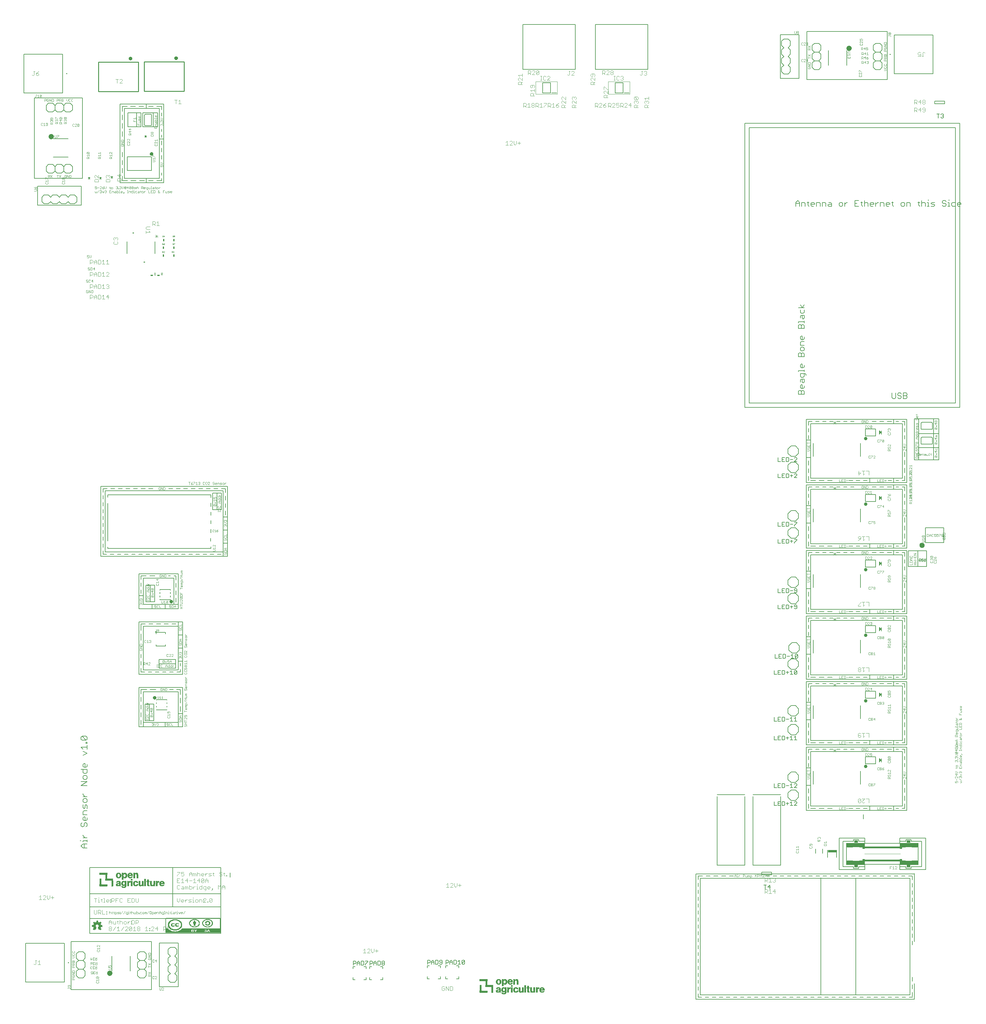
<source format=gbr>
G04 EAGLE Gerber X2 export*
%TF.Part,Single*%
%TF.FileFunction,Legend,Top,1*%
%TF.FilePolarity,Positive*%
%TF.GenerationSoftware,Autodesk,EAGLE,9.1.1*%
%TF.CreationDate,2018-08-01T19:31:55Z*%
G75*
%MOMM*%
%FSLAX34Y34*%
%LPD*%
%AMOC8*
5,1,8,0,0,1.08239X$1,22.5*%
G01*
%ADD10C,0.152400*%
%ADD11C,0.050800*%
%ADD12C,0.076200*%
%ADD13C,0.101600*%
%ADD14C,0.203200*%
%ADD15R,2.450000X0.675000*%
%ADD16R,10.160000X0.508000*%
%ADD17R,0.635000X1.651000*%
%ADD18R,0.254000X4.064000*%
%ADD19R,4.826000X1.143000*%
%ADD20R,1.016000X0.762000*%
%ADD21R,1.016000X0.127000*%
%ADD22R,1.778000X0.127000*%
%ADD23C,0.127000*%
%ADD24R,0.510537X0.063500*%
%ADD25R,0.891538X0.063500*%
%ADD26R,1.082037X0.063500*%
%ADD27R,1.209037X0.063500*%
%ADD28R,1.336037X0.063500*%
%ADD29R,0.505463X0.063500*%
%ADD30R,0.508000X0.063500*%
%ADD31R,2.156462X0.063500*%
%ADD32R,0.441963X0.063500*%
%ADD33R,0.190500X0.063500*%
%ADD34R,2.288537X0.063500*%
%ADD35R,0.571500X0.063500*%
%ADD36R,0.378463X0.063500*%
%ADD37R,0.444500X0.063500*%
%ADD38R,0.637537X0.063500*%
%ADD39R,0.574037X0.063500*%
%ADD40R,0.447038X0.063500*%
%ADD41R,0.635000X0.063500*%
%ADD42R,0.762000X0.063500*%
%ADD43R,0.063500X0.063500*%
%ADD44R,0.701037X0.063500*%
%ADD45R,0.764538X0.063500*%
%ADD46R,0.886463X0.063500*%
%ADD47R,1.330963X0.063500*%
%ADD48R,1.018538X0.063500*%
%ADD49R,1.333500X0.063500*%
%ADD50R,1.079500X0.063500*%
%ADD51R,1.394463X0.063500*%
%ADD52R,1.399538X0.063500*%
%ADD53R,1.206500X0.063500*%
%ADD54R,1.272538X0.063500*%
%ADD55R,0.568963X0.063500*%
%ADD56R,1.463037X0.063500*%
%ADD57R,0.632463X0.063500*%
%ADD58R,0.698500X0.063500*%
%ADD59R,1.526538X0.063500*%
%ADD60R,1.267463X0.063500*%
%ADD61R,1.203963X0.063500*%
%ADD62R,1.076963X0.063500*%
%ADD63R,0.695963X0.063500*%
%ADD64R,1.460500X0.063500*%
%ADD65R,0.828038X0.063500*%
%ADD66R,0.955038X0.063500*%
%ADD67R,0.952500X0.063500*%
%ADD68R,0.889000X0.063500*%
%ADD69R,1.145538X0.063500*%
%ADD70R,1.140463X0.063500*%
%ADD71R,0.381000X0.063500*%
%ADD72R,0.825500X0.063500*%
%ADD73R,0.317500X0.063500*%
%ADD74R,0.254000X0.063500*%
%ADD75R,2.286000X0.063500*%
%ADD76R,2.222500X0.063500*%
%ADD77R,0.949963X0.063500*%
%ADD78R,0.320038X0.063500*%
%ADD79R,0.127000X0.063500*%
%ADD80R,0.822963X0.063500*%
%ADD81R,1.143000X0.063500*%
%ADD82R,1.016000X0.063500*%
%ADD83R,2.095500X0.063500*%
%ADD84R,2.032000X0.063500*%
%ADD85R,2.161538X0.063500*%
%ADD86R,2.283463X0.063500*%
%ADD87R,2.346963X0.063500*%
%ADD88R,2.410462X0.063500*%
%ADD89R,0.251463X0.063500*%
%ADD90R,0.383538X0.063500*%
%ADD91R,16.004538X0.063500*%
%ADD92R,7.559038X0.063500*%
%ADD93R,2.537463X0.063500*%
%ADD94R,3.114038X0.063500*%
%ADD95R,2.669538X0.063500*%
%ADD96R,4.635500X0.063500*%
%ADD97R,2.413000X0.063500*%
%ADD98R,4.127500X0.063500*%
%ADD99R,1.905000X0.063500*%
%ADD100R,3.937000X0.063500*%
%ADD101R,2.918462X0.063500*%
%ADD102R,3.175000X0.063500*%
%ADD103R,1.717037X0.063500*%
%ADD104R,3.749038X0.063500*%
%ADD105R,2.664462X0.063500*%
%ADD106R,1.587500X0.063500*%
%ADD107R,3.558538X0.063500*%
%ADD108R,2.473963X0.063500*%
%ADD109R,3.241038X0.063500*%
%ADD110R,3.429000X0.063500*%
%ADD111R,3.302000X0.063500*%
%ADD112R,2.349500X0.063500*%
%ADD113R,3.238500X0.063500*%
%ADD114R,0.193038X0.063500*%
%ADD115R,1.841500X0.063500*%
%ADD116R,3.111500X0.063500*%
%ADD117R,0.256538X0.063500*%
%ADD118R,3.365500X0.063500*%
%ADD119R,11.432538X0.063500*%
%ADD120R,11.369038X0.063500*%
%ADD121R,11.305537X0.063500*%
%ADD122R,11.242038X0.063500*%
%ADD123R,11.176000X0.063500*%
%ADD124R,1.270000X0.063500*%
%ADD125R,1.524000X0.063500*%
%ADD126R,0.759463X0.063500*%
%ADD127R,1.013463X0.063500*%
%ADD128R,0.060963X0.063500*%
%ADD129R,0.314963X0.063500*%
%ADD130R,0.124463X0.063500*%
%ADD131R,2.029463X0.063500*%
%ADD132R,1.714500X0.063500*%
%ADD133R,1.397000X0.063500*%
%ADD134R,15.750538X0.063500*%
%ADD135R,0.457200X0.762000*%
%ADD136C,0.025400*%
%ADD137C,0.050000*%
%ADD138C,0.200000*%
%ADD139C,0.254000*%
%ADD140C,0.500000*%
%ADD141R,0.762000X0.457200*%
%ADD142C,0.508000*%
%ADD143C,0.762000*%
%ADD144C,1.000000*%

G36*
X395641Y2238224D02*
X395641Y2238224D01*
X395643Y2238223D01*
X395686Y2238243D01*
X395730Y2238262D01*
X395730Y2238264D01*
X395732Y2238265D01*
X395765Y2238350D01*
X395765Y2240890D01*
X395764Y2240892D01*
X395765Y2240894D01*
X395745Y2240937D01*
X395727Y2240980D01*
X395725Y2240981D01*
X395724Y2240983D01*
X395639Y2241016D01*
X391829Y2241016D01*
X391827Y2241015D01*
X391825Y2241016D01*
X391782Y2240996D01*
X391738Y2240977D01*
X391737Y2240975D01*
X391735Y2240975D01*
X391703Y2240890D01*
X391703Y2238350D01*
X391703Y2238348D01*
X391703Y2238346D01*
X391723Y2238303D01*
X391741Y2238259D01*
X391743Y2238258D01*
X391744Y2238256D01*
X391829Y2238223D01*
X395639Y2238223D01*
X395641Y2238224D01*
G37*
G36*
X428141Y2153388D02*
X428141Y2153388D01*
X428143Y2153387D01*
X428186Y2153407D01*
X428230Y2153426D01*
X428230Y2153428D01*
X428232Y2153429D01*
X428265Y2153514D01*
X428265Y2156054D01*
X428264Y2156056D01*
X428265Y2156058D01*
X428245Y2156101D01*
X428227Y2156144D01*
X428225Y2156145D01*
X428224Y2156147D01*
X428139Y2156180D01*
X424329Y2156180D01*
X424327Y2156179D01*
X424325Y2156180D01*
X424282Y2156160D01*
X424238Y2156141D01*
X424237Y2156139D01*
X424235Y2156139D01*
X424203Y2156054D01*
X424203Y2153514D01*
X424203Y2153512D01*
X424203Y2153510D01*
X424223Y2153467D01*
X424241Y2153423D01*
X424243Y2153422D01*
X424244Y2153420D01*
X424329Y2153387D01*
X428139Y2153387D01*
X428141Y2153388D01*
G37*
D10*
X259486Y452806D02*
X247792Y452806D01*
X241945Y458653D01*
X247792Y464500D01*
X259486Y464500D01*
X250716Y464500D02*
X250716Y452806D01*
X247792Y470347D02*
X247792Y473270D01*
X259486Y473270D01*
X259486Y470347D02*
X259486Y476194D01*
X241945Y473270D02*
X239022Y473270D01*
X247792Y482041D02*
X259486Y482041D01*
X253639Y482041D02*
X247792Y487888D01*
X247792Y490811D01*
X241945Y522970D02*
X244869Y525893D01*
X241945Y522970D02*
X241945Y517123D01*
X244869Y514199D01*
X247792Y514199D01*
X250716Y517123D01*
X250716Y522970D01*
X253639Y525893D01*
X256563Y525893D01*
X259486Y522970D01*
X259486Y517123D01*
X256563Y514199D01*
X259486Y534664D02*
X259486Y540511D01*
X259486Y534664D02*
X256563Y531740D01*
X250716Y531740D01*
X247792Y534664D01*
X247792Y540511D01*
X250716Y543434D01*
X253639Y543434D01*
X253639Y531740D01*
X259486Y549281D02*
X247792Y549281D01*
X247792Y558052D01*
X250716Y560975D01*
X259486Y560975D01*
X259486Y566822D02*
X259486Y575593D01*
X256563Y578516D01*
X253639Y575593D01*
X253639Y569746D01*
X250716Y566822D01*
X247792Y569746D01*
X247792Y578516D01*
X259486Y587287D02*
X259486Y593134D01*
X256563Y596057D01*
X250716Y596057D01*
X247792Y593134D01*
X247792Y587287D01*
X250716Y584363D01*
X256563Y584363D01*
X259486Y587287D01*
X259486Y601904D02*
X247792Y601904D01*
X253639Y601904D02*
X247792Y607751D01*
X247792Y610675D01*
X241945Y634062D02*
X259486Y634062D01*
X259486Y645756D02*
X241945Y634062D01*
X241945Y645756D02*
X259486Y645756D01*
X259486Y654527D02*
X259486Y660374D01*
X256563Y663297D01*
X250716Y663297D01*
X247792Y660374D01*
X247792Y654527D01*
X250716Y651603D01*
X256563Y651603D01*
X259486Y654527D01*
X259486Y680838D02*
X241945Y680838D01*
X259486Y680838D02*
X259486Y672068D01*
X256563Y669144D01*
X250716Y669144D01*
X247792Y672068D01*
X247792Y680838D01*
X259486Y689609D02*
X259486Y695456D01*
X259486Y689609D02*
X256563Y686685D01*
X250716Y686685D01*
X247792Y689609D01*
X247792Y695456D01*
X250716Y698379D01*
X253639Y698379D01*
X253639Y686685D01*
X247792Y721767D02*
X259486Y727614D01*
X247792Y733461D01*
X247792Y739308D02*
X241945Y745155D01*
X259486Y745155D01*
X259486Y739308D02*
X259486Y751002D01*
X259486Y756849D02*
X256563Y756849D01*
X256563Y759773D01*
X259486Y759773D01*
X259486Y756849D01*
X256563Y765620D02*
X244869Y765620D01*
X241945Y768543D01*
X241945Y774390D01*
X244869Y777314D01*
X256563Y777314D01*
X259486Y774390D01*
X259486Y768543D01*
X256563Y765620D01*
X244869Y777314D01*
X422808Y1097204D02*
X524408Y1097204D01*
X524408Y1071804D01*
X524408Y1033704D01*
X524408Y995604D01*
X524408Y970204D01*
X422808Y970204D01*
X422808Y1097204D01*
X410108Y957504D02*
X537108Y957504D01*
X410108Y957504D02*
X410108Y1109904D01*
X524408Y1109904D01*
X537108Y1109904D01*
X537108Y1071804D01*
X537108Y1033704D01*
X537108Y995604D01*
X537108Y957504D01*
X537108Y1033704D02*
X524408Y1033704D01*
X524408Y1071804D02*
X537108Y1071804D01*
X524408Y1097204D02*
X524408Y1109904D01*
X524408Y995604D02*
X537108Y995604D01*
D11*
X528383Y1002749D02*
X527196Y1003935D01*
X527196Y1006308D01*
X528383Y1007494D01*
X529569Y1007494D01*
X530755Y1006308D01*
X530755Y1005121D01*
X530755Y1006308D02*
X531942Y1007494D01*
X533128Y1007494D01*
X534314Y1006308D01*
X534314Y1003935D01*
X533128Y1002749D01*
X531942Y1009765D02*
X527196Y1009765D01*
X531942Y1009765D02*
X534314Y1012138D01*
X531942Y1014510D01*
X527196Y1014510D01*
X528383Y1016781D02*
X527196Y1017968D01*
X527196Y1020340D01*
X528383Y1021527D01*
X529569Y1021527D01*
X530755Y1020340D01*
X530755Y1019154D01*
X530755Y1020340D02*
X531942Y1021527D01*
X533128Y1021527D01*
X534314Y1020340D01*
X534314Y1017968D01*
X533128Y1016781D01*
X527196Y1044408D02*
X528383Y1045594D01*
X527196Y1044408D02*
X527196Y1042035D01*
X528383Y1040849D01*
X529569Y1040849D01*
X530755Y1042035D01*
X530755Y1044408D01*
X531942Y1045594D01*
X533128Y1045594D01*
X534314Y1044408D01*
X534314Y1042035D01*
X533128Y1040849D01*
X534314Y1047865D02*
X527196Y1047865D01*
X534314Y1047865D02*
X534314Y1051424D01*
X533128Y1052610D01*
X528383Y1052610D01*
X527196Y1051424D01*
X527196Y1047865D01*
X529569Y1054881D02*
X534314Y1054881D01*
X529569Y1054881D02*
X527196Y1057254D01*
X529569Y1059627D01*
X534314Y1059627D01*
X530755Y1059627D02*
X530755Y1054881D01*
X527196Y1087588D02*
X528383Y1088774D01*
X527196Y1087588D02*
X527196Y1085215D01*
X528383Y1084029D01*
X529569Y1084029D01*
X530755Y1085215D01*
X530755Y1087588D01*
X531942Y1088774D01*
X533128Y1088774D01*
X534314Y1087588D01*
X534314Y1085215D01*
X533128Y1084029D01*
X527196Y1094604D02*
X528383Y1095790D01*
X527196Y1094604D02*
X527196Y1092231D01*
X528383Y1091045D01*
X533128Y1091045D01*
X534314Y1092231D01*
X534314Y1094604D01*
X533128Y1095790D01*
X534314Y1098061D02*
X527196Y1098061D01*
X534314Y1098061D02*
X534314Y1102807D01*
X414083Y1031083D02*
X412896Y1029897D01*
X412896Y1027524D01*
X414083Y1026338D01*
X418828Y1026338D01*
X420014Y1027524D01*
X420014Y1029897D01*
X418828Y1031083D01*
X416455Y1031083D01*
X416455Y1028711D01*
X420014Y1033354D02*
X412896Y1033354D01*
X420014Y1038100D01*
X412896Y1038100D01*
X412896Y1040371D02*
X420014Y1040371D01*
X420014Y1043930D01*
X418828Y1045116D01*
X414083Y1045116D01*
X412896Y1043930D01*
X412896Y1040371D01*
D10*
X416458Y1055929D02*
X416458Y1074741D01*
X416458Y1084741D02*
X416458Y1103554D01*
X428778Y1103554D01*
X438778Y1103554D02*
X451098Y1103554D01*
X461098Y1103554D02*
X473418Y1103554D01*
X483418Y1103554D02*
X495738Y1103554D01*
X505738Y1103554D02*
X518058Y1103554D01*
X416458Y1015924D02*
X416458Y1005234D01*
X416458Y995234D02*
X416458Y984544D01*
X416458Y974544D02*
X416458Y963854D01*
X427175Y963854D01*
X437175Y963854D02*
X447892Y963854D01*
X457892Y963854D02*
X468608Y963854D01*
X478608Y963854D02*
X489325Y963854D01*
X499325Y963854D02*
X510042Y963854D01*
X520042Y963854D02*
X530758Y963854D01*
X530758Y971554D01*
X530758Y981554D02*
X530758Y989254D01*
D11*
X543623Y962503D02*
X542436Y961317D01*
X542436Y958944D01*
X543623Y957758D01*
X548368Y957758D01*
X549554Y958944D01*
X549554Y961317D01*
X548368Y962503D01*
X542436Y968333D02*
X543623Y969520D01*
X542436Y968333D02*
X542436Y965961D01*
X543623Y964774D01*
X548368Y964774D01*
X549554Y965961D01*
X549554Y968333D01*
X548368Y969520D01*
X542436Y975350D02*
X543623Y976536D01*
X542436Y975350D02*
X542436Y972977D01*
X543623Y971791D01*
X544809Y971791D01*
X545995Y972977D01*
X545995Y975350D01*
X547182Y976536D01*
X548368Y976536D01*
X549554Y975350D01*
X549554Y972977D01*
X548368Y971791D01*
X543623Y978807D02*
X542436Y979993D01*
X542436Y982366D01*
X543623Y983552D01*
X544809Y983552D01*
X545995Y982366D01*
X547182Y983552D01*
X548368Y983552D01*
X549554Y982366D01*
X549554Y979993D01*
X548368Y978807D01*
X547182Y978807D01*
X545995Y979993D01*
X544809Y978807D01*
X543623Y978807D01*
X545995Y979993D02*
X545995Y982366D01*
X544809Y985823D02*
X542436Y988196D01*
X549554Y988196D01*
X549554Y985823D02*
X549554Y990569D01*
X544809Y992840D02*
X542436Y995212D01*
X549554Y995212D01*
X549554Y992840D02*
X549554Y997585D01*
X542436Y1010431D02*
X543623Y1011618D01*
X542436Y1010431D02*
X542436Y1008059D01*
X543623Y1006872D01*
X548368Y1006872D01*
X549554Y1008059D01*
X549554Y1010431D01*
X548368Y1011618D01*
X542436Y1015075D02*
X542436Y1017448D01*
X542436Y1015075D02*
X543623Y1013889D01*
X548368Y1013889D01*
X549554Y1015075D01*
X549554Y1017448D01*
X548368Y1018634D01*
X543623Y1018634D01*
X542436Y1017448D01*
X549554Y1020905D02*
X549554Y1025651D01*
X544809Y1025651D02*
X549554Y1020905D01*
X544809Y1025651D02*
X543623Y1025651D01*
X542436Y1024464D01*
X542436Y1022092D01*
X543623Y1020905D01*
X542436Y1038497D02*
X543623Y1039683D01*
X542436Y1038497D02*
X542436Y1036124D01*
X543623Y1034938D01*
X544809Y1034938D01*
X545995Y1036124D01*
X545995Y1038497D01*
X547182Y1039683D01*
X548368Y1039683D01*
X549554Y1038497D01*
X549554Y1036124D01*
X548368Y1034938D01*
X549554Y1043141D02*
X549554Y1045513D01*
X549554Y1043141D02*
X548368Y1041954D01*
X545995Y1041954D01*
X544809Y1043141D01*
X544809Y1045513D01*
X545995Y1046700D01*
X547182Y1046700D01*
X547182Y1041954D01*
X549554Y1048971D02*
X544809Y1048971D01*
X544809Y1052530D01*
X545995Y1053716D01*
X549554Y1053716D01*
X549554Y1055987D02*
X549554Y1059546D01*
X548368Y1060732D01*
X547182Y1059546D01*
X547182Y1057173D01*
X545995Y1055987D01*
X544809Y1057173D01*
X544809Y1060732D01*
X549554Y1064190D02*
X549554Y1066562D01*
X548368Y1067749D01*
X545995Y1067749D01*
X544809Y1066562D01*
X544809Y1064190D01*
X545995Y1063003D01*
X548368Y1063003D01*
X549554Y1064190D01*
X549554Y1070020D02*
X544809Y1070020D01*
X547182Y1070020D02*
X544809Y1072393D01*
X544809Y1073579D01*
X464252Y978078D02*
X461879Y978078D01*
X463066Y978078D02*
X463066Y985196D01*
X464252Y985196D02*
X461879Y985196D01*
X466557Y978078D02*
X471302Y978078D01*
X466557Y978078D02*
X471302Y982823D01*
X471302Y984010D01*
X470116Y985196D01*
X467743Y985196D01*
X466557Y984010D01*
X477132Y985196D02*
X478319Y984010D01*
X477132Y985196D02*
X474760Y985196D01*
X473573Y984010D01*
X473573Y979264D01*
X474760Y978078D01*
X477132Y978078D01*
X478319Y979264D01*
X487606Y978078D02*
X487606Y982823D01*
X489979Y985196D01*
X492352Y982823D01*
X492352Y978078D01*
X492352Y981637D02*
X487606Y981637D01*
X499368Y985196D02*
X499368Y978078D01*
X495809Y978078D01*
X494623Y979264D01*
X494623Y981637D01*
X495809Y982823D01*
X499368Y982823D01*
X506384Y985196D02*
X506384Y978078D01*
X502825Y978078D01*
X501639Y979264D01*
X501639Y981637D01*
X502825Y982823D01*
X506384Y982823D01*
X508655Y982823D02*
X508655Y978078D01*
X508655Y980451D02*
X511028Y982823D01*
X512214Y982823D01*
X478817Y991964D02*
X478817Y996710D01*
X480003Y997896D01*
X482376Y997896D01*
X483562Y996710D01*
X483562Y991964D01*
X482376Y990778D01*
X480003Y990778D01*
X478817Y991964D01*
X483562Y996710D01*
X485833Y995523D02*
X490579Y990778D01*
X490579Y995523D02*
X485833Y990778D01*
X492850Y997896D02*
X497595Y997896D01*
X492850Y997896D02*
X492850Y994337D01*
X495222Y995523D01*
X496409Y995523D01*
X497595Y994337D01*
X497595Y991964D01*
X496409Y990778D01*
X494036Y990778D01*
X492850Y991964D01*
X499866Y990778D02*
X499866Y995523D01*
X502239Y997896D01*
X504611Y995523D01*
X504611Y990778D01*
X504611Y994337D02*
X499866Y994337D01*
D10*
X516788Y975284D02*
X468528Y975284D01*
X468528Y987984D01*
X516788Y987984D01*
X516788Y975284D01*
X516788Y987984D02*
X516788Y1000684D01*
X468528Y1000684D01*
X468528Y987984D01*
X486308Y1160704D02*
X511708Y1160704D01*
X486308Y1160704D02*
X448208Y1160704D01*
X422808Y1160704D01*
X422808Y1186104D01*
X422808Y1236904D01*
X511708Y1236904D01*
X511708Y1160704D01*
X524408Y1148004D02*
X486308Y1148004D01*
X448208Y1148004D01*
X410108Y1148004D01*
X410108Y1186104D01*
X410108Y1249604D01*
X524408Y1249604D01*
X524408Y1160704D01*
X524408Y1148004D01*
X486308Y1148004D02*
X486308Y1160704D01*
X511708Y1160704D02*
X524408Y1160704D01*
X422808Y1186104D02*
X410108Y1186104D01*
D11*
X474152Y1246816D02*
X475339Y1245630D01*
X474152Y1246816D02*
X471780Y1246816D01*
X470593Y1245630D01*
X470593Y1240884D01*
X471780Y1239698D01*
X474152Y1239698D01*
X475339Y1240884D01*
X475339Y1243257D01*
X472966Y1243257D01*
X477610Y1239698D02*
X477610Y1246816D01*
X482355Y1239698D01*
X482355Y1246816D01*
X484626Y1246816D02*
X484626Y1239698D01*
X488185Y1239698D01*
X489371Y1240884D01*
X489371Y1245630D01*
X488185Y1246816D01*
X484626Y1246816D01*
X502092Y1157916D02*
X503279Y1156730D01*
X502092Y1157916D02*
X499720Y1157916D01*
X498533Y1156730D01*
X498533Y1155543D01*
X499720Y1154357D01*
X502092Y1154357D01*
X503279Y1153171D01*
X503279Y1151984D01*
X502092Y1150798D01*
X499720Y1150798D01*
X498533Y1151984D01*
X505550Y1150798D02*
X505550Y1157916D01*
X505550Y1150798D02*
X509109Y1150798D01*
X510295Y1151984D01*
X510295Y1156730D01*
X509109Y1157916D01*
X505550Y1157916D01*
X512566Y1155543D02*
X512566Y1150798D01*
X512566Y1155543D02*
X514939Y1157916D01*
X517311Y1155543D01*
X517311Y1150798D01*
X517311Y1154357D02*
X512566Y1154357D01*
X460099Y1156730D02*
X458912Y1157916D01*
X456540Y1157916D01*
X455353Y1156730D01*
X455353Y1155543D01*
X456540Y1154357D01*
X458912Y1154357D01*
X460099Y1153171D01*
X460099Y1151984D01*
X458912Y1150798D01*
X456540Y1150798D01*
X455353Y1151984D01*
X465929Y1157916D02*
X467115Y1156730D01*
X465929Y1157916D02*
X463556Y1157916D01*
X462370Y1156730D01*
X462370Y1151984D01*
X463556Y1150798D01*
X465929Y1150798D01*
X467115Y1151984D01*
X469386Y1150798D02*
X469386Y1157916D01*
X469386Y1150798D02*
X474131Y1150798D01*
X414083Y1158418D02*
X412896Y1159604D01*
X412896Y1161977D01*
X414083Y1163163D01*
X415269Y1163163D01*
X416455Y1161977D01*
X416455Y1160791D01*
X416455Y1161977D02*
X417642Y1163163D01*
X418828Y1163163D01*
X420014Y1161977D01*
X420014Y1159604D01*
X418828Y1158418D01*
X417642Y1165434D02*
X412896Y1165434D01*
X417642Y1165434D02*
X420014Y1167807D01*
X417642Y1170180D01*
X412896Y1170180D01*
X414083Y1172451D02*
X412896Y1173637D01*
X412896Y1176010D01*
X414083Y1177196D01*
X415269Y1177196D01*
X416455Y1176010D01*
X416455Y1174823D01*
X416455Y1176010D02*
X417642Y1177196D01*
X418828Y1177196D01*
X420014Y1176010D01*
X420014Y1173637D01*
X418828Y1172451D01*
D10*
X495833Y1243254D02*
X501946Y1243254D01*
X511946Y1243254D02*
X518058Y1243254D01*
X518058Y1231704D01*
X518058Y1221704D02*
X518058Y1210154D01*
X518058Y1200154D02*
X518058Y1188604D01*
X518058Y1178604D02*
X518058Y1167054D01*
X416458Y1192454D02*
X416458Y1202720D01*
X416458Y1212720D02*
X416458Y1222987D01*
X416458Y1232987D02*
X416458Y1243254D01*
X431461Y1243254D01*
X441461Y1243254D02*
X456463Y1243254D01*
D11*
X529736Y1148258D02*
X536854Y1148258D01*
X533295Y1148258D02*
X533295Y1153003D01*
X529736Y1153003D02*
X536854Y1153003D01*
X536854Y1157647D02*
X529736Y1157647D01*
X529736Y1155274D02*
X529736Y1160020D01*
X529736Y1162291D02*
X535668Y1162291D01*
X536854Y1163477D01*
X536854Y1165850D01*
X535668Y1167036D01*
X529736Y1167036D01*
X536854Y1169307D02*
X536854Y1174052D01*
X536854Y1169307D02*
X532109Y1174052D01*
X530923Y1174052D01*
X529736Y1172866D01*
X529736Y1170493D01*
X530923Y1169307D01*
X530923Y1176323D02*
X535668Y1176323D01*
X530923Y1176323D02*
X529736Y1177510D01*
X529736Y1179882D01*
X530923Y1181069D01*
X535668Y1181069D01*
X536854Y1179882D01*
X536854Y1177510D01*
X535668Y1176323D01*
X530923Y1181069D01*
X529736Y1183340D02*
X536854Y1183340D01*
X536854Y1186899D01*
X535668Y1188085D01*
X530923Y1188085D01*
X529736Y1186899D01*
X529736Y1183340D01*
X529736Y1190356D02*
X536854Y1190356D01*
X529736Y1190356D02*
X529736Y1195101D01*
X533295Y1192729D02*
X533295Y1190356D01*
X536854Y1206762D02*
X529736Y1206762D01*
X529736Y1209134D02*
X529736Y1204389D01*
X536854Y1212592D02*
X536854Y1214964D01*
X536854Y1212592D02*
X535668Y1211405D01*
X533295Y1211405D01*
X532109Y1212592D01*
X532109Y1214964D01*
X533295Y1216151D01*
X534482Y1216151D01*
X534482Y1211405D01*
X536854Y1218422D02*
X532109Y1218422D01*
X532109Y1219608D01*
X533295Y1220794D01*
X536854Y1220794D01*
X533295Y1220794D02*
X532109Y1221981D01*
X533295Y1223167D01*
X536854Y1223167D01*
X539227Y1225438D02*
X532109Y1225438D01*
X532109Y1228997D01*
X533295Y1230183D01*
X535668Y1230183D01*
X536854Y1228997D01*
X536854Y1225438D01*
X536854Y1232454D02*
X529736Y1237200D01*
X529736Y1239471D02*
X536854Y1239471D01*
X533295Y1239471D02*
X533295Y1244216D01*
X529736Y1244216D02*
X536854Y1244216D01*
X535668Y1246487D02*
X532109Y1246487D01*
X535668Y1246487D02*
X536854Y1247673D01*
X536854Y1251232D01*
X532109Y1251232D01*
X532109Y1253503D02*
X536854Y1253503D01*
X532109Y1253503D02*
X532109Y1254690D01*
X533295Y1255876D01*
X536854Y1255876D01*
X533295Y1255876D02*
X532109Y1257062D01*
X533295Y1258249D01*
X536854Y1258249D01*
X440334Y1173491D02*
X440334Y1171118D01*
X440334Y1172304D02*
X433216Y1172304D01*
X433216Y1171118D02*
X433216Y1173491D01*
X440334Y1175795D02*
X440334Y1180541D01*
X435589Y1180541D02*
X440334Y1175795D01*
X435589Y1180541D02*
X434403Y1180541D01*
X433216Y1179354D01*
X433216Y1176982D01*
X434403Y1175795D01*
X433216Y1186371D02*
X434403Y1187557D01*
X433216Y1186371D02*
X433216Y1183998D01*
X434403Y1182812D01*
X439148Y1182812D01*
X440334Y1183998D01*
X440334Y1186371D01*
X439148Y1187557D01*
X440334Y1196845D02*
X435589Y1196845D01*
X433216Y1199217D01*
X435589Y1201590D01*
X440334Y1201590D01*
X436775Y1201590D02*
X436775Y1196845D01*
X433216Y1208606D02*
X440334Y1208606D01*
X440334Y1205047D01*
X439148Y1203861D01*
X436775Y1203861D01*
X435589Y1205047D01*
X435589Y1208606D01*
X433216Y1215623D02*
X440334Y1215623D01*
X440334Y1212064D01*
X439148Y1210877D01*
X436775Y1210877D01*
X435589Y1212064D01*
X435589Y1215623D01*
X435589Y1217894D02*
X440334Y1217894D01*
X437962Y1217894D02*
X435589Y1220266D01*
X435589Y1221453D01*
D10*
X448208Y1160704D02*
X448208Y1148004D01*
D11*
X447103Y1181278D02*
X451848Y1181278D01*
X447103Y1181278D02*
X445916Y1182464D01*
X445916Y1184837D01*
X447103Y1186023D01*
X451848Y1186023D01*
X453034Y1184837D01*
X453034Y1182464D01*
X451848Y1181278D01*
X447103Y1186023D01*
X448289Y1188294D02*
X453034Y1193040D01*
X448289Y1193040D02*
X453034Y1188294D01*
X453034Y1198870D02*
X445916Y1198870D01*
X449475Y1195311D01*
X449475Y1200056D01*
X447103Y1202327D02*
X451848Y1202327D01*
X447103Y1202327D02*
X445916Y1203513D01*
X445916Y1205886D01*
X447103Y1207072D01*
X451848Y1207072D01*
X453034Y1205886D01*
X453034Y1203513D01*
X451848Y1202327D01*
X447103Y1207072D01*
D10*
X443128Y1168324D02*
X430428Y1168324D01*
X443128Y1168324D02*
X443128Y1216584D01*
X430428Y1216584D01*
X430428Y1168324D01*
X443128Y1168324D02*
X455828Y1168324D01*
X455828Y1216584D01*
X443128Y1216584D01*
X524408Y843204D02*
X524408Y817804D01*
X524408Y843204D02*
X524408Y906704D01*
X422808Y906704D01*
X422808Y817804D01*
X486308Y817804D01*
X524408Y817804D01*
X422808Y805104D02*
X410108Y805104D01*
X422808Y805104D02*
X486308Y805104D01*
X524408Y805104D01*
X537108Y805104D01*
X537108Y843204D01*
X537108Y919404D01*
X410108Y919404D01*
X410108Y805104D01*
X524408Y805104D02*
X524408Y817804D01*
X524408Y843204D02*
X537108Y843204D01*
X486308Y817804D02*
X486308Y805104D01*
X422808Y805104D02*
X422808Y817804D01*
D11*
X477879Y915430D02*
X476692Y916616D01*
X474320Y916616D01*
X473133Y915430D01*
X473133Y910684D01*
X474320Y909498D01*
X476692Y909498D01*
X477879Y910684D01*
X477879Y913057D01*
X475506Y913057D01*
X480150Y909498D02*
X480150Y916616D01*
X484895Y909498D01*
X484895Y916616D01*
X487166Y916616D02*
X487166Y909498D01*
X490725Y909498D01*
X491911Y910684D01*
X491911Y915430D01*
X490725Y916616D01*
X487166Y916616D01*
X448920Y815016D02*
X447733Y813830D01*
X448920Y815016D02*
X451292Y815016D01*
X452479Y813830D01*
X452479Y812643D01*
X451292Y811457D01*
X450106Y811457D01*
X451292Y811457D02*
X452479Y810271D01*
X452479Y809084D01*
X451292Y807898D01*
X448920Y807898D01*
X447733Y809084D01*
X454750Y810271D02*
X454750Y815016D01*
X454750Y810271D02*
X457122Y807898D01*
X459495Y810271D01*
X459495Y815016D01*
X461766Y813830D02*
X462952Y815016D01*
X465325Y815016D01*
X466511Y813830D01*
X466511Y812643D01*
X465325Y811457D01*
X464139Y811457D01*
X465325Y811457D02*
X466511Y810271D01*
X466511Y809084D01*
X465325Y807898D01*
X462952Y807898D01*
X461766Y809084D01*
X527196Y821617D02*
X528383Y822803D01*
X527196Y821617D02*
X527196Y819244D01*
X528383Y818058D01*
X529569Y818058D01*
X530755Y819244D01*
X530755Y821617D01*
X531942Y822803D01*
X533128Y822803D01*
X534314Y821617D01*
X534314Y819244D01*
X533128Y818058D01*
X534314Y825074D02*
X527196Y825074D01*
X534314Y825074D02*
X534314Y828633D01*
X533128Y829820D01*
X528383Y829820D01*
X527196Y828633D01*
X527196Y825074D01*
X529569Y832091D02*
X534314Y832091D01*
X529569Y832091D02*
X527196Y834463D01*
X529569Y836836D01*
X534314Y836836D01*
X530755Y836836D02*
X530755Y832091D01*
X495659Y813830D02*
X494472Y815016D01*
X492100Y815016D01*
X490913Y813830D01*
X490913Y812643D01*
X492100Y811457D01*
X494472Y811457D01*
X495659Y810271D01*
X495659Y809084D01*
X494472Y807898D01*
X492100Y807898D01*
X490913Y809084D01*
X501489Y815016D02*
X502675Y813830D01*
X501489Y815016D02*
X499116Y815016D01*
X497930Y813830D01*
X497930Y809084D01*
X499116Y807898D01*
X501489Y807898D01*
X502675Y809084D01*
X504946Y807898D02*
X504946Y815016D01*
X504946Y807898D02*
X509691Y807898D01*
D10*
X416458Y811454D02*
X416458Y823774D01*
X416458Y833774D02*
X416458Y846094D01*
X416458Y856094D02*
X416458Y868414D01*
X416458Y878414D02*
X416458Y890734D01*
X416458Y900734D02*
X416458Y913054D01*
X432731Y913054D01*
X442731Y913054D02*
X459003Y913054D01*
X499008Y913054D02*
X509883Y913054D01*
X519883Y913054D02*
X530758Y913054D01*
X530758Y898554D01*
X530758Y888554D02*
X530758Y874054D01*
X530758Y864054D02*
X530758Y849554D01*
D11*
X543623Y810103D02*
X542436Y808917D01*
X542436Y806544D01*
X543623Y805358D01*
X544809Y805358D01*
X545995Y806544D01*
X545995Y808917D01*
X547182Y810103D01*
X548368Y810103D01*
X549554Y808917D01*
X549554Y806544D01*
X548368Y805358D01*
X549554Y812374D02*
X542436Y812374D01*
X545995Y812374D02*
X545995Y817120D01*
X542436Y817120D02*
X549554Y817120D01*
X549554Y821763D02*
X542436Y821763D01*
X542436Y819391D02*
X542436Y824136D01*
X549554Y826407D02*
X549554Y831152D01*
X549554Y826407D02*
X544809Y831152D01*
X543623Y831152D01*
X542436Y829966D01*
X542436Y827593D01*
X543623Y826407D01*
X542436Y833423D02*
X542436Y838169D01*
X542436Y833423D02*
X545995Y833423D01*
X544809Y835796D01*
X544809Y836982D01*
X545995Y838169D01*
X548368Y838169D01*
X549554Y836982D01*
X549554Y834610D01*
X548368Y833423D01*
X549554Y849829D02*
X542436Y849829D01*
X542436Y852201D02*
X542436Y847456D01*
X549554Y855659D02*
X549554Y858031D01*
X549554Y855659D02*
X548368Y854472D01*
X545995Y854472D01*
X544809Y855659D01*
X544809Y858031D01*
X545995Y859218D01*
X547182Y859218D01*
X547182Y854472D01*
X549554Y861489D02*
X544809Y861489D01*
X544809Y862675D01*
X545995Y863862D01*
X549554Y863862D01*
X545995Y863862D02*
X544809Y865048D01*
X545995Y866234D01*
X549554Y866234D01*
X551927Y868505D02*
X544809Y868505D01*
X544809Y872064D01*
X545995Y873251D01*
X548368Y873251D01*
X549554Y872064D01*
X549554Y868505D01*
X549554Y875522D02*
X542436Y880267D01*
X542436Y882538D02*
X549554Y882538D01*
X545995Y882538D02*
X545995Y887283D01*
X542436Y887283D02*
X549554Y887283D01*
X548368Y889554D02*
X544809Y889554D01*
X548368Y889554D02*
X549554Y890741D01*
X549554Y894300D01*
X544809Y894300D01*
X544809Y896571D02*
X549554Y896571D01*
X544809Y896571D02*
X544809Y897757D01*
X545995Y898943D01*
X549554Y898943D01*
X545995Y898943D02*
X544809Y900130D01*
X545995Y901316D01*
X549554Y901316D01*
X542436Y914162D02*
X543623Y915349D01*
X542436Y914162D02*
X542436Y911790D01*
X543623Y910603D01*
X544809Y910603D01*
X545995Y911790D01*
X545995Y914162D01*
X547182Y915349D01*
X548368Y915349D01*
X549554Y914162D01*
X549554Y911790D01*
X548368Y910603D01*
X549554Y918806D02*
X549554Y921179D01*
X549554Y918806D02*
X548368Y917620D01*
X545995Y917620D01*
X544809Y918806D01*
X544809Y921179D01*
X545995Y922365D01*
X547182Y922365D01*
X547182Y917620D01*
X549554Y924636D02*
X544809Y924636D01*
X544809Y928195D01*
X545995Y929382D01*
X549554Y929382D01*
X549554Y931653D02*
X549554Y935212D01*
X548368Y936398D01*
X547182Y935212D01*
X547182Y932839D01*
X545995Y931653D01*
X544809Y932839D01*
X544809Y936398D01*
X549554Y939855D02*
X549554Y942228D01*
X548368Y943414D01*
X545995Y943414D01*
X544809Y942228D01*
X544809Y939855D01*
X545995Y938669D01*
X548368Y938669D01*
X549554Y939855D01*
X549554Y945685D02*
X544809Y945685D01*
X547182Y945685D02*
X544809Y948058D01*
X544809Y949244D01*
X437794Y828051D02*
X437794Y825678D01*
X437794Y826864D02*
X430676Y826864D01*
X430676Y825678D02*
X430676Y828051D01*
X437794Y830355D02*
X437794Y835101D01*
X433049Y835101D02*
X437794Y830355D01*
X433049Y835101D02*
X431863Y835101D01*
X430676Y833914D01*
X430676Y831542D01*
X431863Y830355D01*
X430676Y840931D02*
X431863Y842117D01*
X430676Y840931D02*
X430676Y838558D01*
X431863Y837372D01*
X436608Y837372D01*
X437794Y838558D01*
X437794Y840931D01*
X436608Y842117D01*
X437794Y851405D02*
X433049Y851405D01*
X430676Y853777D01*
X433049Y856150D01*
X437794Y856150D01*
X434235Y856150D02*
X434235Y851405D01*
X430676Y863166D02*
X437794Y863166D01*
X437794Y859607D01*
X436608Y858421D01*
X434235Y858421D01*
X433049Y859607D01*
X433049Y863166D01*
X430676Y870183D02*
X437794Y870183D01*
X437794Y866624D01*
X436608Y865437D01*
X434235Y865437D01*
X433049Y866624D01*
X433049Y870183D01*
X433049Y872454D02*
X437794Y872454D01*
X435422Y872454D02*
X433049Y874826D01*
X433049Y876013D01*
X444563Y833298D02*
X449308Y833298D01*
X444563Y833298D02*
X443376Y834484D01*
X443376Y836857D01*
X444563Y838043D01*
X449308Y838043D01*
X450494Y836857D01*
X450494Y834484D01*
X449308Y833298D01*
X444563Y838043D01*
X445749Y840314D02*
X450494Y845060D01*
X445749Y845060D02*
X450494Y840314D01*
X450494Y850890D02*
X443376Y850890D01*
X446935Y847331D01*
X446935Y852076D01*
X444563Y854347D02*
X449308Y854347D01*
X444563Y854347D02*
X443376Y855533D01*
X443376Y857906D01*
X444563Y859092D01*
X449308Y859092D01*
X450494Y857906D01*
X450494Y855533D01*
X449308Y854347D01*
X444563Y859092D01*
D10*
X427888Y871144D02*
X427888Y822884D01*
X427888Y871144D02*
X440588Y871144D01*
X440588Y822884D01*
X427888Y822884D01*
X440588Y822884D02*
X453288Y822884D01*
X453288Y871144D01*
X440588Y871144D01*
X312242Y1490370D02*
X655142Y1490370D01*
X312242Y1490370D02*
X312242Y1312570D01*
X655142Y1312570D01*
X655142Y1337970D01*
X655142Y1376070D01*
X655142Y1414170D01*
X655142Y1490370D01*
X667842Y1337970D02*
X667842Y1299870D01*
X667842Y1337970D02*
X667842Y1376070D01*
X667842Y1414170D01*
X667842Y1503070D01*
X299542Y1503070D01*
X299542Y1299870D01*
X655142Y1299870D01*
X667842Y1299870D01*
X655142Y1299870D02*
X655142Y1312570D01*
X655142Y1337970D02*
X667842Y1337970D01*
X667842Y1376070D02*
X655142Y1376070D01*
X655142Y1414170D02*
X667842Y1414170D01*
D11*
X659116Y1309950D02*
X657930Y1308763D01*
X657930Y1306391D01*
X659116Y1305204D01*
X660303Y1305204D01*
X661489Y1306391D01*
X661489Y1308763D01*
X662676Y1309950D01*
X663862Y1309950D01*
X665048Y1308763D01*
X665048Y1306391D01*
X663862Y1305204D01*
X665048Y1312221D02*
X657930Y1312221D01*
X665048Y1312221D02*
X665048Y1315780D01*
X663862Y1316966D01*
X659116Y1316966D01*
X657930Y1315780D01*
X657930Y1312221D01*
X660303Y1319237D02*
X665048Y1319237D01*
X660303Y1319237D02*
X657930Y1321610D01*
X660303Y1323983D01*
X665048Y1323983D01*
X661489Y1323983D02*
X661489Y1319237D01*
X657930Y1349403D02*
X659116Y1350590D01*
X657930Y1349403D02*
X657930Y1347031D01*
X659116Y1345844D01*
X660303Y1345844D01*
X661489Y1347031D01*
X661489Y1349403D01*
X662676Y1350590D01*
X663862Y1350590D01*
X665048Y1349403D01*
X665048Y1347031D01*
X663862Y1345844D01*
X657930Y1356420D02*
X659116Y1357606D01*
X657930Y1356420D02*
X657930Y1354047D01*
X659116Y1352861D01*
X663862Y1352861D01*
X665048Y1354047D01*
X665048Y1356420D01*
X663862Y1357606D01*
X665048Y1359877D02*
X657930Y1359877D01*
X665048Y1359877D02*
X665048Y1364623D01*
X659116Y1386484D02*
X657930Y1387671D01*
X657930Y1390043D01*
X659116Y1391230D01*
X660303Y1391230D01*
X661489Y1390043D01*
X661489Y1388857D01*
X661489Y1390043D02*
X662676Y1391230D01*
X663862Y1391230D01*
X665048Y1390043D01*
X665048Y1387671D01*
X663862Y1386484D01*
X662676Y1393501D02*
X657930Y1393501D01*
X662676Y1393501D02*
X665048Y1395873D01*
X662676Y1398246D01*
X657930Y1398246D01*
X659116Y1400517D02*
X657930Y1401703D01*
X657930Y1404076D01*
X659116Y1405263D01*
X660303Y1405263D01*
X661489Y1404076D01*
X661489Y1402890D01*
X661489Y1404076D02*
X662676Y1405263D01*
X663862Y1405263D01*
X665048Y1404076D01*
X665048Y1401703D01*
X663862Y1400517D01*
X472182Y1499096D02*
X470995Y1500282D01*
X468623Y1500282D01*
X467436Y1499096D01*
X467436Y1494351D01*
X468623Y1493164D01*
X470995Y1493164D01*
X472182Y1494351D01*
X472182Y1496723D01*
X469809Y1496723D01*
X474453Y1493164D02*
X474453Y1500282D01*
X479198Y1493164D01*
X479198Y1500282D01*
X481469Y1500282D02*
X481469Y1493164D01*
X485028Y1493164D01*
X486214Y1494351D01*
X486214Y1499096D01*
X485028Y1500282D01*
X481469Y1500282D01*
D10*
X661492Y1432070D02*
X661492Y1420520D01*
X661492Y1442070D02*
X661492Y1453620D01*
X661492Y1463620D02*
X661492Y1475170D01*
X661492Y1485170D02*
X661492Y1496720D01*
X649605Y1496720D01*
X639605Y1496720D02*
X627717Y1496720D01*
X617717Y1496720D02*
X605830Y1496720D01*
X595830Y1496720D02*
X583942Y1496720D01*
X573942Y1496720D02*
X562055Y1496720D01*
X552055Y1496720D02*
X540167Y1496720D01*
X530167Y1496720D02*
X518280Y1496720D01*
X508280Y1496720D02*
X496392Y1496720D01*
X450672Y1496720D02*
X438561Y1496720D01*
X428561Y1496720D02*
X416449Y1496720D01*
X406449Y1496720D02*
X394338Y1496720D01*
X384338Y1496720D02*
X372226Y1496720D01*
X362226Y1496720D02*
X350115Y1496720D01*
X340115Y1496720D02*
X328004Y1496720D01*
X318004Y1496720D02*
X305892Y1496720D01*
X305892Y1486670D01*
X305892Y1476670D02*
X305892Y1466620D01*
X305892Y1456620D02*
X305892Y1446570D01*
X305892Y1436570D02*
X305892Y1426520D01*
X305892Y1416520D02*
X305892Y1406470D01*
X305892Y1396470D02*
X305892Y1386420D01*
X305892Y1376420D02*
X305892Y1366370D01*
X305892Y1356370D02*
X305892Y1346320D01*
X305892Y1336320D02*
X305892Y1326270D01*
X305892Y1316270D02*
X305892Y1306220D01*
X316651Y1306220D01*
X326651Y1306220D02*
X337410Y1306220D01*
X347410Y1306220D02*
X358169Y1306220D01*
X368169Y1306220D02*
X378927Y1306220D01*
X388927Y1306220D02*
X399686Y1306220D01*
X409686Y1306220D02*
X420445Y1306220D01*
X430445Y1306220D02*
X441204Y1306220D01*
X451204Y1306220D02*
X461963Y1306220D01*
X471963Y1306220D02*
X482722Y1306220D01*
X492722Y1306220D02*
X503480Y1306220D01*
X513480Y1306220D02*
X524239Y1306220D01*
X534239Y1306220D02*
X544998Y1306220D01*
X554998Y1306220D02*
X565757Y1306220D01*
X575757Y1306220D02*
X586516Y1306220D01*
X596516Y1306220D02*
X607275Y1306220D01*
X617275Y1306220D02*
X628033Y1306220D01*
X638033Y1306220D02*
X648792Y1306220D01*
D11*
X556836Y1508404D02*
X556836Y1515522D01*
X554463Y1515522D02*
X559209Y1515522D01*
X563852Y1514336D02*
X566225Y1515522D01*
X563852Y1514336D02*
X561480Y1511963D01*
X561480Y1509591D01*
X562666Y1508404D01*
X565039Y1508404D01*
X566225Y1509591D01*
X566225Y1510777D01*
X565039Y1511963D01*
X561480Y1511963D01*
X568496Y1515522D02*
X573241Y1515522D01*
X573241Y1514336D01*
X568496Y1509591D01*
X568496Y1508404D01*
X575512Y1513150D02*
X577885Y1515522D01*
X577885Y1508404D01*
X575512Y1508404D02*
X580258Y1508404D01*
X582529Y1514336D02*
X583715Y1515522D01*
X586088Y1515522D01*
X587274Y1514336D01*
X587274Y1513150D01*
X586088Y1511963D01*
X584901Y1511963D01*
X586088Y1511963D02*
X587274Y1510777D01*
X587274Y1509591D01*
X586088Y1508404D01*
X583715Y1508404D01*
X582529Y1509591D01*
X600121Y1515522D02*
X601307Y1514336D01*
X600121Y1515522D02*
X597748Y1515522D01*
X596562Y1514336D01*
X596562Y1509591D01*
X597748Y1508404D01*
X600121Y1508404D01*
X601307Y1509591D01*
X604764Y1515522D02*
X607137Y1515522D01*
X604764Y1515522D02*
X603578Y1514336D01*
X603578Y1509591D01*
X604764Y1508404D01*
X607137Y1508404D01*
X608323Y1509591D01*
X608323Y1514336D01*
X607137Y1515522D01*
X610594Y1508404D02*
X615340Y1508404D01*
X610594Y1508404D02*
X615340Y1513150D01*
X615340Y1514336D01*
X614153Y1515522D01*
X611781Y1515522D01*
X610594Y1514336D01*
X628186Y1515522D02*
X629372Y1514336D01*
X628186Y1515522D02*
X625813Y1515522D01*
X624627Y1514336D01*
X624627Y1513150D01*
X625813Y1511963D01*
X628186Y1511963D01*
X629372Y1510777D01*
X629372Y1509591D01*
X628186Y1508404D01*
X625813Y1508404D01*
X624627Y1509591D01*
X632830Y1508404D02*
X635202Y1508404D01*
X632830Y1508404D02*
X631643Y1509591D01*
X631643Y1511963D01*
X632830Y1513150D01*
X635202Y1513150D01*
X636389Y1511963D01*
X636389Y1510777D01*
X631643Y1510777D01*
X638660Y1508404D02*
X638660Y1513150D01*
X642219Y1513150D01*
X643405Y1511963D01*
X643405Y1508404D01*
X645676Y1508404D02*
X649235Y1508404D01*
X650422Y1509591D01*
X649235Y1510777D01*
X646862Y1510777D01*
X645676Y1511963D01*
X646862Y1513150D01*
X650422Y1513150D01*
X653879Y1508404D02*
X656252Y1508404D01*
X657438Y1509591D01*
X657438Y1511963D01*
X656252Y1513150D01*
X653879Y1513150D01*
X652693Y1511963D01*
X652693Y1509591D01*
X653879Y1508404D01*
X659709Y1508404D02*
X659709Y1513150D01*
X659709Y1510777D02*
X662082Y1513150D01*
X663268Y1513150D01*
X647268Y1431484D02*
X647268Y1429111D01*
X647268Y1430298D02*
X640150Y1430298D01*
X640150Y1431484D02*
X640150Y1429111D01*
X647268Y1433789D02*
X647268Y1438534D01*
X647268Y1433789D02*
X642523Y1438534D01*
X641336Y1438534D01*
X640150Y1437348D01*
X640150Y1434975D01*
X641336Y1433789D01*
X640150Y1444364D02*
X641336Y1445551D01*
X640150Y1444364D02*
X640150Y1441992D01*
X641336Y1440805D01*
X646082Y1440805D01*
X647268Y1441992D01*
X647268Y1444364D01*
X646082Y1445551D01*
X647268Y1454838D02*
X642523Y1454838D01*
X640150Y1457211D01*
X642523Y1459584D01*
X647268Y1459584D01*
X643709Y1459584D02*
X643709Y1454838D01*
X640150Y1466600D02*
X647268Y1466600D01*
X647268Y1463041D01*
X646082Y1461855D01*
X643709Y1461855D01*
X642523Y1463041D01*
X642523Y1466600D01*
X640150Y1473616D02*
X647268Y1473616D01*
X647268Y1470057D01*
X646082Y1468871D01*
X643709Y1468871D01*
X642523Y1470057D01*
X642523Y1473616D01*
X642523Y1475887D02*
X647268Y1475887D01*
X644896Y1475887D02*
X642523Y1478260D01*
X642523Y1479446D01*
X633382Y1446049D02*
X628636Y1446049D01*
X627450Y1447235D01*
X627450Y1449608D01*
X628636Y1450794D01*
X633382Y1450794D01*
X634568Y1449608D01*
X634568Y1447235D01*
X633382Y1446049D01*
X628636Y1450794D01*
X629823Y1453065D02*
X634568Y1457811D01*
X629823Y1457811D02*
X634568Y1453065D01*
X629823Y1460082D02*
X627450Y1462454D01*
X634568Y1462454D01*
X634568Y1460082D02*
X634568Y1464827D01*
X627450Y1467098D02*
X627450Y1471843D01*
X627450Y1467098D02*
X631009Y1467098D01*
X629823Y1469471D01*
X629823Y1470657D01*
X631009Y1471843D01*
X633382Y1471843D01*
X634568Y1470657D01*
X634568Y1468284D01*
X633382Y1467098D01*
D10*
X650062Y1484020D02*
X650062Y1435760D01*
X637362Y1435760D01*
X637362Y1484020D01*
X650062Y1484020D01*
X637362Y1484020D02*
X624662Y1484020D01*
X624662Y1435760D01*
X637362Y1435760D01*
X675538Y380924D02*
X675538Y368224D01*
X2516124Y536956D02*
X2516124Y549656D01*
D11*
X2783072Y641716D02*
X2783072Y646461D01*
X2783072Y641716D02*
X2786631Y641716D01*
X2785445Y644089D01*
X2785445Y645275D01*
X2786631Y646461D01*
X2789004Y646461D01*
X2790190Y645275D01*
X2790190Y642902D01*
X2789004Y641716D01*
X2786631Y648732D02*
X2786631Y653478D01*
X2790190Y655749D02*
X2790190Y660494D01*
X2790190Y655749D02*
X2785445Y660494D01*
X2784258Y660494D01*
X2783072Y659308D01*
X2783072Y656935D01*
X2784258Y655749D01*
X2783072Y666324D02*
X2790190Y666324D01*
X2786631Y662765D02*
X2783072Y666324D01*
X2786631Y667510D02*
X2786631Y662765D01*
X2787817Y669781D02*
X2783072Y669781D01*
X2787817Y669781D02*
X2790190Y672154D01*
X2787817Y674527D01*
X2783072Y674527D01*
X2784258Y685001D02*
X2789004Y685001D01*
X2790190Y686187D01*
X2785445Y686187D02*
X2785445Y683814D01*
X2790190Y689678D02*
X2790190Y692051D01*
X2789004Y693237D01*
X2786631Y693237D01*
X2785445Y692051D01*
X2785445Y689678D01*
X2786631Y688492D01*
X2789004Y688492D01*
X2790190Y689678D01*
X2784258Y702525D02*
X2783072Y703711D01*
X2783072Y706084D01*
X2784258Y707270D01*
X2785445Y707270D01*
X2786631Y706084D01*
X2786631Y704897D01*
X2786631Y706084D02*
X2787817Y707270D01*
X2789004Y707270D01*
X2790190Y706084D01*
X2790190Y703711D01*
X2789004Y702525D01*
X2789004Y709541D02*
X2790190Y709541D01*
X2789004Y709541D02*
X2789004Y710727D01*
X2790190Y710727D01*
X2790190Y709541D01*
X2784258Y713049D02*
X2783072Y714235D01*
X2783072Y716608D01*
X2784258Y717794D01*
X2785445Y717794D01*
X2786631Y716608D01*
X2786631Y715422D01*
X2786631Y716608D02*
X2787817Y717794D01*
X2789004Y717794D01*
X2790190Y716608D01*
X2790190Y714235D01*
X2789004Y713049D01*
X2787817Y720065D02*
X2783072Y720065D01*
X2787817Y720065D02*
X2790190Y722438D01*
X2787817Y724811D01*
X2783072Y724811D01*
X2789004Y731827D02*
X2790190Y730641D01*
X2790190Y728268D01*
X2789004Y727082D01*
X2784258Y727082D01*
X2783072Y728268D01*
X2783072Y730641D01*
X2784258Y731827D01*
X2786631Y731827D01*
X2787817Y730641D01*
X2787817Y728268D01*
X2785445Y728268D01*
X2785445Y730641D01*
X2787817Y730641D01*
X2790190Y737657D02*
X2783072Y737657D01*
X2786631Y734098D01*
X2786631Y738844D01*
X2789004Y741115D02*
X2784258Y741115D01*
X2783072Y742301D01*
X2783072Y744674D01*
X2784258Y745860D01*
X2789004Y745860D01*
X2790190Y744674D01*
X2790190Y742301D01*
X2789004Y741115D01*
X2784258Y745860D01*
X2784258Y748131D02*
X2789004Y748131D01*
X2784258Y748131D02*
X2783072Y749317D01*
X2783072Y751690D01*
X2784258Y752876D01*
X2789004Y752876D01*
X2790190Y751690D01*
X2790190Y749317D01*
X2789004Y748131D01*
X2784258Y752876D01*
X2785445Y755147D02*
X2790190Y755147D01*
X2785445Y755147D02*
X2785445Y756334D01*
X2786631Y757520D01*
X2790190Y757520D01*
X2786631Y757520D02*
X2785445Y758706D01*
X2786631Y759893D01*
X2790190Y759893D01*
X2790190Y762164D02*
X2785445Y762164D01*
X2783072Y764536D01*
X2785445Y766909D01*
X2790190Y766909D01*
X2786631Y766909D02*
X2786631Y762164D01*
X2790190Y776196D02*
X2783072Y776196D01*
X2783072Y779755D01*
X2784258Y780942D01*
X2786631Y780942D01*
X2787817Y779755D01*
X2787817Y776196D01*
X2787817Y778569D02*
X2790190Y780942D01*
X2790190Y784399D02*
X2790190Y786772D01*
X2790190Y784399D02*
X2789004Y783213D01*
X2786631Y783213D01*
X2785445Y784399D01*
X2785445Y786772D01*
X2786631Y787958D01*
X2787817Y787958D01*
X2787817Y783213D01*
X2792563Y792602D02*
X2792563Y793788D01*
X2791376Y794975D01*
X2785445Y794975D01*
X2785445Y791416D01*
X2786631Y790229D01*
X2789004Y790229D01*
X2790190Y791416D01*
X2790190Y794975D01*
X2789004Y797246D02*
X2785445Y797246D01*
X2789004Y797246D02*
X2790190Y798432D01*
X2790190Y801991D01*
X2785445Y801991D01*
X2783072Y804262D02*
X2783072Y805448D01*
X2790190Y805448D01*
X2790190Y804262D02*
X2790190Y806635D01*
X2785445Y810126D02*
X2785445Y812499D01*
X2786631Y813685D01*
X2790190Y813685D01*
X2790190Y810126D01*
X2789004Y808940D01*
X2787817Y810126D01*
X2787817Y813685D01*
X2789004Y817142D02*
X2784258Y817142D01*
X2789004Y817142D02*
X2790190Y818329D01*
X2785445Y818329D02*
X2785445Y815956D01*
X2790190Y821820D02*
X2790190Y824193D01*
X2789004Y825379D01*
X2786631Y825379D01*
X2785445Y824193D01*
X2785445Y821820D01*
X2786631Y820634D01*
X2789004Y820634D01*
X2790190Y821820D01*
X2790190Y827650D02*
X2785445Y827650D01*
X2787817Y827650D02*
X2785445Y830023D01*
X2785445Y831209D01*
X2796875Y641716D02*
X2800434Y641716D01*
X2801620Y642902D01*
X2800434Y644089D01*
X2801620Y645275D01*
X2800434Y646461D01*
X2796875Y646461D01*
X2801620Y648732D02*
X2794502Y653478D01*
X2795688Y655749D02*
X2794502Y656935D01*
X2794502Y659308D01*
X2795688Y660494D01*
X2796875Y660494D01*
X2798061Y659308D01*
X2798061Y658121D01*
X2798061Y659308D02*
X2799247Y660494D01*
X2800434Y660494D01*
X2801620Y659308D01*
X2801620Y656935D01*
X2800434Y655749D01*
X2796875Y662765D02*
X2801620Y665138D01*
X2796875Y667510D01*
X2795688Y669781D02*
X2794502Y670968D01*
X2794502Y673340D01*
X2795688Y674527D01*
X2796875Y674527D01*
X2798061Y673340D01*
X2798061Y672154D01*
X2798061Y673340D02*
X2799247Y674527D01*
X2800434Y674527D01*
X2801620Y673340D01*
X2801620Y670968D01*
X2800434Y669781D01*
X2794502Y683814D02*
X2794502Y688560D01*
X2794502Y683814D02*
X2801620Y683814D01*
X2801620Y688560D01*
X2798061Y686187D02*
X2798061Y683814D01*
X2796875Y690831D02*
X2801620Y690831D01*
X2796875Y690831D02*
X2796875Y694390D01*
X2798061Y695576D01*
X2801620Y695576D01*
X2796875Y699033D02*
X2796875Y701406D01*
X2798061Y702592D01*
X2801620Y702592D01*
X2801620Y699033D01*
X2800434Y697847D01*
X2799247Y699033D01*
X2799247Y702592D01*
X2801620Y704863D02*
X2794502Y704863D01*
X2801620Y704863D02*
X2801620Y708422D01*
X2800434Y709609D01*
X2798061Y709609D01*
X2796875Y708422D01*
X2796875Y704863D01*
X2794502Y711880D02*
X2794502Y713066D01*
X2801620Y713066D01*
X2801620Y711880D02*
X2801620Y714252D01*
X2801620Y717744D02*
X2801620Y720116D01*
X2801620Y717744D02*
X2800434Y716557D01*
X2798061Y716557D01*
X2796875Y717744D01*
X2796875Y720116D01*
X2798061Y721303D01*
X2799247Y721303D01*
X2799247Y716557D01*
X2803993Y723574D02*
X2801620Y725946D01*
X2800434Y725946D01*
X2800434Y724760D01*
X2801620Y724760D01*
X2801620Y725946D01*
X2801620Y735268D02*
X2801620Y737640D01*
X2801620Y736454D02*
X2794502Y736454D01*
X2794502Y735268D02*
X2794502Y737640D01*
X2796875Y739945D02*
X2801620Y739945D01*
X2796875Y739945D02*
X2796875Y743504D01*
X2798061Y744691D01*
X2801620Y744691D01*
X2801620Y751707D02*
X2794502Y751707D01*
X2801620Y751707D02*
X2801620Y748148D01*
X2800434Y746962D01*
X2798061Y746962D01*
X2796875Y748148D01*
X2796875Y751707D01*
X2796875Y753978D02*
X2796875Y755164D01*
X2801620Y755164D01*
X2801620Y753978D02*
X2801620Y756351D01*
X2794502Y755164D02*
X2793316Y755164D01*
X2796875Y759842D02*
X2796875Y763401D01*
X2796875Y759842D02*
X2798061Y758656D01*
X2800434Y758656D01*
X2801620Y759842D01*
X2801620Y763401D01*
X2796875Y766858D02*
X2796875Y769231D01*
X2798061Y770417D01*
X2801620Y770417D01*
X2801620Y766858D01*
X2800434Y765672D01*
X2799247Y766858D01*
X2799247Y770417D01*
X2800434Y773875D02*
X2795688Y773875D01*
X2800434Y773875D02*
X2801620Y775061D01*
X2796875Y775061D02*
X2796875Y772688D01*
X2801620Y778552D02*
X2801620Y780925D01*
X2800434Y782111D01*
X2798061Y782111D01*
X2796875Y780925D01*
X2796875Y778552D01*
X2798061Y777366D01*
X2800434Y777366D01*
X2801620Y778552D01*
X2801620Y784382D02*
X2796875Y784382D01*
X2799247Y784382D02*
X2796875Y786755D01*
X2796875Y787941D01*
X2794502Y797246D02*
X2801620Y797246D01*
X2801620Y801991D01*
X2794502Y804262D02*
X2794502Y809007D01*
X2794502Y804262D02*
X2801620Y804262D01*
X2801620Y809007D01*
X2798061Y806635D02*
X2798061Y804262D01*
X2794502Y811278D02*
X2801620Y811278D01*
X2801620Y814837D01*
X2800434Y816024D01*
X2795688Y816024D01*
X2794502Y814837D01*
X2794502Y811278D01*
X2801620Y827684D02*
X2799247Y830056D01*
X2801620Y827684D02*
X2801620Y826497D01*
X2800434Y825311D01*
X2799247Y825311D01*
X2796875Y827684D01*
X2795688Y827684D01*
X2794502Y826497D01*
X2795688Y825311D01*
X2796875Y825311D01*
X2801620Y830056D01*
X2801620Y839344D02*
X2794502Y839344D01*
X2794502Y844089D01*
X2798061Y841717D02*
X2798061Y839344D01*
X2796875Y846360D02*
X2800434Y846360D01*
X2801620Y847547D01*
X2801620Y851106D01*
X2796875Y851106D01*
X2801620Y853377D02*
X2801620Y856936D01*
X2800434Y858122D01*
X2799247Y856936D01*
X2799247Y854563D01*
X2798061Y853377D01*
X2796875Y854563D01*
X2796875Y858122D01*
X2801620Y861579D02*
X2801620Y863952D01*
X2801620Y861579D02*
X2800434Y860393D01*
X2798061Y860393D01*
X2796875Y861579D01*
X2796875Y863952D01*
X2798061Y865138D01*
X2799247Y865138D01*
X2799247Y860393D01*
X413766Y2552828D02*
X406648Y2552828D01*
X406648Y2557574D01*
X410207Y2555201D02*
X410207Y2552828D01*
X409021Y2559845D02*
X412580Y2559845D01*
X413766Y2561031D01*
X413766Y2564590D01*
X409021Y2564590D01*
X413766Y2566861D02*
X413766Y2570420D01*
X412580Y2571607D01*
X411393Y2570420D01*
X411393Y2568048D01*
X410207Y2566861D01*
X409021Y2568048D01*
X409021Y2571607D01*
X413766Y2575064D02*
X413766Y2577437D01*
X413766Y2575064D02*
X412580Y2573878D01*
X410207Y2573878D01*
X409021Y2575064D01*
X409021Y2577437D01*
X410207Y2578623D01*
X411393Y2578623D01*
X411393Y2573878D01*
X454908Y2548420D02*
X454908Y2543674D01*
X462026Y2543674D01*
X462026Y2548420D01*
X458467Y2546047D02*
X458467Y2543674D01*
X457281Y2550691D02*
X462026Y2550691D01*
X457281Y2550691D02*
X457281Y2554250D01*
X458467Y2555436D01*
X462026Y2555436D01*
X457281Y2558894D02*
X457281Y2561266D01*
X458467Y2562453D01*
X462026Y2562453D01*
X462026Y2558894D01*
X460840Y2557707D01*
X459653Y2558894D01*
X459653Y2562453D01*
X462026Y2564724D02*
X454908Y2564724D01*
X462026Y2564724D02*
X462026Y2568283D01*
X460840Y2569469D01*
X458467Y2569469D01*
X457281Y2568283D01*
X457281Y2564724D01*
X454908Y2571740D02*
X454908Y2572926D01*
X462026Y2572926D01*
X462026Y2571740D02*
X462026Y2574113D01*
X462026Y2577604D02*
X462026Y2579977D01*
X462026Y2577604D02*
X460840Y2576418D01*
X458467Y2576418D01*
X457281Y2577604D01*
X457281Y2579977D01*
X458467Y2581163D01*
X459653Y2581163D01*
X459653Y2576418D01*
D10*
X482600Y2613660D02*
X431800Y2613660D01*
X355600Y2613660D01*
X355600Y2385060D01*
X431800Y2385060D01*
X482600Y2385060D01*
X482600Y2512060D01*
D11*
X473874Y2551257D02*
X472688Y2552443D01*
X472688Y2554816D01*
X473874Y2556002D01*
X475061Y2556002D01*
X476247Y2554816D01*
X476247Y2553629D01*
X476247Y2554816D02*
X477433Y2556002D01*
X478620Y2556002D01*
X479806Y2554816D01*
X479806Y2552443D01*
X478620Y2551257D01*
X478620Y2558273D02*
X479806Y2558273D01*
X478620Y2558273D02*
X478620Y2559459D01*
X479806Y2559459D01*
X479806Y2558273D01*
X473874Y2561781D02*
X472688Y2562968D01*
X472688Y2565340D01*
X473874Y2566527D01*
X475061Y2566527D01*
X476247Y2565340D01*
X476247Y2564154D01*
X476247Y2565340D02*
X477433Y2566527D01*
X478620Y2566527D01*
X479806Y2565340D01*
X479806Y2562968D01*
X478620Y2561781D01*
X477433Y2568798D02*
X472688Y2568798D01*
X477433Y2568798D02*
X479806Y2571170D01*
X477433Y2573543D01*
X472688Y2573543D01*
X359574Y2496010D02*
X358388Y2494824D01*
X358388Y2492451D01*
X359574Y2491265D01*
X364320Y2491265D01*
X365506Y2492451D01*
X365506Y2494824D01*
X364320Y2496010D01*
X361947Y2496010D01*
X361947Y2493638D01*
X365506Y2498281D02*
X358388Y2498281D01*
X365506Y2503027D01*
X358388Y2503027D01*
X358388Y2505298D02*
X365506Y2505298D01*
X365506Y2508857D01*
X364320Y2510043D01*
X359574Y2510043D01*
X358388Y2508857D01*
X358388Y2505298D01*
X472688Y2436987D02*
X472688Y2432241D01*
X476247Y2432241D01*
X475061Y2434614D01*
X475061Y2435800D01*
X476247Y2436987D01*
X478620Y2436987D01*
X479806Y2435800D01*
X479806Y2433428D01*
X478620Y2432241D01*
X477433Y2439258D02*
X472688Y2439258D01*
X477433Y2439258D02*
X479806Y2441630D01*
X477433Y2444003D01*
X472688Y2444003D01*
D10*
X482600Y2512060D02*
X482600Y2613660D01*
X482600Y2512060D02*
X469900Y2512060D01*
X431800Y2600960D02*
X431800Y2613660D01*
X431800Y2397760D02*
X431800Y2385060D01*
X424180Y2607310D02*
X410103Y2607310D01*
X400103Y2607310D02*
X386027Y2607310D01*
X376027Y2607310D02*
X361950Y2607310D01*
X361950Y2592903D01*
X361950Y2582903D02*
X361950Y2568495D01*
X361950Y2558495D02*
X361950Y2544088D01*
X361950Y2534088D02*
X361950Y2519680D01*
X361950Y2473960D02*
X361950Y2460823D01*
X361950Y2450823D02*
X361950Y2437685D01*
X361950Y2427685D02*
X361950Y2414548D01*
X361950Y2404548D02*
X361950Y2391410D01*
X376873Y2391410D01*
X386873Y2391410D02*
X401797Y2391410D01*
X411797Y2391410D02*
X426720Y2391410D01*
X438150Y2607310D02*
X452200Y2607310D01*
X462200Y2607310D02*
X476250Y2607310D01*
X476250Y2598340D01*
X476250Y2588340D02*
X476250Y2579370D01*
X476250Y2541270D02*
X476250Y2534205D01*
X476250Y2524205D02*
X476250Y2517140D01*
X476250Y2506980D02*
X476250Y2495867D01*
X476250Y2485867D02*
X476250Y2474753D01*
X476250Y2464753D02*
X476250Y2453640D01*
X476250Y2414270D02*
X476250Y2407840D01*
X476250Y2397840D02*
X476250Y2391410D01*
X462200Y2391410D01*
X452200Y2391410D02*
X438150Y2391410D01*
D11*
X287305Y2374652D02*
X282560Y2374652D01*
X282560Y2371093D01*
X284933Y2372279D01*
X286119Y2372279D01*
X287305Y2371093D01*
X287305Y2368720D01*
X286119Y2367534D01*
X283746Y2367534D01*
X282560Y2368720D01*
X289576Y2371093D02*
X294322Y2371093D01*
X296593Y2367534D02*
X301338Y2367534D01*
X296593Y2367534D02*
X301338Y2372279D01*
X301338Y2373466D01*
X300152Y2374652D01*
X297779Y2374652D01*
X296593Y2373466D01*
X305982Y2373466D02*
X308354Y2374652D01*
X305982Y2373466D02*
X303609Y2371093D01*
X303609Y2368720D01*
X304795Y2367534D01*
X307168Y2367534D01*
X308354Y2368720D01*
X308354Y2369907D01*
X307168Y2371093D01*
X303609Y2371093D01*
X310625Y2369907D02*
X310625Y2374652D01*
X310625Y2369907D02*
X312998Y2367534D01*
X315371Y2369907D01*
X315371Y2374652D01*
X325845Y2373466D02*
X325845Y2368720D01*
X327031Y2367534D01*
X327031Y2372279D02*
X324658Y2372279D01*
X330522Y2367534D02*
X332895Y2367534D01*
X334081Y2368720D01*
X334081Y2371093D01*
X332895Y2372279D01*
X330522Y2372279D01*
X329336Y2371093D01*
X329336Y2368720D01*
X330522Y2367534D01*
X343369Y2373466D02*
X344555Y2374652D01*
X346928Y2374652D01*
X348114Y2373466D01*
X348114Y2372279D01*
X346928Y2371093D01*
X345741Y2371093D01*
X346928Y2371093D02*
X348114Y2369907D01*
X348114Y2368720D01*
X346928Y2367534D01*
X344555Y2367534D01*
X343369Y2368720D01*
X350385Y2368720D02*
X350385Y2367534D01*
X350385Y2368720D02*
X351571Y2368720D01*
X351571Y2367534D01*
X350385Y2367534D01*
X353893Y2373466D02*
X355079Y2374652D01*
X357452Y2374652D01*
X358638Y2373466D01*
X358638Y2372279D01*
X357452Y2371093D01*
X356266Y2371093D01*
X357452Y2371093D02*
X358638Y2369907D01*
X358638Y2368720D01*
X357452Y2367534D01*
X355079Y2367534D01*
X353893Y2368720D01*
X360909Y2369907D02*
X360909Y2374652D01*
X360909Y2369907D02*
X363282Y2367534D01*
X365655Y2369907D01*
X365655Y2374652D01*
X372671Y2368720D02*
X371485Y2367534D01*
X369112Y2367534D01*
X367926Y2368720D01*
X367926Y2373466D01*
X369112Y2374652D01*
X371485Y2374652D01*
X372671Y2373466D01*
X372671Y2371093D01*
X371485Y2369907D01*
X369112Y2369907D01*
X369112Y2372279D01*
X371485Y2372279D01*
X371485Y2369907D01*
X378501Y2367534D02*
X378501Y2374652D01*
X374942Y2371093D01*
X379688Y2371093D01*
X381959Y2368720D02*
X381959Y2373466D01*
X383145Y2374652D01*
X385518Y2374652D01*
X386704Y2373466D01*
X386704Y2368720D01*
X385518Y2367534D01*
X383145Y2367534D01*
X381959Y2368720D01*
X386704Y2373466D01*
X388975Y2373466D02*
X388975Y2368720D01*
X388975Y2373466D02*
X390161Y2374652D01*
X392534Y2374652D01*
X393720Y2373466D01*
X393720Y2368720D01*
X392534Y2367534D01*
X390161Y2367534D01*
X388975Y2368720D01*
X393720Y2373466D01*
X395991Y2372279D02*
X395991Y2367534D01*
X395991Y2372279D02*
X397178Y2372279D01*
X398364Y2371093D01*
X398364Y2367534D01*
X398364Y2371093D02*
X399550Y2372279D01*
X400737Y2371093D01*
X400737Y2367534D01*
X403008Y2367534D02*
X403008Y2372279D01*
X405380Y2374652D01*
X407753Y2372279D01*
X407753Y2367534D01*
X407753Y2371093D02*
X403008Y2371093D01*
X417040Y2367534D02*
X417040Y2374652D01*
X420599Y2374652D01*
X421786Y2373466D01*
X421786Y2371093D01*
X420599Y2369907D01*
X417040Y2369907D01*
X419413Y2369907D02*
X421786Y2367534D01*
X425243Y2367534D02*
X427616Y2367534D01*
X425243Y2367534D02*
X424057Y2368720D01*
X424057Y2371093D01*
X425243Y2372279D01*
X427616Y2372279D01*
X428802Y2371093D01*
X428802Y2369907D01*
X424057Y2369907D01*
X433446Y2365161D02*
X434632Y2365161D01*
X435819Y2366348D01*
X435819Y2372279D01*
X432260Y2372279D01*
X431073Y2371093D01*
X431073Y2368720D01*
X432260Y2367534D01*
X435819Y2367534D01*
X438090Y2368720D02*
X438090Y2372279D01*
X438090Y2368720D02*
X439276Y2367534D01*
X442835Y2367534D01*
X442835Y2372279D01*
X445106Y2374652D02*
X446292Y2374652D01*
X446292Y2367534D01*
X445106Y2367534D02*
X447479Y2367534D01*
X450970Y2372279D02*
X453343Y2372279D01*
X454529Y2371093D01*
X454529Y2367534D01*
X450970Y2367534D01*
X449784Y2368720D01*
X450970Y2369907D01*
X454529Y2369907D01*
X457986Y2368720D02*
X457986Y2373466D01*
X457986Y2368720D02*
X459173Y2367534D01*
X459173Y2372279D02*
X456800Y2372279D01*
X462664Y2367534D02*
X465037Y2367534D01*
X466223Y2368720D01*
X466223Y2371093D01*
X465037Y2372279D01*
X462664Y2372279D01*
X461478Y2371093D01*
X461478Y2368720D01*
X462664Y2367534D01*
X468494Y2367534D02*
X468494Y2372279D01*
X468494Y2369907D02*
X470867Y2372279D01*
X472053Y2372279D01*
X282560Y2360849D02*
X282560Y2357290D01*
X283746Y2356104D01*
X284933Y2357290D01*
X286119Y2356104D01*
X287305Y2357290D01*
X287305Y2360849D01*
X289576Y2356104D02*
X294322Y2363222D01*
X296593Y2362036D02*
X297779Y2363222D01*
X300152Y2363222D01*
X301338Y2362036D01*
X301338Y2360849D01*
X300152Y2359663D01*
X298965Y2359663D01*
X300152Y2359663D02*
X301338Y2358477D01*
X301338Y2357290D01*
X300152Y2356104D01*
X297779Y2356104D01*
X296593Y2357290D01*
X303609Y2360849D02*
X305982Y2356104D01*
X308354Y2360849D01*
X310625Y2362036D02*
X311812Y2363222D01*
X314184Y2363222D01*
X315371Y2362036D01*
X315371Y2360849D01*
X314184Y2359663D01*
X312998Y2359663D01*
X314184Y2359663D02*
X315371Y2358477D01*
X315371Y2357290D01*
X314184Y2356104D01*
X311812Y2356104D01*
X310625Y2357290D01*
X324658Y2363222D02*
X329404Y2363222D01*
X324658Y2363222D02*
X324658Y2356104D01*
X329404Y2356104D01*
X327031Y2359663D02*
X324658Y2359663D01*
X331675Y2360849D02*
X331675Y2356104D01*
X331675Y2360849D02*
X335234Y2360849D01*
X336420Y2359663D01*
X336420Y2356104D01*
X339877Y2360849D02*
X342250Y2360849D01*
X343436Y2359663D01*
X343436Y2356104D01*
X339877Y2356104D01*
X338691Y2357290D01*
X339877Y2358477D01*
X343436Y2358477D01*
X345707Y2356104D02*
X345707Y2363222D01*
X345707Y2356104D02*
X349266Y2356104D01*
X350453Y2357290D01*
X350453Y2359663D01*
X349266Y2360849D01*
X345707Y2360849D01*
X352724Y2363222D02*
X353910Y2363222D01*
X353910Y2356104D01*
X352724Y2356104D02*
X355096Y2356104D01*
X358588Y2356104D02*
X360960Y2356104D01*
X358588Y2356104D02*
X357401Y2357290D01*
X357401Y2359663D01*
X358588Y2360849D01*
X360960Y2360849D01*
X362147Y2359663D01*
X362147Y2358477D01*
X357401Y2358477D01*
X364418Y2353731D02*
X366790Y2356104D01*
X366790Y2357290D01*
X365604Y2357290D01*
X365604Y2356104D01*
X366790Y2356104D01*
X376112Y2356104D02*
X378484Y2356104D01*
X377298Y2356104D02*
X377298Y2363222D01*
X376112Y2363222D02*
X378484Y2363222D01*
X380789Y2360849D02*
X380789Y2356104D01*
X380789Y2360849D02*
X384348Y2360849D01*
X385535Y2359663D01*
X385535Y2356104D01*
X392551Y2356104D02*
X392551Y2363222D01*
X392551Y2356104D02*
X388992Y2356104D01*
X387806Y2357290D01*
X387806Y2359663D01*
X388992Y2360849D01*
X392551Y2360849D01*
X394822Y2360849D02*
X396008Y2360849D01*
X396008Y2356104D01*
X394822Y2356104D02*
X397195Y2356104D01*
X396008Y2363222D02*
X396008Y2364408D01*
X400686Y2360849D02*
X404245Y2360849D01*
X400686Y2360849D02*
X399500Y2359663D01*
X399500Y2357290D01*
X400686Y2356104D01*
X404245Y2356104D01*
X407702Y2360849D02*
X410075Y2360849D01*
X411261Y2359663D01*
X411261Y2356104D01*
X407702Y2356104D01*
X406516Y2357290D01*
X407702Y2358477D01*
X411261Y2358477D01*
X414719Y2357290D02*
X414719Y2362036D01*
X414719Y2357290D02*
X415905Y2356104D01*
X415905Y2360849D02*
X413532Y2360849D01*
X419396Y2356104D02*
X421769Y2356104D01*
X422955Y2357290D01*
X422955Y2359663D01*
X421769Y2360849D01*
X419396Y2360849D01*
X418210Y2359663D01*
X418210Y2357290D01*
X419396Y2356104D01*
X425226Y2356104D02*
X425226Y2360849D01*
X425226Y2358477D02*
X427599Y2360849D01*
X428785Y2360849D01*
X438090Y2363222D02*
X438090Y2356104D01*
X442835Y2356104D01*
X445106Y2363222D02*
X449851Y2363222D01*
X445106Y2363222D02*
X445106Y2356104D01*
X449851Y2356104D01*
X447479Y2359663D02*
X445106Y2359663D01*
X452122Y2363222D02*
X452122Y2356104D01*
X455681Y2356104D01*
X456868Y2357290D01*
X456868Y2362036D01*
X455681Y2363222D01*
X452122Y2363222D01*
X468528Y2356104D02*
X470900Y2358477D01*
X468528Y2356104D02*
X467341Y2356104D01*
X466155Y2357290D01*
X466155Y2358477D01*
X468528Y2360849D01*
X468528Y2362036D01*
X467341Y2363222D01*
X466155Y2362036D01*
X466155Y2360849D01*
X470900Y2356104D01*
X480188Y2356104D02*
X480188Y2363222D01*
X484933Y2363222D01*
X482561Y2359663D02*
X480188Y2359663D01*
X487204Y2360849D02*
X487204Y2357290D01*
X488391Y2356104D01*
X491950Y2356104D01*
X491950Y2360849D01*
X494221Y2356104D02*
X497780Y2356104D01*
X498966Y2357290D01*
X497780Y2358477D01*
X495407Y2358477D01*
X494221Y2359663D01*
X495407Y2360849D01*
X498966Y2360849D01*
X502423Y2356104D02*
X504796Y2356104D01*
X502423Y2356104D02*
X501237Y2357290D01*
X501237Y2359663D01*
X502423Y2360849D01*
X504796Y2360849D01*
X505982Y2359663D01*
X505982Y2358477D01*
X501237Y2358477D01*
D10*
X469900Y2397760D02*
X469900Y2600960D01*
X469900Y2397760D02*
X368300Y2397760D01*
X368300Y2600960D01*
X469900Y2600960D01*
X452120Y2547620D02*
X421640Y2547620D01*
X452120Y2547620D02*
X464820Y2547620D01*
X464820Y2588260D01*
X452120Y2588260D01*
X421640Y2588260D01*
X421640Y2547620D01*
X452120Y2547620D02*
X452120Y2588260D01*
X416560Y2588260D02*
X403860Y2588260D01*
X378460Y2588260D01*
X378460Y2547620D01*
X403860Y2547620D01*
X416560Y2547620D01*
X416560Y2588260D01*
X403860Y2588260D02*
X403860Y2547620D01*
D12*
X265687Y2138813D02*
X266916Y2137585D01*
X265687Y2138813D02*
X263230Y2138813D01*
X262001Y2137585D01*
X262001Y2136356D01*
X263230Y2135127D01*
X265687Y2135127D01*
X266916Y2133898D01*
X266916Y2132670D01*
X265687Y2131441D01*
X263230Y2131441D01*
X262001Y2132670D01*
X269485Y2131441D02*
X269485Y2138813D01*
X269485Y2131441D02*
X273171Y2131441D01*
X274400Y2132670D01*
X274400Y2137585D01*
X273171Y2138813D01*
X269485Y2138813D01*
X280655Y2138813D02*
X280655Y2131441D01*
X276969Y2135127D02*
X280655Y2138813D01*
X281884Y2135127D02*
X276969Y2135127D01*
X260607Y2103253D02*
X261836Y2102025D01*
X260607Y2103253D02*
X258150Y2103253D01*
X256921Y2102025D01*
X256921Y2100796D01*
X258150Y2099567D01*
X260607Y2099567D01*
X261836Y2098338D01*
X261836Y2097110D01*
X260607Y2095881D01*
X258150Y2095881D01*
X256921Y2097110D01*
X268091Y2103253D02*
X269320Y2102025D01*
X268091Y2103253D02*
X265634Y2103253D01*
X264405Y2102025D01*
X264405Y2097110D01*
X265634Y2095881D01*
X268091Y2095881D01*
X269320Y2097110D01*
X275575Y2095881D02*
X275575Y2103253D01*
X271889Y2099567D01*
X276804Y2099567D01*
X260607Y2072773D02*
X261836Y2071545D01*
X260607Y2072773D02*
X258150Y2072773D01*
X256921Y2071545D01*
X256921Y2066630D01*
X258150Y2065401D01*
X260607Y2065401D01*
X261836Y2066630D01*
X261836Y2069087D01*
X259378Y2069087D01*
X264405Y2065401D02*
X264405Y2072773D01*
X269320Y2065401D01*
X269320Y2072773D01*
X271889Y2072773D02*
X271889Y2065401D01*
X275575Y2065401D01*
X276804Y2066630D01*
X276804Y2071545D01*
X275575Y2072773D01*
X271889Y2072773D01*
X264376Y2174373D02*
X259461Y2174373D01*
X259461Y2170687D01*
X261918Y2171916D01*
X263147Y2171916D01*
X264376Y2170687D01*
X264376Y2168230D01*
X263147Y2167001D01*
X260690Y2167001D01*
X259461Y2168230D01*
X266945Y2169458D02*
X266945Y2174373D01*
X266945Y2169458D02*
X269403Y2167001D01*
X271860Y2169458D01*
X271860Y2174373D01*
D13*
X1066126Y159522D02*
X1062228Y155624D01*
X1066126Y159522D02*
X1066126Y147828D01*
X1062228Y147828D02*
X1070024Y147828D01*
X1073922Y147828D02*
X1081718Y147828D01*
X1073922Y147828D02*
X1081718Y155624D01*
X1081718Y157573D01*
X1079769Y159522D01*
X1075871Y159522D01*
X1073922Y157573D01*
X1085616Y159522D02*
X1085616Y151726D01*
X1089514Y147828D01*
X1093412Y151726D01*
X1093412Y159522D01*
X1097310Y153675D02*
X1105106Y153675D01*
X1101208Y157573D02*
X1101208Y149777D01*
X1296675Y50302D02*
X1298624Y48353D01*
X1296675Y50302D02*
X1292777Y50302D01*
X1290828Y48353D01*
X1290828Y40557D01*
X1292777Y38608D01*
X1296675Y38608D01*
X1298624Y40557D01*
X1298624Y44455D01*
X1294726Y44455D01*
X1302522Y38608D02*
X1302522Y50302D01*
X1310318Y38608D01*
X1310318Y50302D01*
X1314216Y50302D02*
X1314216Y38608D01*
X1320063Y38608D01*
X1322012Y40557D01*
X1322012Y48353D01*
X1320063Y50302D01*
X1314216Y50302D01*
X1303528Y346124D02*
X1307426Y350022D01*
X1307426Y338328D01*
X1303528Y338328D02*
X1311324Y338328D01*
X1315222Y338328D02*
X1323018Y338328D01*
X1315222Y338328D02*
X1323018Y346124D01*
X1323018Y348073D01*
X1321069Y350022D01*
X1317171Y350022D01*
X1315222Y348073D01*
X1326916Y350022D02*
X1326916Y342226D01*
X1330814Y338328D01*
X1334712Y342226D01*
X1334712Y350022D01*
X1338610Y344175D02*
X1346406Y344175D01*
X1342508Y348073D02*
X1342508Y340277D01*
X123786Y314462D02*
X119888Y310564D01*
X123786Y314462D02*
X123786Y302768D01*
X119888Y302768D02*
X127684Y302768D01*
X131582Y302768D02*
X139378Y302768D01*
X131582Y302768D02*
X139378Y310564D01*
X139378Y312513D01*
X137429Y314462D01*
X133531Y314462D01*
X131582Y312513D01*
X143276Y314462D02*
X143276Y306666D01*
X147174Y302768D01*
X151072Y306666D01*
X151072Y314462D01*
X154970Y308615D02*
X162766Y308615D01*
X158868Y312513D02*
X158868Y304717D01*
X1476248Y2502584D02*
X1480146Y2506482D01*
X1480146Y2494788D01*
X1476248Y2494788D02*
X1484044Y2494788D01*
X1487942Y2494788D02*
X1495738Y2494788D01*
X1487942Y2494788D02*
X1495738Y2502584D01*
X1495738Y2504533D01*
X1493789Y2506482D01*
X1489891Y2506482D01*
X1487942Y2504533D01*
X1499636Y2506482D02*
X1499636Y2498686D01*
X1503534Y2494788D01*
X1507432Y2498686D01*
X1507432Y2506482D01*
X1511330Y2500635D02*
X1519126Y2500635D01*
X1515228Y2504533D02*
X1515228Y2496737D01*
D10*
X2029460Y12700D02*
X2664460Y12700D01*
X2029460Y12700D02*
X2029460Y377444D01*
X2664460Y377444D01*
X2664460Y378460D02*
X2664460Y180340D01*
D11*
X2141474Y368554D02*
X2141474Y373299D01*
X2143847Y375672D01*
X2146219Y373299D01*
X2146219Y368554D01*
X2146219Y372113D02*
X2141474Y372113D01*
X2148490Y373299D02*
X2149677Y373299D01*
X2149677Y368554D01*
X2150863Y368554D02*
X2148490Y368554D01*
X2149677Y375672D02*
X2149677Y376858D01*
X2153168Y373299D02*
X2153168Y368554D01*
X2153168Y370927D02*
X2155541Y373299D01*
X2156727Y373299D01*
X2166031Y375672D02*
X2166031Y368554D01*
X2166031Y375672D02*
X2169590Y375672D01*
X2170777Y374486D01*
X2170777Y372113D01*
X2169590Y370927D01*
X2166031Y370927D01*
X2173048Y369740D02*
X2173048Y373299D01*
X2173048Y369740D02*
X2174234Y368554D01*
X2177793Y368554D01*
X2177793Y373299D01*
X2180064Y373299D02*
X2180064Y368554D01*
X2180064Y373299D02*
X2181250Y373299D01*
X2182437Y372113D01*
X2182437Y368554D01*
X2182437Y372113D02*
X2183623Y373299D01*
X2184809Y372113D01*
X2184809Y368554D01*
X2187080Y366181D02*
X2187080Y373299D01*
X2190639Y373299D01*
X2191826Y372113D01*
X2191826Y369740D01*
X2190639Y368554D01*
X2187080Y368554D01*
X2201113Y368554D02*
X2201113Y375672D01*
X2201113Y370927D02*
X2205859Y375672D01*
X2202300Y372113D02*
X2205859Y368554D01*
X2208130Y368554D02*
X2208130Y375672D01*
X2211689Y375672D01*
X2212875Y374486D01*
X2212875Y372113D01*
X2211689Y370927D01*
X2208130Y370927D01*
X2215146Y368554D02*
X2215146Y375672D01*
X2217519Y373299D01*
X2219891Y375672D01*
X2219891Y368554D01*
X2222162Y368554D02*
X2226908Y368554D01*
X2226908Y373299D02*
X2222162Y368554D01*
X2226908Y373299D02*
X2226908Y374486D01*
X2225721Y375672D01*
X2223349Y375672D01*
X2222162Y374486D01*
X2229179Y375672D02*
X2233924Y375672D01*
X2233924Y374486D01*
X2229179Y369740D01*
X2229179Y368554D01*
X2236195Y368554D02*
X2236195Y375672D01*
X2236195Y372113D02*
X2240940Y372113D01*
X2240940Y375672D02*
X2240940Y368554D01*
D10*
X2664460Y58420D02*
X2664460Y12700D01*
X2651760Y25400D02*
X2392680Y25400D01*
X2042160Y25400D01*
X2042160Y364744D01*
X2651760Y364744D01*
X2651760Y25400D01*
X2392680Y25400D02*
X2392680Y365760D01*
X2494280Y364490D02*
X2494280Y25400D01*
X2138680Y370840D02*
X2126106Y370840D01*
X2116106Y370840D02*
X2103532Y370840D01*
X2093532Y370840D02*
X2080958Y370840D01*
X2070958Y370840D02*
X2058384Y370840D01*
X2048384Y370840D02*
X2035810Y370840D01*
X2035810Y360741D01*
X2035810Y350741D02*
X2035810Y340641D01*
X2035810Y330641D02*
X2035810Y320542D01*
X2035810Y310542D02*
X2035810Y300442D01*
X2035810Y290442D02*
X2035810Y280343D01*
X2035810Y270343D02*
X2035810Y260243D01*
X2035810Y250243D02*
X2035810Y240144D01*
X2035810Y230144D02*
X2035810Y220044D01*
X2035810Y210044D02*
X2035810Y199945D01*
X2035810Y189945D02*
X2035810Y179846D01*
X2035810Y169846D02*
X2035810Y159746D01*
X2035810Y149746D02*
X2035810Y139647D01*
X2035810Y129647D02*
X2035810Y119547D01*
X2035810Y109547D02*
X2035810Y99448D01*
X2035810Y89448D02*
X2035810Y79348D01*
X2035810Y69348D02*
X2035810Y59249D01*
X2035810Y49249D02*
X2035810Y39149D01*
X2035810Y29149D02*
X2035810Y19050D01*
X2046248Y19050D01*
X2056248Y19050D02*
X2066685Y19050D01*
X2076685Y19050D02*
X2087123Y19050D01*
X2097123Y19050D02*
X2107561Y19050D01*
X2117561Y19050D02*
X2127999Y19050D01*
X2137999Y19050D02*
X2148436Y19050D01*
X2158436Y19050D02*
X2168874Y19050D01*
X2178874Y19050D02*
X2189312Y19050D01*
X2199312Y19050D02*
X2209750Y19050D01*
X2219750Y19050D02*
X2230187Y19050D01*
X2240187Y19050D02*
X2250625Y19050D01*
X2260625Y19050D02*
X2271063Y19050D01*
X2281063Y19050D02*
X2291501Y19050D01*
X2301501Y19050D02*
X2311938Y19050D01*
X2321938Y19050D02*
X2332376Y19050D01*
X2342376Y19050D02*
X2352814Y19050D01*
X2362814Y19050D02*
X2373252Y19050D01*
X2383252Y19050D02*
X2393689Y19050D01*
X2403689Y19050D02*
X2414127Y19050D01*
X2424127Y19050D02*
X2434565Y19050D01*
X2444565Y19050D02*
X2455003Y19050D01*
X2465003Y19050D02*
X2475440Y19050D01*
X2485440Y19050D02*
X2495878Y19050D01*
X2505878Y19050D02*
X2516316Y19050D01*
X2526316Y19050D02*
X2536754Y19050D01*
X2546754Y19050D02*
X2557191Y19050D01*
X2567191Y19050D02*
X2577629Y19050D01*
X2587629Y19050D02*
X2598067Y19050D01*
X2608067Y19050D02*
X2618505Y19050D01*
X2628505Y19050D02*
X2638942Y19050D01*
X2648942Y19050D02*
X2659380Y19050D01*
X2658110Y171450D02*
X2658110Y182389D01*
X2658110Y192389D02*
X2658110Y203328D01*
X2658110Y213328D02*
X2658110Y224267D01*
X2658110Y234267D02*
X2658110Y245206D01*
X2658110Y255206D02*
X2658110Y266145D01*
X2658110Y276145D02*
X2658110Y287084D01*
X2658110Y297084D02*
X2658110Y308023D01*
X2658110Y318023D02*
X2658110Y328962D01*
X2658110Y338962D02*
X2658110Y349901D01*
X2658110Y359901D02*
X2658110Y370840D01*
X2647374Y370840D01*
X2637374Y370840D02*
X2626639Y370840D01*
X2616639Y370840D02*
X2605903Y370840D01*
X2595903Y370840D02*
X2585167Y370840D01*
X2575167Y370840D02*
X2564431Y370840D01*
X2554431Y370840D02*
X2543696Y370840D01*
X2533696Y370840D02*
X2522960Y370840D01*
X2512960Y370840D02*
X2502224Y370840D01*
X2492224Y370840D02*
X2481489Y370840D01*
X2471489Y370840D02*
X2460753Y370840D01*
X2450753Y370840D02*
X2440017Y370840D01*
X2430017Y370840D02*
X2419281Y370840D01*
X2409281Y370840D02*
X2398546Y370840D01*
X2388546Y370840D02*
X2377810Y370840D01*
X2367810Y370840D02*
X2357074Y370840D01*
X2347074Y370840D02*
X2336339Y370840D01*
X2326339Y370840D02*
X2315603Y370840D01*
X2305603Y370840D02*
X2294867Y370840D01*
X2284867Y370840D02*
X2274131Y370840D01*
X2264131Y370840D02*
X2253396Y370840D01*
X2243396Y370840D02*
X2232660Y370840D01*
X2658110Y33550D02*
X2658110Y21590D01*
X2658110Y43550D02*
X2658110Y55510D01*
X2658110Y65510D02*
X2658110Y77470D01*
X2783840Y1744980D02*
X2186940Y1744980D01*
X2783840Y1744980D02*
X2783840Y2545080D01*
X2184400Y2545080D01*
X2184400Y1744980D01*
X2214880Y1744980D01*
X2171700Y1732280D02*
X2171700Y2557780D01*
X2796540Y2557780D01*
X2796540Y1732280D01*
X2171700Y1732280D01*
D11*
X2667248Y1585214D02*
X2674366Y1585214D01*
X2674366Y1588773D01*
X2673180Y1589959D01*
X2668434Y1589959D01*
X2667248Y1588773D01*
X2667248Y1585214D01*
X2669621Y1592230D02*
X2674366Y1592230D01*
X2669621Y1592230D02*
X2667248Y1594603D01*
X2669621Y1596976D01*
X2674366Y1596976D01*
X2670807Y1596976D02*
X2670807Y1592230D01*
X2667248Y1602806D02*
X2668434Y1603992D01*
X2667248Y1602806D02*
X2667248Y1600433D01*
X2668434Y1599247D01*
X2673180Y1599247D01*
X2674366Y1600433D01*
X2674366Y1602806D01*
X2673180Y1603992D01*
X2667248Y1606263D02*
X2667248Y1611009D01*
X2667248Y1606263D02*
X2670807Y1606263D01*
X2669621Y1608636D01*
X2669621Y1609822D01*
X2670807Y1611009D01*
X2673180Y1611009D01*
X2674366Y1609822D01*
X2674366Y1607449D01*
X2673180Y1606263D01*
X2667248Y1613280D02*
X2667248Y1618025D01*
X2667248Y1613280D02*
X2670807Y1613280D01*
X2669621Y1615652D01*
X2669621Y1616839D01*
X2670807Y1618025D01*
X2673180Y1618025D01*
X2674366Y1616839D01*
X2674366Y1614466D01*
X2673180Y1613280D01*
X2667248Y1620296D02*
X2667248Y1625041D01*
X2668434Y1625041D01*
X2673180Y1620296D01*
X2674366Y1620296D01*
X2668434Y1627312D02*
X2667248Y1628499D01*
X2667248Y1630871D01*
X2668434Y1632058D01*
X2669621Y1632058D01*
X2670807Y1630871D01*
X2671993Y1632058D01*
X2673180Y1632058D01*
X2674366Y1630871D01*
X2674366Y1628499D01*
X2673180Y1627312D01*
X2671993Y1627312D01*
X2670807Y1628499D01*
X2669621Y1627312D01*
X2668434Y1627312D01*
X2670807Y1628499D02*
X2670807Y1630871D01*
X2669621Y1641345D02*
X2674366Y1641345D01*
X2669621Y1641345D02*
X2667248Y1643718D01*
X2669621Y1646090D01*
X2674366Y1646090D01*
X2670807Y1646090D02*
X2670807Y1641345D01*
X2667248Y1653107D02*
X2674366Y1653107D01*
X2674366Y1649548D01*
X2673180Y1648361D01*
X2670807Y1648361D01*
X2669621Y1649548D01*
X2669621Y1653107D01*
X2667248Y1660123D02*
X2674366Y1660123D01*
X2674366Y1656564D01*
X2673180Y1655378D01*
X2670807Y1655378D01*
X2669621Y1656564D01*
X2669621Y1660123D01*
X2669621Y1662394D02*
X2674366Y1662394D01*
X2671993Y1662394D02*
X2669621Y1664767D01*
X2669621Y1665953D01*
X2674366Y1669427D02*
X2674366Y1671800D01*
X2674366Y1669427D02*
X2673180Y1668241D01*
X2670807Y1668241D01*
X2669621Y1669427D01*
X2669621Y1671800D01*
X2670807Y1672986D01*
X2671993Y1672986D01*
X2671993Y1668241D01*
X2674366Y1675257D02*
X2674366Y1678817D01*
X2673180Y1680003D01*
X2671993Y1678817D01*
X2671993Y1676444D01*
X2670807Y1675257D01*
X2669621Y1676444D01*
X2669621Y1680003D01*
X2674366Y1682274D02*
X2674366Y1685833D01*
X2673180Y1687019D01*
X2671993Y1685833D01*
X2671993Y1683460D01*
X2670807Y1682274D01*
X2669621Y1683460D01*
X2669621Y1687019D01*
X2667248Y1699866D02*
X2668434Y1701052D01*
X2667248Y1699866D02*
X2667248Y1697493D01*
X2668434Y1696307D01*
X2669621Y1696307D01*
X2670807Y1697493D01*
X2670807Y1699866D01*
X2671993Y1701052D01*
X2673180Y1701052D01*
X2674366Y1699866D01*
X2674366Y1697493D01*
X2673180Y1696307D01*
X2674366Y1704509D02*
X2674366Y1706882D01*
X2674366Y1704509D02*
X2673180Y1703323D01*
X2670807Y1703323D01*
X2669621Y1704509D01*
X2669621Y1706882D01*
X2670807Y1708068D01*
X2671993Y1708068D01*
X2671993Y1703323D01*
X2673180Y1711526D02*
X2668434Y1711526D01*
X2673180Y1711526D02*
X2674366Y1712712D01*
X2669621Y1712712D02*
X2669621Y1710339D01*
X2724314Y1669034D02*
X2729060Y1669034D01*
X2724314Y1669034D02*
X2723128Y1670220D01*
X2723128Y1672593D01*
X2724314Y1673779D01*
X2729060Y1673779D01*
X2730246Y1672593D01*
X2730246Y1670220D01*
X2729060Y1669034D01*
X2724314Y1673779D01*
X2725501Y1676050D02*
X2730246Y1680796D01*
X2725501Y1680796D02*
X2730246Y1676050D01*
X2730246Y1686626D02*
X2723128Y1686626D01*
X2726687Y1683067D01*
X2726687Y1687812D01*
X2724314Y1690083D02*
X2723128Y1691269D01*
X2723128Y1693642D01*
X2724314Y1694829D01*
X2725501Y1694829D01*
X2726687Y1693642D01*
X2727873Y1694829D01*
X2729060Y1694829D01*
X2730246Y1693642D01*
X2730246Y1691269D01*
X2729060Y1690083D01*
X2727873Y1690083D01*
X2726687Y1691269D01*
X2725501Y1690083D01*
X2724314Y1690083D01*
X2726687Y1691269D02*
X2726687Y1693642D01*
X2729060Y1587754D02*
X2724314Y1587754D01*
X2723128Y1588940D01*
X2723128Y1591313D01*
X2724314Y1592499D01*
X2729060Y1592499D01*
X2730246Y1591313D01*
X2730246Y1588940D01*
X2729060Y1587754D01*
X2724314Y1592499D01*
X2725501Y1594770D02*
X2730246Y1599516D01*
X2725501Y1599516D02*
X2730246Y1594770D01*
X2730246Y1605346D02*
X2723128Y1605346D01*
X2726687Y1601787D01*
X2726687Y1606532D01*
X2725501Y1609989D02*
X2725501Y1613549D01*
X2725501Y1609989D02*
X2726687Y1608803D01*
X2729060Y1608803D01*
X2730246Y1609989D01*
X2730246Y1613549D01*
X2729060Y1625854D02*
X2724314Y1625854D01*
X2723128Y1627040D01*
X2723128Y1629413D01*
X2724314Y1630599D01*
X2729060Y1630599D01*
X2730246Y1629413D01*
X2730246Y1627040D01*
X2729060Y1625854D01*
X2724314Y1630599D01*
X2725501Y1632870D02*
X2730246Y1637616D01*
X2725501Y1637616D02*
X2730246Y1632870D01*
X2730246Y1643446D02*
X2723128Y1643446D01*
X2726687Y1639887D01*
X2726687Y1644632D01*
X2725501Y1648089D02*
X2725501Y1650462D01*
X2726687Y1651649D01*
X2730246Y1651649D01*
X2730246Y1648089D01*
X2729060Y1646903D01*
X2727873Y1648089D01*
X2727873Y1651649D01*
X2673416Y1599952D02*
X2673416Y1592834D01*
X2676975Y1592834D01*
X2678161Y1594020D01*
X2678161Y1598766D01*
X2676975Y1599952D01*
X2673416Y1599952D01*
X2681618Y1592834D02*
X2683991Y1592834D01*
X2681618Y1592834D02*
X2680432Y1594020D01*
X2680432Y1596393D01*
X2681618Y1597579D01*
X2683991Y1597579D01*
X2685177Y1596393D01*
X2685177Y1595207D01*
X2680432Y1595207D01*
X2688635Y1592834D02*
X2688635Y1598766D01*
X2689821Y1599952D01*
X2689821Y1596393D02*
X2687448Y1596393D01*
X2693312Y1597579D02*
X2695685Y1597579D01*
X2696871Y1596393D01*
X2696871Y1592834D01*
X2693312Y1592834D01*
X2692126Y1594020D01*
X2693312Y1595207D01*
X2696871Y1595207D01*
X2699142Y1594020D02*
X2699142Y1597579D01*
X2699142Y1594020D02*
X2700329Y1592834D01*
X2703888Y1592834D01*
X2703888Y1597579D01*
X2706159Y1599952D02*
X2707345Y1599952D01*
X2707345Y1592834D01*
X2706159Y1592834D02*
X2708531Y1592834D01*
X2712023Y1594020D02*
X2712023Y1598766D01*
X2712023Y1594020D02*
X2713209Y1592834D01*
X2713209Y1597579D02*
X2710836Y1597579D01*
D10*
X2735580Y1579880D02*
X2735580Y1615440D01*
X2735580Y1656080D01*
X2735580Y1699260D01*
X2720340Y1699260D01*
X2677160Y1699260D01*
X2664460Y1699260D01*
X2664460Y1579880D01*
X2677160Y1579880D01*
X2720340Y1579880D01*
X2735580Y1579880D01*
X2677160Y1579880D02*
X2677160Y1615440D01*
X2677160Y1656080D01*
X2677160Y1699260D01*
X2677160Y1615440D02*
X2735580Y1615440D01*
X2735580Y1656080D02*
X2677160Y1656080D01*
X2720340Y1699260D02*
X2720340Y1579880D01*
D11*
X2657856Y1275334D02*
X2650738Y1275334D01*
X2657856Y1275334D02*
X2657856Y1280079D01*
X2657856Y1282350D02*
X2650738Y1282350D01*
X2657856Y1282350D02*
X2657856Y1285909D01*
X2656670Y1287096D01*
X2651924Y1287096D01*
X2650738Y1285909D01*
X2650738Y1282350D01*
X2653111Y1289367D02*
X2657856Y1289367D01*
X2653111Y1289367D02*
X2650738Y1291739D01*
X2653111Y1294112D01*
X2657856Y1294112D01*
X2654297Y1294112D02*
X2654297Y1289367D01*
X2650738Y1299942D02*
X2651924Y1301129D01*
X2650738Y1299942D02*
X2650738Y1297569D01*
X2651924Y1296383D01*
X2656670Y1296383D01*
X2657856Y1297569D01*
X2657856Y1299942D01*
X2656670Y1301129D01*
X2662168Y1275334D02*
X2669286Y1275334D01*
X2665727Y1275334D02*
X2665727Y1280079D01*
X2662168Y1280079D02*
X2669286Y1280079D01*
X2669286Y1282350D02*
X2662168Y1282350D01*
X2666913Y1284723D02*
X2669286Y1282350D01*
X2666913Y1284723D02*
X2669286Y1287096D01*
X2662168Y1287096D01*
X2665727Y1289367D02*
X2665727Y1294112D01*
X2662168Y1296383D02*
X2662168Y1301129D01*
X2662168Y1296383D02*
X2669286Y1296383D01*
X2669286Y1301129D01*
X2665727Y1298756D02*
X2665727Y1296383D01*
X2669286Y1303400D02*
X2662168Y1303400D01*
X2669286Y1308145D01*
X2662168Y1308145D01*
D10*
X2700020Y1315720D02*
X2700020Y1270000D01*
X2700020Y1315720D02*
X2674620Y1315720D01*
X2646680Y1315720D01*
X2646680Y1270000D01*
X2674620Y1270000D01*
X2700020Y1270000D01*
X2674620Y1270000D02*
X2674620Y1315720D01*
X2604135Y1685290D02*
X2362835Y1685290D01*
X2604135Y1685290D02*
X2629535Y1685290D01*
X2629535Y1526540D01*
X2604135Y1526540D01*
X2534285Y1526540D01*
X2362835Y1526540D01*
X2362835Y1586865D01*
X2362835Y1637665D01*
X2362835Y1685290D01*
X2350135Y1697990D02*
X2350135Y1637665D01*
X2350135Y1586865D01*
X2350135Y1513840D01*
X2534285Y1513840D01*
X2604135Y1513840D01*
X2642235Y1513840D01*
X2642235Y1697990D01*
X2604135Y1697990D01*
X2350135Y1697990D01*
X2604135Y1697990D02*
X2604135Y1685290D01*
X2604135Y1526540D02*
X2604135Y1513840D01*
D11*
X2357668Y1605534D02*
X2352923Y1605534D01*
X2357668Y1605534D02*
X2360041Y1607907D01*
X2357668Y1610279D01*
X2352923Y1610279D01*
X2352923Y1616109D02*
X2354109Y1617296D01*
X2352923Y1616109D02*
X2352923Y1613737D01*
X2354109Y1612550D01*
X2355296Y1612550D01*
X2356482Y1613737D01*
X2356482Y1616109D01*
X2357668Y1617296D01*
X2358855Y1617296D01*
X2360041Y1616109D01*
X2360041Y1613737D01*
X2358855Y1612550D01*
X2352923Y1619567D02*
X2352923Y1624312D01*
X2352923Y1619567D02*
X2360041Y1619567D01*
X2360041Y1624312D01*
X2356482Y1621939D02*
X2356482Y1619567D01*
X2360041Y1628956D02*
X2352923Y1628956D01*
X2352923Y1626583D02*
X2352923Y1631329D01*
X2513968Y1695202D02*
X2515154Y1694016D01*
X2513968Y1695202D02*
X2511595Y1695202D01*
X2510409Y1694016D01*
X2510409Y1689270D01*
X2511595Y1688084D01*
X2513968Y1688084D01*
X2515154Y1689270D01*
X2515154Y1691643D01*
X2512782Y1691643D01*
X2517425Y1688084D02*
X2517425Y1695202D01*
X2522171Y1688084D01*
X2522171Y1695202D01*
X2524442Y1695202D02*
X2524442Y1688084D01*
X2528001Y1688084D01*
X2529187Y1689270D01*
X2529187Y1694016D01*
X2528001Y1695202D01*
X2524442Y1695202D01*
X2639441Y1611549D02*
X2639441Y1606804D01*
X2634696Y1611549D01*
X2633509Y1611549D01*
X2632323Y1610363D01*
X2632323Y1607990D01*
X2633509Y1606804D01*
X2632323Y1617379D02*
X2639441Y1617379D01*
X2635882Y1613820D02*
X2632323Y1617379D01*
X2635882Y1618566D02*
X2635882Y1613820D01*
X2637068Y1620837D02*
X2632323Y1620837D01*
X2637068Y1620837D02*
X2639441Y1623209D01*
X2637068Y1625582D01*
X2632323Y1625582D01*
D10*
X2362835Y1637665D02*
X2350135Y1637665D01*
D11*
X2556764Y1523752D02*
X2556764Y1516634D01*
X2561509Y1516634D01*
X2563780Y1523752D02*
X2568526Y1523752D01*
X2563780Y1523752D02*
X2563780Y1516634D01*
X2568526Y1516634D01*
X2566153Y1520193D02*
X2563780Y1520193D01*
X2570797Y1523752D02*
X2570797Y1516634D01*
X2574356Y1516634D01*
X2575542Y1517820D01*
X2575542Y1522566D01*
X2574356Y1523752D01*
X2570797Y1523752D01*
X2577813Y1520193D02*
X2582559Y1520193D01*
X2580186Y1522566D02*
X2580186Y1517820D01*
D10*
X2610485Y1691640D02*
X2618185Y1691640D01*
X2628185Y1691640D02*
X2635885Y1691640D01*
X2635885Y1681373D01*
X2635885Y1671373D02*
X2635885Y1661107D01*
X2635885Y1651107D02*
X2635885Y1640840D01*
X2635885Y1602740D02*
X2635885Y1589603D01*
X2635885Y1579603D02*
X2635885Y1566465D01*
X2635885Y1556465D02*
X2635885Y1543328D01*
X2635885Y1533328D02*
X2635885Y1520190D01*
X2628185Y1520190D01*
X2618185Y1520190D02*
X2610485Y1520190D01*
X2356485Y1520190D02*
X2356485Y1532573D01*
X2356485Y1542573D02*
X2356485Y1554957D01*
X2356485Y1564957D02*
X2356485Y1577340D01*
X2356485Y1640840D02*
X2356485Y1651107D01*
X2356485Y1661107D02*
X2356485Y1671373D01*
X2356485Y1681373D02*
X2356485Y1691640D01*
X2366873Y1691640D01*
X2376873Y1691640D02*
X2387261Y1691640D01*
X2397261Y1691640D02*
X2407649Y1691640D01*
X2417649Y1691640D02*
X2428036Y1691640D01*
X2438036Y1691640D02*
X2448424Y1691640D01*
X2458424Y1691640D02*
X2468812Y1691640D01*
X2478812Y1691640D02*
X2489200Y1691640D01*
X2541270Y1691640D02*
X2553442Y1691640D01*
X2563442Y1691640D02*
X2575613Y1691640D01*
X2585613Y1691640D02*
X2597785Y1691640D01*
X2534285Y1526540D02*
X2534285Y1513840D01*
D11*
X2445639Y1516634D02*
X2445639Y1523752D01*
X2445639Y1516634D02*
X2450384Y1516634D01*
X2452655Y1523752D02*
X2457401Y1523752D01*
X2452655Y1523752D02*
X2452655Y1516634D01*
X2457401Y1516634D01*
X2455028Y1520193D02*
X2452655Y1520193D01*
X2459672Y1523752D02*
X2459672Y1516634D01*
X2463231Y1516634D01*
X2464417Y1517820D01*
X2464417Y1522566D01*
X2463231Y1523752D01*
X2459672Y1523752D01*
X2466688Y1520193D02*
X2471434Y1520193D01*
D10*
X2377123Y1520190D02*
X2362835Y1520190D01*
X2387123Y1520190D02*
X2401412Y1520190D01*
X2411412Y1520190D02*
X2425700Y1520190D01*
X2473960Y1520190D02*
X2485073Y1520190D01*
X2495073Y1520190D02*
X2506187Y1520190D01*
X2516187Y1520190D02*
X2527300Y1520190D01*
X2588260Y1520190D02*
X2597785Y1520190D01*
X2362835Y1586865D02*
X2350135Y1586865D01*
X2362835Y1494790D02*
X2604135Y1494790D01*
X2629535Y1494790D01*
X2629535Y1336040D01*
X2604135Y1336040D01*
X2534285Y1336040D01*
X2362835Y1336040D01*
X2362835Y1396365D01*
X2362835Y1447165D01*
X2362835Y1494790D01*
X2350135Y1507490D02*
X2350135Y1447165D01*
X2350135Y1396365D01*
X2350135Y1323340D01*
X2534285Y1323340D01*
X2604135Y1323340D01*
X2642235Y1323340D01*
X2642235Y1507490D01*
X2604135Y1507490D01*
X2350135Y1507490D01*
X2604135Y1507490D02*
X2604135Y1494790D01*
X2604135Y1336040D02*
X2604135Y1323340D01*
D11*
X2357668Y1415034D02*
X2352923Y1415034D01*
X2357668Y1415034D02*
X2360041Y1417407D01*
X2357668Y1419779D01*
X2352923Y1419779D01*
X2352923Y1425609D02*
X2354109Y1426796D01*
X2352923Y1425609D02*
X2352923Y1423237D01*
X2354109Y1422050D01*
X2355296Y1422050D01*
X2356482Y1423237D01*
X2356482Y1425609D01*
X2357668Y1426796D01*
X2358855Y1426796D01*
X2360041Y1425609D01*
X2360041Y1423237D01*
X2358855Y1422050D01*
X2352923Y1429067D02*
X2352923Y1433812D01*
X2352923Y1429067D02*
X2360041Y1429067D01*
X2360041Y1433812D01*
X2356482Y1431439D02*
X2356482Y1429067D01*
X2360041Y1438456D02*
X2352923Y1438456D01*
X2352923Y1436083D02*
X2352923Y1440829D01*
X2513968Y1504702D02*
X2515154Y1503516D01*
X2513968Y1504702D02*
X2511595Y1504702D01*
X2510409Y1503516D01*
X2510409Y1498770D01*
X2511595Y1497584D01*
X2513968Y1497584D01*
X2515154Y1498770D01*
X2515154Y1501143D01*
X2512782Y1501143D01*
X2517425Y1497584D02*
X2517425Y1504702D01*
X2522171Y1497584D01*
X2522171Y1504702D01*
X2524442Y1504702D02*
X2524442Y1497584D01*
X2528001Y1497584D01*
X2529187Y1498770D01*
X2529187Y1503516D01*
X2528001Y1504702D01*
X2524442Y1504702D01*
X2639441Y1421049D02*
X2639441Y1416304D01*
X2634696Y1421049D01*
X2633509Y1421049D01*
X2632323Y1419863D01*
X2632323Y1417490D01*
X2633509Y1416304D01*
X2632323Y1426879D02*
X2639441Y1426879D01*
X2635882Y1423320D02*
X2632323Y1426879D01*
X2635882Y1428066D02*
X2635882Y1423320D01*
X2637068Y1430337D02*
X2632323Y1430337D01*
X2637068Y1430337D02*
X2639441Y1432709D01*
X2637068Y1435082D01*
X2632323Y1435082D01*
D10*
X2362835Y1447165D02*
X2350135Y1447165D01*
D11*
X2556764Y1333252D02*
X2556764Y1326134D01*
X2561509Y1326134D01*
X2563780Y1333252D02*
X2568526Y1333252D01*
X2563780Y1333252D02*
X2563780Y1326134D01*
X2568526Y1326134D01*
X2566153Y1329693D02*
X2563780Y1329693D01*
X2570797Y1333252D02*
X2570797Y1326134D01*
X2574356Y1326134D01*
X2575542Y1327320D01*
X2575542Y1332066D01*
X2574356Y1333252D01*
X2570797Y1333252D01*
X2577813Y1329693D02*
X2582559Y1329693D01*
X2580186Y1332066D02*
X2580186Y1327320D01*
D10*
X2610485Y1501140D02*
X2618185Y1501140D01*
X2628185Y1501140D02*
X2635885Y1501140D01*
X2635885Y1490873D01*
X2635885Y1480873D02*
X2635885Y1470607D01*
X2635885Y1460607D02*
X2635885Y1450340D01*
X2635885Y1412240D02*
X2635885Y1399103D01*
X2635885Y1389103D02*
X2635885Y1375965D01*
X2635885Y1365965D02*
X2635885Y1352828D01*
X2635885Y1342828D02*
X2635885Y1329690D01*
X2628185Y1329690D01*
X2618185Y1329690D02*
X2610485Y1329690D01*
X2356485Y1329690D02*
X2356485Y1342073D01*
X2356485Y1352073D02*
X2356485Y1364457D01*
X2356485Y1374457D02*
X2356485Y1386840D01*
X2356485Y1450340D02*
X2356485Y1460607D01*
X2356485Y1470607D02*
X2356485Y1480873D01*
X2356485Y1490873D02*
X2356485Y1501140D01*
X2366873Y1501140D01*
X2376873Y1501140D02*
X2387261Y1501140D01*
X2397261Y1501140D02*
X2407649Y1501140D01*
X2417649Y1501140D02*
X2428036Y1501140D01*
X2438036Y1501140D02*
X2448424Y1501140D01*
X2458424Y1501140D02*
X2468812Y1501140D01*
X2478812Y1501140D02*
X2489200Y1501140D01*
X2541270Y1501140D02*
X2553442Y1501140D01*
X2563442Y1501140D02*
X2575613Y1501140D01*
X2585613Y1501140D02*
X2597785Y1501140D01*
X2534285Y1336040D02*
X2534285Y1323340D01*
D11*
X2445639Y1326134D02*
X2445639Y1333252D01*
X2445639Y1326134D02*
X2450384Y1326134D01*
X2452655Y1333252D02*
X2457401Y1333252D01*
X2452655Y1333252D02*
X2452655Y1326134D01*
X2457401Y1326134D01*
X2455028Y1329693D02*
X2452655Y1329693D01*
X2459672Y1333252D02*
X2459672Y1326134D01*
X2463231Y1326134D01*
X2464417Y1327320D01*
X2464417Y1332066D01*
X2463231Y1333252D01*
X2459672Y1333252D01*
X2466688Y1329693D02*
X2471434Y1329693D01*
D10*
X2377123Y1329690D02*
X2362835Y1329690D01*
X2387123Y1329690D02*
X2401412Y1329690D01*
X2411412Y1329690D02*
X2425700Y1329690D01*
X2473960Y1329690D02*
X2485073Y1329690D01*
X2495073Y1329690D02*
X2506187Y1329690D01*
X2516187Y1329690D02*
X2527300Y1329690D01*
X2588260Y1329690D02*
X2597785Y1329690D01*
X2362835Y1396365D02*
X2350135Y1396365D01*
X2362835Y1304290D02*
X2604135Y1304290D01*
X2629535Y1304290D01*
X2629535Y1145540D01*
X2604135Y1145540D01*
X2534285Y1145540D01*
X2362835Y1145540D01*
X2362835Y1205865D01*
X2362835Y1256665D01*
X2362835Y1304290D01*
X2350135Y1316990D02*
X2350135Y1256665D01*
X2350135Y1205865D01*
X2350135Y1132840D01*
X2534285Y1132840D01*
X2604135Y1132840D01*
X2642235Y1132840D01*
X2642235Y1316990D01*
X2604135Y1316990D01*
X2350135Y1316990D01*
X2604135Y1316990D02*
X2604135Y1304290D01*
X2604135Y1145540D02*
X2604135Y1132840D01*
D11*
X2357668Y1224534D02*
X2352923Y1224534D01*
X2357668Y1224534D02*
X2360041Y1226907D01*
X2357668Y1229279D01*
X2352923Y1229279D01*
X2352923Y1235109D02*
X2354109Y1236296D01*
X2352923Y1235109D02*
X2352923Y1232737D01*
X2354109Y1231550D01*
X2355296Y1231550D01*
X2356482Y1232737D01*
X2356482Y1235109D01*
X2357668Y1236296D01*
X2358855Y1236296D01*
X2360041Y1235109D01*
X2360041Y1232737D01*
X2358855Y1231550D01*
X2352923Y1238567D02*
X2352923Y1243312D01*
X2352923Y1238567D02*
X2360041Y1238567D01*
X2360041Y1243312D01*
X2356482Y1240939D02*
X2356482Y1238567D01*
X2360041Y1247956D02*
X2352923Y1247956D01*
X2352923Y1245583D02*
X2352923Y1250329D01*
X2513968Y1314202D02*
X2515154Y1313016D01*
X2513968Y1314202D02*
X2511595Y1314202D01*
X2510409Y1313016D01*
X2510409Y1308270D01*
X2511595Y1307084D01*
X2513968Y1307084D01*
X2515154Y1308270D01*
X2515154Y1310643D01*
X2512782Y1310643D01*
X2517425Y1307084D02*
X2517425Y1314202D01*
X2522171Y1307084D01*
X2522171Y1314202D01*
X2524442Y1314202D02*
X2524442Y1307084D01*
X2528001Y1307084D01*
X2529187Y1308270D01*
X2529187Y1313016D01*
X2528001Y1314202D01*
X2524442Y1314202D01*
X2639441Y1230549D02*
X2639441Y1225804D01*
X2634696Y1230549D01*
X2633509Y1230549D01*
X2632323Y1229363D01*
X2632323Y1226990D01*
X2633509Y1225804D01*
X2632323Y1236379D02*
X2639441Y1236379D01*
X2635882Y1232820D02*
X2632323Y1236379D01*
X2635882Y1237566D02*
X2635882Y1232820D01*
X2637068Y1239837D02*
X2632323Y1239837D01*
X2637068Y1239837D02*
X2639441Y1242209D01*
X2637068Y1244582D01*
X2632323Y1244582D01*
D10*
X2362835Y1256665D02*
X2350135Y1256665D01*
D11*
X2556764Y1142752D02*
X2556764Y1135634D01*
X2561509Y1135634D01*
X2563780Y1142752D02*
X2568526Y1142752D01*
X2563780Y1142752D02*
X2563780Y1135634D01*
X2568526Y1135634D01*
X2566153Y1139193D02*
X2563780Y1139193D01*
X2570797Y1142752D02*
X2570797Y1135634D01*
X2574356Y1135634D01*
X2575542Y1136820D01*
X2575542Y1141566D01*
X2574356Y1142752D01*
X2570797Y1142752D01*
X2577813Y1139193D02*
X2582559Y1139193D01*
X2580186Y1141566D02*
X2580186Y1136820D01*
D10*
X2610485Y1310640D02*
X2618185Y1310640D01*
X2628185Y1310640D02*
X2635885Y1310640D01*
X2635885Y1300373D01*
X2635885Y1290373D02*
X2635885Y1280107D01*
X2635885Y1270107D02*
X2635885Y1259840D01*
X2635885Y1221740D02*
X2635885Y1208603D01*
X2635885Y1198603D02*
X2635885Y1185465D01*
X2635885Y1175465D02*
X2635885Y1162328D01*
X2635885Y1152328D02*
X2635885Y1139190D01*
X2628185Y1139190D01*
X2618185Y1139190D02*
X2610485Y1139190D01*
X2356485Y1139190D02*
X2356485Y1151573D01*
X2356485Y1161573D02*
X2356485Y1173957D01*
X2356485Y1183957D02*
X2356485Y1196340D01*
X2356485Y1259840D02*
X2356485Y1270107D01*
X2356485Y1280107D02*
X2356485Y1290373D01*
X2356485Y1300373D02*
X2356485Y1310640D01*
X2366873Y1310640D01*
X2376873Y1310640D02*
X2387261Y1310640D01*
X2397261Y1310640D02*
X2407649Y1310640D01*
X2417649Y1310640D02*
X2428036Y1310640D01*
X2438036Y1310640D02*
X2448424Y1310640D01*
X2458424Y1310640D02*
X2468812Y1310640D01*
X2478812Y1310640D02*
X2489200Y1310640D01*
X2541270Y1310640D02*
X2553442Y1310640D01*
X2563442Y1310640D02*
X2575613Y1310640D01*
X2585613Y1310640D02*
X2597785Y1310640D01*
X2534285Y1145540D02*
X2534285Y1132840D01*
D11*
X2445639Y1135634D02*
X2445639Y1142752D01*
X2445639Y1135634D02*
X2450384Y1135634D01*
X2452655Y1142752D02*
X2457401Y1142752D01*
X2452655Y1142752D02*
X2452655Y1135634D01*
X2457401Y1135634D01*
X2455028Y1139193D02*
X2452655Y1139193D01*
X2459672Y1142752D02*
X2459672Y1135634D01*
X2463231Y1135634D01*
X2464417Y1136820D01*
X2464417Y1141566D01*
X2463231Y1142752D01*
X2459672Y1142752D01*
X2466688Y1139193D02*
X2471434Y1139193D01*
D10*
X2377123Y1139190D02*
X2362835Y1139190D01*
X2387123Y1139190D02*
X2401412Y1139190D01*
X2411412Y1139190D02*
X2425700Y1139190D01*
X2473960Y1139190D02*
X2485073Y1139190D01*
X2495073Y1139190D02*
X2506187Y1139190D01*
X2516187Y1139190D02*
X2527300Y1139190D01*
X2588260Y1139190D02*
X2597785Y1139190D01*
X2362835Y1205865D02*
X2350135Y1205865D01*
X2362835Y1113790D02*
X2604135Y1113790D01*
X2629535Y1113790D01*
X2629535Y955040D01*
X2604135Y955040D01*
X2534285Y955040D01*
X2362835Y955040D01*
X2362835Y1015365D01*
X2362835Y1066165D01*
X2362835Y1113790D01*
X2350135Y1126490D02*
X2350135Y1066165D01*
X2350135Y1015365D01*
X2350135Y942340D01*
X2534285Y942340D01*
X2604135Y942340D01*
X2642235Y942340D01*
X2642235Y1126490D01*
X2604135Y1126490D01*
X2350135Y1126490D01*
X2604135Y1126490D02*
X2604135Y1113790D01*
X2604135Y955040D02*
X2604135Y942340D01*
D11*
X2357668Y1034034D02*
X2352923Y1034034D01*
X2357668Y1034034D02*
X2360041Y1036407D01*
X2357668Y1038779D01*
X2352923Y1038779D01*
X2352923Y1044609D02*
X2354109Y1045796D01*
X2352923Y1044609D02*
X2352923Y1042237D01*
X2354109Y1041050D01*
X2355296Y1041050D01*
X2356482Y1042237D01*
X2356482Y1044609D01*
X2357668Y1045796D01*
X2358855Y1045796D01*
X2360041Y1044609D01*
X2360041Y1042237D01*
X2358855Y1041050D01*
X2352923Y1048067D02*
X2352923Y1052812D01*
X2352923Y1048067D02*
X2360041Y1048067D01*
X2360041Y1052812D01*
X2356482Y1050439D02*
X2356482Y1048067D01*
X2360041Y1057456D02*
X2352923Y1057456D01*
X2352923Y1055083D02*
X2352923Y1059829D01*
X2513968Y1123702D02*
X2515154Y1122516D01*
X2513968Y1123702D02*
X2511595Y1123702D01*
X2510409Y1122516D01*
X2510409Y1117770D01*
X2511595Y1116584D01*
X2513968Y1116584D01*
X2515154Y1117770D01*
X2515154Y1120143D01*
X2512782Y1120143D01*
X2517425Y1116584D02*
X2517425Y1123702D01*
X2522171Y1116584D01*
X2522171Y1123702D01*
X2524442Y1123702D02*
X2524442Y1116584D01*
X2528001Y1116584D01*
X2529187Y1117770D01*
X2529187Y1122516D01*
X2528001Y1123702D01*
X2524442Y1123702D01*
X2639441Y1040049D02*
X2639441Y1035304D01*
X2634696Y1040049D01*
X2633509Y1040049D01*
X2632323Y1038863D01*
X2632323Y1036490D01*
X2633509Y1035304D01*
X2632323Y1045879D02*
X2639441Y1045879D01*
X2635882Y1042320D02*
X2632323Y1045879D01*
X2635882Y1047066D02*
X2635882Y1042320D01*
X2637068Y1049337D02*
X2632323Y1049337D01*
X2637068Y1049337D02*
X2639441Y1051709D01*
X2637068Y1054082D01*
X2632323Y1054082D01*
D10*
X2362835Y1066165D02*
X2350135Y1066165D01*
D11*
X2556764Y952252D02*
X2556764Y945134D01*
X2561509Y945134D01*
X2563780Y952252D02*
X2568526Y952252D01*
X2563780Y952252D02*
X2563780Y945134D01*
X2568526Y945134D01*
X2566153Y948693D02*
X2563780Y948693D01*
X2570797Y952252D02*
X2570797Y945134D01*
X2574356Y945134D01*
X2575542Y946320D01*
X2575542Y951066D01*
X2574356Y952252D01*
X2570797Y952252D01*
X2577813Y948693D02*
X2582559Y948693D01*
X2580186Y951066D02*
X2580186Y946320D01*
D10*
X2610485Y1120140D02*
X2618185Y1120140D01*
X2628185Y1120140D02*
X2635885Y1120140D01*
X2635885Y1109873D01*
X2635885Y1099873D02*
X2635885Y1089607D01*
X2635885Y1079607D02*
X2635885Y1069340D01*
X2635885Y1031240D02*
X2635885Y1018103D01*
X2635885Y1008103D02*
X2635885Y994965D01*
X2635885Y984965D02*
X2635885Y971828D01*
X2635885Y961828D02*
X2635885Y948690D01*
X2628185Y948690D01*
X2618185Y948690D02*
X2610485Y948690D01*
X2356485Y948690D02*
X2356485Y961073D01*
X2356485Y971073D02*
X2356485Y983457D01*
X2356485Y993457D02*
X2356485Y1005840D01*
X2356485Y1069340D02*
X2356485Y1079607D01*
X2356485Y1089607D02*
X2356485Y1099873D01*
X2356485Y1109873D02*
X2356485Y1120140D01*
X2366873Y1120140D01*
X2376873Y1120140D02*
X2387261Y1120140D01*
X2397261Y1120140D02*
X2407649Y1120140D01*
X2417649Y1120140D02*
X2428036Y1120140D01*
X2438036Y1120140D02*
X2448424Y1120140D01*
X2458424Y1120140D02*
X2468812Y1120140D01*
X2478812Y1120140D02*
X2489200Y1120140D01*
X2541270Y1120140D02*
X2553442Y1120140D01*
X2563442Y1120140D02*
X2575613Y1120140D01*
X2585613Y1120140D02*
X2597785Y1120140D01*
X2534285Y955040D02*
X2534285Y942340D01*
D11*
X2445639Y945134D02*
X2445639Y952252D01*
X2445639Y945134D02*
X2450384Y945134D01*
X2452655Y952252D02*
X2457401Y952252D01*
X2452655Y952252D02*
X2452655Y945134D01*
X2457401Y945134D01*
X2455028Y948693D02*
X2452655Y948693D01*
X2459672Y952252D02*
X2459672Y945134D01*
X2463231Y945134D01*
X2464417Y946320D01*
X2464417Y951066D01*
X2463231Y952252D01*
X2459672Y952252D01*
X2466688Y948693D02*
X2471434Y948693D01*
D10*
X2377123Y948690D02*
X2362835Y948690D01*
X2387123Y948690D02*
X2401412Y948690D01*
X2411412Y948690D02*
X2425700Y948690D01*
X2473960Y948690D02*
X2485073Y948690D01*
X2495073Y948690D02*
X2506187Y948690D01*
X2516187Y948690D02*
X2527300Y948690D01*
X2588260Y948690D02*
X2597785Y948690D01*
X2362835Y1015365D02*
X2350135Y1015365D01*
X2362835Y923290D02*
X2604135Y923290D01*
X2629535Y923290D01*
X2629535Y764540D01*
X2604135Y764540D01*
X2534285Y764540D01*
X2362835Y764540D01*
X2362835Y824865D01*
X2362835Y875665D01*
X2362835Y923290D01*
X2350135Y935990D02*
X2350135Y875665D01*
X2350135Y824865D01*
X2350135Y751840D01*
X2534285Y751840D01*
X2604135Y751840D01*
X2642235Y751840D01*
X2642235Y935990D01*
X2604135Y935990D01*
X2350135Y935990D01*
X2604135Y935990D02*
X2604135Y923290D01*
X2604135Y764540D02*
X2604135Y751840D01*
D11*
X2357668Y843534D02*
X2352923Y843534D01*
X2357668Y843534D02*
X2360041Y845907D01*
X2357668Y848279D01*
X2352923Y848279D01*
X2352923Y854109D02*
X2354109Y855296D01*
X2352923Y854109D02*
X2352923Y851737D01*
X2354109Y850550D01*
X2355296Y850550D01*
X2356482Y851737D01*
X2356482Y854109D01*
X2357668Y855296D01*
X2358855Y855296D01*
X2360041Y854109D01*
X2360041Y851737D01*
X2358855Y850550D01*
X2352923Y857567D02*
X2352923Y862312D01*
X2352923Y857567D02*
X2360041Y857567D01*
X2360041Y862312D01*
X2356482Y859939D02*
X2356482Y857567D01*
X2360041Y866956D02*
X2352923Y866956D01*
X2352923Y864583D02*
X2352923Y869329D01*
X2513968Y933202D02*
X2515154Y932016D01*
X2513968Y933202D02*
X2511595Y933202D01*
X2510409Y932016D01*
X2510409Y927270D01*
X2511595Y926084D01*
X2513968Y926084D01*
X2515154Y927270D01*
X2515154Y929643D01*
X2512782Y929643D01*
X2517425Y926084D02*
X2517425Y933202D01*
X2522171Y926084D01*
X2522171Y933202D01*
X2524442Y933202D02*
X2524442Y926084D01*
X2528001Y926084D01*
X2529187Y927270D01*
X2529187Y932016D01*
X2528001Y933202D01*
X2524442Y933202D01*
X2639441Y849549D02*
X2639441Y844804D01*
X2634696Y849549D01*
X2633509Y849549D01*
X2632323Y848363D01*
X2632323Y845990D01*
X2633509Y844804D01*
X2632323Y855379D02*
X2639441Y855379D01*
X2635882Y851820D02*
X2632323Y855379D01*
X2635882Y856566D02*
X2635882Y851820D01*
X2637068Y858837D02*
X2632323Y858837D01*
X2637068Y858837D02*
X2639441Y861209D01*
X2637068Y863582D01*
X2632323Y863582D01*
D10*
X2362835Y875665D02*
X2350135Y875665D01*
D11*
X2556764Y761752D02*
X2556764Y754634D01*
X2561509Y754634D01*
X2563780Y761752D02*
X2568526Y761752D01*
X2563780Y761752D02*
X2563780Y754634D01*
X2568526Y754634D01*
X2566153Y758193D02*
X2563780Y758193D01*
X2570797Y761752D02*
X2570797Y754634D01*
X2574356Y754634D01*
X2575542Y755820D01*
X2575542Y760566D01*
X2574356Y761752D01*
X2570797Y761752D01*
X2577813Y758193D02*
X2582559Y758193D01*
X2580186Y760566D02*
X2580186Y755820D01*
D10*
X2610485Y929640D02*
X2618185Y929640D01*
X2628185Y929640D02*
X2635885Y929640D01*
X2635885Y919373D01*
X2635885Y909373D02*
X2635885Y899107D01*
X2635885Y889107D02*
X2635885Y878840D01*
X2635885Y840740D02*
X2635885Y827603D01*
X2635885Y817603D02*
X2635885Y804465D01*
X2635885Y794465D02*
X2635885Y781328D01*
X2635885Y771328D02*
X2635885Y758190D01*
X2628185Y758190D01*
X2618185Y758190D02*
X2610485Y758190D01*
X2356485Y758190D02*
X2356485Y770573D01*
X2356485Y780573D02*
X2356485Y792957D01*
X2356485Y802957D02*
X2356485Y815340D01*
X2356485Y878840D02*
X2356485Y889107D01*
X2356485Y899107D02*
X2356485Y909373D01*
X2356485Y919373D02*
X2356485Y929640D01*
X2366873Y929640D01*
X2376873Y929640D02*
X2387261Y929640D01*
X2397261Y929640D02*
X2407649Y929640D01*
X2417649Y929640D02*
X2428036Y929640D01*
X2438036Y929640D02*
X2448424Y929640D01*
X2458424Y929640D02*
X2468812Y929640D01*
X2478812Y929640D02*
X2489200Y929640D01*
X2541270Y929640D02*
X2553442Y929640D01*
X2563442Y929640D02*
X2575613Y929640D01*
X2585613Y929640D02*
X2597785Y929640D01*
X2534285Y764540D02*
X2534285Y751840D01*
D11*
X2445639Y754634D02*
X2445639Y761752D01*
X2445639Y754634D02*
X2450384Y754634D01*
X2452655Y761752D02*
X2457401Y761752D01*
X2452655Y761752D02*
X2452655Y754634D01*
X2457401Y754634D01*
X2455028Y758193D02*
X2452655Y758193D01*
X2459672Y761752D02*
X2459672Y754634D01*
X2463231Y754634D01*
X2464417Y755820D01*
X2464417Y760566D01*
X2463231Y761752D01*
X2459672Y761752D01*
X2466688Y758193D02*
X2471434Y758193D01*
D10*
X2377123Y758190D02*
X2362835Y758190D01*
X2387123Y758190D02*
X2401412Y758190D01*
X2411412Y758190D02*
X2425700Y758190D01*
X2473960Y758190D02*
X2485073Y758190D01*
X2495073Y758190D02*
X2506187Y758190D01*
X2516187Y758190D02*
X2527300Y758190D01*
X2588260Y758190D02*
X2597785Y758190D01*
X2362835Y824865D02*
X2350135Y824865D01*
X2362835Y732790D02*
X2604135Y732790D01*
X2629535Y732790D01*
X2629535Y574040D01*
X2604135Y574040D01*
X2534285Y574040D01*
X2362835Y574040D01*
X2362835Y634365D01*
X2362835Y685165D01*
X2362835Y732790D01*
X2350135Y745490D02*
X2350135Y685165D01*
X2350135Y634365D01*
X2350135Y561340D01*
X2534285Y561340D01*
X2604135Y561340D01*
X2642235Y561340D01*
X2642235Y745490D01*
X2604135Y745490D01*
X2350135Y745490D01*
X2604135Y745490D02*
X2604135Y732790D01*
X2604135Y574040D02*
X2604135Y561340D01*
D11*
X2357668Y653034D02*
X2352923Y653034D01*
X2357668Y653034D02*
X2360041Y655407D01*
X2357668Y657779D01*
X2352923Y657779D01*
X2352923Y663609D02*
X2354109Y664796D01*
X2352923Y663609D02*
X2352923Y661237D01*
X2354109Y660050D01*
X2355296Y660050D01*
X2356482Y661237D01*
X2356482Y663609D01*
X2357668Y664796D01*
X2358855Y664796D01*
X2360041Y663609D01*
X2360041Y661237D01*
X2358855Y660050D01*
X2352923Y667067D02*
X2352923Y671812D01*
X2352923Y667067D02*
X2360041Y667067D01*
X2360041Y671812D01*
X2356482Y669439D02*
X2356482Y667067D01*
X2360041Y676456D02*
X2352923Y676456D01*
X2352923Y674083D02*
X2352923Y678829D01*
X2513968Y742702D02*
X2515154Y741516D01*
X2513968Y742702D02*
X2511595Y742702D01*
X2510409Y741516D01*
X2510409Y736770D01*
X2511595Y735584D01*
X2513968Y735584D01*
X2515154Y736770D01*
X2515154Y739143D01*
X2512782Y739143D01*
X2517425Y735584D02*
X2517425Y742702D01*
X2522171Y735584D01*
X2522171Y742702D01*
X2524442Y742702D02*
X2524442Y735584D01*
X2528001Y735584D01*
X2529187Y736770D01*
X2529187Y741516D01*
X2528001Y742702D01*
X2524442Y742702D01*
X2639441Y659049D02*
X2639441Y654304D01*
X2634696Y659049D01*
X2633509Y659049D01*
X2632323Y657863D01*
X2632323Y655490D01*
X2633509Y654304D01*
X2632323Y664879D02*
X2639441Y664879D01*
X2635882Y661320D02*
X2632323Y664879D01*
X2635882Y666066D02*
X2635882Y661320D01*
X2637068Y668337D02*
X2632323Y668337D01*
X2637068Y668337D02*
X2639441Y670709D01*
X2637068Y673082D01*
X2632323Y673082D01*
D10*
X2362835Y685165D02*
X2350135Y685165D01*
D11*
X2556764Y571252D02*
X2556764Y564134D01*
X2561509Y564134D01*
X2563780Y571252D02*
X2568526Y571252D01*
X2563780Y571252D02*
X2563780Y564134D01*
X2568526Y564134D01*
X2566153Y567693D02*
X2563780Y567693D01*
X2570797Y571252D02*
X2570797Y564134D01*
X2574356Y564134D01*
X2575542Y565320D01*
X2575542Y570066D01*
X2574356Y571252D01*
X2570797Y571252D01*
X2577813Y567693D02*
X2582559Y567693D01*
X2580186Y570066D02*
X2580186Y565320D01*
D10*
X2610485Y739140D02*
X2618185Y739140D01*
X2628185Y739140D02*
X2635885Y739140D01*
X2635885Y728873D01*
X2635885Y718873D02*
X2635885Y708607D01*
X2635885Y698607D02*
X2635885Y688340D01*
X2635885Y650240D02*
X2635885Y637103D01*
X2635885Y627103D02*
X2635885Y613965D01*
X2635885Y603965D02*
X2635885Y590828D01*
X2635885Y580828D02*
X2635885Y567690D01*
X2628185Y567690D01*
X2618185Y567690D02*
X2610485Y567690D01*
X2356485Y567690D02*
X2356485Y580073D01*
X2356485Y590073D02*
X2356485Y602457D01*
X2356485Y612457D02*
X2356485Y624840D01*
X2356485Y688340D02*
X2356485Y698607D01*
X2356485Y708607D02*
X2356485Y718873D01*
X2356485Y728873D02*
X2356485Y739140D01*
X2366873Y739140D01*
X2376873Y739140D02*
X2387261Y739140D01*
X2397261Y739140D02*
X2407649Y739140D01*
X2417649Y739140D02*
X2428036Y739140D01*
X2438036Y739140D02*
X2448424Y739140D01*
X2458424Y739140D02*
X2468812Y739140D01*
X2478812Y739140D02*
X2489200Y739140D01*
X2541270Y739140D02*
X2553442Y739140D01*
X2563442Y739140D02*
X2575613Y739140D01*
X2585613Y739140D02*
X2597785Y739140D01*
X2534285Y574040D02*
X2534285Y561340D01*
D11*
X2445639Y564134D02*
X2445639Y571252D01*
X2445639Y564134D02*
X2450384Y564134D01*
X2452655Y571252D02*
X2457401Y571252D01*
X2452655Y571252D02*
X2452655Y564134D01*
X2457401Y564134D01*
X2455028Y567693D02*
X2452655Y567693D01*
X2459672Y571252D02*
X2459672Y564134D01*
X2463231Y564134D01*
X2464417Y565320D01*
X2464417Y570066D01*
X2463231Y571252D01*
X2459672Y571252D01*
X2466688Y567693D02*
X2471434Y567693D01*
D10*
X2377123Y567690D02*
X2362835Y567690D01*
X2387123Y567690D02*
X2401412Y567690D01*
X2411412Y567690D02*
X2425700Y567690D01*
X2473960Y567690D02*
X2485073Y567690D01*
X2495073Y567690D02*
X2506187Y567690D01*
X2516187Y567690D02*
X2527300Y567690D01*
X2588260Y567690D02*
X2597785Y567690D01*
X2362835Y634365D02*
X2350135Y634365D01*
D12*
X2321208Y442990D02*
X2319979Y441761D01*
X2319979Y439304D01*
X2321208Y438075D01*
X2326123Y438075D01*
X2327351Y439304D01*
X2327351Y441761D01*
X2326123Y442990D01*
X2322436Y445559D02*
X2319979Y448016D01*
X2327351Y448016D01*
X2327351Y445559D02*
X2327351Y450474D01*
X2322436Y453043D02*
X2319979Y455501D01*
X2327351Y455501D01*
X2327351Y457958D02*
X2327351Y453043D01*
D14*
X2438014Y446366D02*
X2438014Y425766D01*
X2412014Y425766D02*
X2412014Y446366D01*
D15*
X2425014Y443291D03*
D12*
X2408631Y459529D02*
X2401259Y459529D01*
X2408631Y459529D02*
X2408631Y463215D01*
X2407403Y464444D01*
X2402488Y464444D01*
X2401259Y463215D01*
X2401259Y459529D01*
X2403716Y467013D02*
X2401259Y469471D01*
X2408631Y469471D01*
X2408631Y471928D02*
X2408631Y467013D01*
X2360578Y456824D02*
X2359349Y455595D01*
X2359349Y453138D01*
X2360578Y451909D01*
X2365493Y451909D01*
X2366721Y453138D01*
X2366721Y455595D01*
X2365493Y456824D01*
X2365493Y459393D02*
X2366721Y460622D01*
X2366721Y463079D01*
X2365493Y464308D01*
X2360578Y464308D01*
X2359349Y463079D01*
X2359349Y460622D01*
X2360578Y459393D01*
X2361806Y459393D01*
X2363035Y460622D01*
X2363035Y464308D01*
D10*
X2376754Y449986D02*
X2376754Y437286D01*
X2397074Y437286D02*
X2397074Y449986D01*
X2386914Y471830D02*
X2386860Y471832D01*
X2386806Y471838D01*
X2386752Y471847D01*
X2386699Y471861D01*
X2386648Y471878D01*
X2386597Y471899D01*
X2386549Y471923D01*
X2386502Y471951D01*
X2386457Y471982D01*
X2386415Y472016D01*
X2386375Y472053D01*
X2386338Y472093D01*
X2386304Y472135D01*
X2386273Y472180D01*
X2386245Y472227D01*
X2386221Y472275D01*
X2386200Y472326D01*
X2386183Y472377D01*
X2386169Y472430D01*
X2386160Y472484D01*
X2386154Y472538D01*
X2386152Y472592D01*
X2386154Y472646D01*
X2386160Y472700D01*
X2386169Y472754D01*
X2386183Y472807D01*
X2386200Y472858D01*
X2386221Y472909D01*
X2386245Y472957D01*
X2386273Y473004D01*
X2386304Y473049D01*
X2386338Y473091D01*
X2386375Y473131D01*
X2386415Y473168D01*
X2386457Y473202D01*
X2386502Y473233D01*
X2386549Y473261D01*
X2386597Y473285D01*
X2386648Y473306D01*
X2386699Y473323D01*
X2386752Y473337D01*
X2386806Y473346D01*
X2386860Y473352D01*
X2386914Y473354D01*
X2386968Y473352D01*
X2387022Y473346D01*
X2387076Y473337D01*
X2387129Y473323D01*
X2387180Y473306D01*
X2387231Y473285D01*
X2387279Y473261D01*
X2387326Y473233D01*
X2387371Y473202D01*
X2387413Y473168D01*
X2387453Y473131D01*
X2387490Y473091D01*
X2387524Y473049D01*
X2387555Y473004D01*
X2387583Y472957D01*
X2387607Y472909D01*
X2387628Y472858D01*
X2387645Y472807D01*
X2387659Y472754D01*
X2387668Y472700D01*
X2387674Y472646D01*
X2387676Y472592D01*
X2387674Y472538D01*
X2387668Y472484D01*
X2387659Y472430D01*
X2387645Y472377D01*
X2387628Y472326D01*
X2387607Y472275D01*
X2387583Y472227D01*
X2387555Y472180D01*
X2387524Y472135D01*
X2387490Y472093D01*
X2387453Y472053D01*
X2387413Y472016D01*
X2387371Y471982D01*
X2387326Y471951D01*
X2387279Y471923D01*
X2387231Y471899D01*
X2387180Y471878D01*
X2387129Y471861D01*
X2387076Y471847D01*
X2387022Y471838D01*
X2386968Y471832D01*
X2386914Y471830D01*
D11*
X2389714Y478684D02*
X2390985Y479955D01*
X2390985Y482497D01*
X2389714Y483768D01*
X2384629Y483768D01*
X2383358Y482497D01*
X2383358Y479955D01*
X2384629Y478684D01*
X2388443Y476284D02*
X2390985Y473742D01*
X2383358Y473742D01*
X2383358Y476284D02*
X2383358Y471200D01*
D10*
X2696896Y480924D02*
X2696896Y389484D01*
X2445436Y389484D02*
X2445436Y480924D01*
D11*
X2520366Y405994D02*
X2621966Y405994D01*
D10*
X2654986Y398374D02*
X2685466Y398374D01*
X2685466Y472034D01*
X2456866Y472034D02*
X2456866Y398374D01*
D11*
X2519096Y435204D02*
X2623236Y435204D01*
D10*
X2520366Y480924D02*
X2445436Y480924D01*
X2520366Y472034D02*
X2520366Y465684D01*
X2621966Y465684D01*
X2621966Y480924D02*
X2696896Y480924D01*
X2696896Y389484D02*
X2621966Y389484D01*
X2621966Y404724D02*
X2520366Y404724D01*
X2520366Y398374D02*
X2520366Y389484D01*
X2445436Y389484D01*
X2502586Y472034D02*
X2520366Y472034D01*
X2502586Y472034D02*
X2502586Y477114D01*
X2487346Y477114D01*
X2487346Y472034D01*
X2456866Y472034D01*
X2502586Y398374D02*
X2520366Y398374D01*
X2502586Y398374D02*
X2502586Y393294D01*
X2487346Y393294D01*
X2487346Y398374D01*
X2456866Y398374D01*
X2520366Y398374D02*
X2520366Y404724D01*
X2520366Y472034D02*
X2520366Y480924D01*
X2621966Y404724D02*
X2621966Y398374D01*
X2621966Y389484D01*
X2621966Y472034D02*
X2621966Y480924D01*
X2621966Y472034D02*
X2621966Y465684D01*
X2621966Y398374D02*
X2639746Y398374D01*
X2639746Y393294D01*
X2654986Y393294D01*
X2654986Y398374D01*
X2639746Y472034D02*
X2621966Y472034D01*
X2639746Y472034D02*
X2639746Y477114D01*
X2654986Y477114D01*
X2654986Y472034D01*
X2685466Y472034D01*
D16*
X2571166Y416154D03*
X2571166Y454254D03*
D17*
X2517191Y458699D03*
X2517191Y411709D03*
D18*
X2467026Y435204D03*
D19*
X2489886Y409169D03*
X2489886Y461239D03*
D20*
X2494966Y470764D03*
X2494966Y399644D03*
D17*
X2625141Y411709D03*
X2625141Y458699D03*
D19*
X2652446Y461239D03*
D18*
X2675306Y435204D03*
D19*
X2652446Y409169D03*
D20*
X2647366Y399644D03*
X2647366Y470764D03*
D21*
X2508936Y454889D03*
X2508936Y415519D03*
D22*
X2477186Y415519D03*
X2477186Y454889D03*
X2665146Y415519D03*
D21*
X2633396Y415519D03*
X2633396Y454889D03*
D22*
X2665146Y454889D03*
D12*
X2593290Y398761D02*
X2593290Y391389D01*
X2593290Y398761D02*
X2598205Y398761D01*
X2595748Y395075D02*
X2593290Y395075D01*
X2600775Y396303D02*
X2603232Y398761D01*
X2603232Y391389D01*
X2600775Y391389D02*
X2605689Y391389D01*
X2608259Y391389D02*
X2613174Y391389D01*
X2613174Y396303D02*
X2608259Y391389D01*
X2613174Y396303D02*
X2613174Y397532D01*
X2611945Y398761D01*
X2609487Y398761D01*
X2608259Y397532D01*
D13*
X330860Y306385D02*
X330860Y294691D01*
X330860Y306385D02*
X336707Y306385D01*
X338656Y304436D01*
X338656Y300538D01*
X336707Y298589D01*
X330860Y298589D01*
X342554Y294691D02*
X342554Y306385D01*
X350350Y306385D01*
X346452Y300538D02*
X342554Y300538D01*
X360095Y306385D02*
X362044Y304436D01*
X360095Y306385D02*
X356197Y306385D01*
X354248Y304436D01*
X354248Y296640D01*
X356197Y294691D01*
X360095Y294691D01*
X362044Y296640D01*
X377636Y306385D02*
X385432Y306385D01*
X377636Y306385D02*
X377636Y294691D01*
X385432Y294691D01*
X381534Y300538D02*
X377636Y300538D01*
X389330Y306385D02*
X389330Y294691D01*
X395177Y294691D01*
X397126Y296640D01*
X397126Y304436D01*
X395177Y306385D01*
X389330Y306385D01*
X401024Y306385D02*
X401024Y296640D01*
X402973Y294691D01*
X406871Y294691D01*
X408820Y296640D01*
X408820Y306385D01*
X597560Y294691D02*
X605356Y294691D01*
X597560Y294691D02*
X605356Y302487D01*
X605356Y304436D01*
X603407Y306385D01*
X599509Y306385D01*
X597560Y304436D01*
X609254Y296640D02*
X609254Y294691D01*
X609254Y296640D02*
X611203Y296640D01*
X611203Y294691D01*
X609254Y294691D01*
X615101Y296640D02*
X615101Y304436D01*
X617050Y306385D01*
X620948Y306385D01*
X622897Y304436D01*
X622897Y296640D01*
X620948Y294691D01*
X617050Y294691D01*
X615101Y296640D01*
X622897Y304436D01*
D10*
X266852Y281483D02*
X266852Y205283D01*
X266852Y281483D02*
X266852Y319583D01*
X508152Y319583D01*
X647852Y319583D01*
X647852Y281483D01*
D13*
X521360Y298589D02*
X521360Y306385D01*
X521360Y298589D02*
X525258Y294691D01*
X529156Y298589D01*
X529156Y306385D01*
X535003Y294691D02*
X538901Y294691D01*
X535003Y294691D02*
X533054Y296640D01*
X533054Y300538D01*
X535003Y302487D01*
X538901Y302487D01*
X540850Y300538D01*
X540850Y298589D01*
X533054Y298589D01*
X544748Y294691D02*
X544748Y302487D01*
X544748Y298589D02*
X548646Y302487D01*
X550595Y302487D01*
X554493Y294691D02*
X560340Y294691D01*
X562289Y296640D01*
X560340Y298589D01*
X556442Y298589D01*
X554493Y300538D01*
X556442Y302487D01*
X562289Y302487D01*
X566187Y302487D02*
X568136Y302487D01*
X568136Y294691D01*
X566187Y294691D02*
X570085Y294691D01*
X568136Y306385D02*
X568136Y308334D01*
X575932Y294691D02*
X579830Y294691D01*
X581779Y296640D01*
X581779Y300538D01*
X579830Y302487D01*
X575932Y302487D01*
X573983Y300538D01*
X573983Y296640D01*
X575932Y294691D01*
X585677Y294691D02*
X585677Y302487D01*
X591524Y302487D01*
X593473Y300538D01*
X593473Y294691D01*
X597371Y302487D02*
X599320Y302487D01*
X599320Y300538D01*
X597371Y300538D01*
X597371Y302487D01*
X597371Y296640D02*
X599320Y296640D01*
X599320Y294691D01*
X597371Y294691D01*
X597371Y296640D01*
X389280Y242885D02*
X389280Y231191D01*
X395127Y231191D01*
X397076Y233140D01*
X397076Y240936D01*
X395127Y242885D01*
X389280Y242885D01*
X400974Y242885D02*
X400974Y231191D01*
X400974Y242885D02*
X406821Y242885D01*
X408770Y240936D01*
X408770Y237038D01*
X406821Y235089D01*
X400974Y235089D01*
X323240Y231191D02*
X323240Y238987D01*
X327138Y242885D01*
X331036Y238987D01*
X331036Y231191D01*
X331036Y237038D02*
X323240Y237038D01*
X334934Y238987D02*
X334934Y233140D01*
X336883Y231191D01*
X342730Y231191D01*
X342730Y238987D01*
X348577Y240936D02*
X348577Y233140D01*
X350526Y231191D01*
X350526Y238987D02*
X346628Y238987D01*
X354424Y242885D02*
X354424Y231191D01*
X354424Y237038D02*
X356373Y238987D01*
X360271Y238987D01*
X362220Y237038D01*
X362220Y231191D01*
X368067Y231191D02*
X371965Y231191D01*
X373914Y233140D01*
X373914Y237038D01*
X371965Y238987D01*
X368067Y238987D01*
X366118Y237038D01*
X366118Y233140D01*
X368067Y231191D01*
X377812Y231191D02*
X377812Y238987D01*
X377812Y235089D02*
X381710Y238987D01*
X383659Y238987D01*
X387557Y238987D02*
X389506Y238987D01*
X389506Y237038D01*
X387557Y237038D01*
X387557Y238987D01*
X387557Y233140D02*
X389506Y233140D01*
X389506Y231191D01*
X387557Y231191D01*
X387557Y233140D01*
X325189Y223835D02*
X323240Y221886D01*
X325189Y223835D02*
X329087Y223835D01*
X331036Y221886D01*
X331036Y219937D01*
X329087Y217988D01*
X331036Y216039D01*
X331036Y214090D01*
X329087Y212141D01*
X325189Y212141D01*
X323240Y214090D01*
X323240Y216039D01*
X325189Y217988D01*
X323240Y219937D01*
X323240Y221886D01*
X325189Y217988D02*
X329087Y217988D01*
X334934Y212141D02*
X342730Y223835D01*
X346628Y219937D02*
X350526Y223835D01*
X350526Y212141D01*
X346628Y212141D02*
X354424Y212141D01*
X358322Y212141D02*
X366118Y223835D01*
X370016Y212141D02*
X377812Y212141D01*
X370016Y212141D02*
X377812Y219937D01*
X377812Y221886D01*
X375863Y223835D01*
X371965Y223835D01*
X370016Y221886D01*
X381710Y221886D02*
X381710Y214090D01*
X381710Y221886D02*
X383659Y223835D01*
X387557Y223835D01*
X389506Y221886D01*
X389506Y214090D01*
X387557Y212141D01*
X383659Y212141D01*
X381710Y214090D01*
X389506Y221886D01*
X393404Y219937D02*
X397302Y223835D01*
X397302Y212141D01*
X393404Y212141D02*
X401200Y212141D01*
X405098Y221886D02*
X407047Y223835D01*
X410945Y223835D01*
X412894Y221886D01*
X412894Y219937D01*
X410945Y217988D01*
X412894Y216039D01*
X412894Y214090D01*
X410945Y212141D01*
X407047Y212141D01*
X405098Y214090D01*
X405098Y216039D01*
X407047Y217988D01*
X405098Y219937D01*
X405098Y221886D01*
X407047Y217988D02*
X410945Y217988D01*
X428486Y219937D02*
X432384Y223835D01*
X432384Y212141D01*
X428486Y212141D02*
X436282Y212141D01*
X440180Y219937D02*
X442129Y219937D01*
X442129Y217988D01*
X440180Y217988D01*
X440180Y219937D01*
X440180Y214090D02*
X442129Y214090D01*
X442129Y212141D01*
X440180Y212141D01*
X440180Y214090D01*
X446027Y212141D02*
X453823Y212141D01*
X446027Y212141D02*
X453823Y219937D01*
X453823Y221886D01*
X451874Y223835D01*
X447976Y223835D01*
X446027Y221886D01*
X463568Y223835D02*
X463568Y212141D01*
X457721Y217988D02*
X463568Y223835D01*
X465517Y217988D02*
X457721Y217988D01*
X481109Y212141D02*
X481109Y223835D01*
X486956Y223835D01*
X488905Y221886D01*
X488905Y217988D01*
X486956Y216039D01*
X481109Y216039D01*
X492803Y212141D02*
X492803Y223835D01*
X496701Y219937D01*
X500599Y223835D01*
X500599Y212141D01*
D10*
X508152Y281483D02*
X266852Y281483D01*
X508152Y281483D02*
X647852Y281483D01*
D13*
X280060Y272095D02*
X280060Y262350D01*
X282009Y260401D01*
X285907Y260401D01*
X287856Y262350D01*
X287856Y272095D01*
X291754Y272095D02*
X291754Y260401D01*
X291754Y272095D02*
X297601Y272095D01*
X299550Y270146D01*
X299550Y266248D01*
X297601Y264299D01*
X291754Y264299D01*
X295652Y264299D02*
X299550Y260401D01*
X303448Y260401D02*
X303448Y272095D01*
X303448Y260401D02*
X311244Y260401D01*
X315142Y268197D02*
X317091Y268197D01*
X317091Y266248D01*
X315142Y266248D01*
X315142Y268197D01*
X315142Y262350D02*
X317091Y262350D01*
X317091Y260401D01*
X315142Y260401D01*
X315142Y262350D01*
D11*
X324256Y261417D02*
X324256Y268535D01*
X325443Y266162D02*
X324256Y264976D01*
X325443Y266162D02*
X327815Y266162D01*
X329002Y264976D01*
X329002Y261417D01*
X332459Y262603D02*
X332459Y267349D01*
X332459Y262603D02*
X333645Y261417D01*
X333645Y266162D02*
X331273Y266162D01*
X337137Y267349D02*
X337137Y262603D01*
X338323Y261417D01*
X338323Y266162D02*
X335950Y266162D01*
X340628Y266162D02*
X340628Y259044D01*
X340628Y266162D02*
X344187Y266162D01*
X345373Y264976D01*
X345373Y262603D01*
X344187Y261417D01*
X340628Y261417D01*
X347644Y261417D02*
X351203Y261417D01*
X352390Y262603D01*
X351203Y263790D01*
X348831Y263790D01*
X347644Y264976D01*
X348831Y266162D01*
X352390Y266162D01*
X354661Y266162D02*
X355847Y266162D01*
X355847Y264976D01*
X354661Y264976D01*
X354661Y266162D01*
X354661Y262603D02*
X355847Y262603D01*
X355847Y261417D01*
X354661Y261417D01*
X354661Y262603D01*
X358169Y261417D02*
X362914Y268535D01*
X369931Y268535D02*
X365185Y261417D01*
X374574Y259044D02*
X375761Y259044D01*
X376947Y260230D01*
X376947Y266162D01*
X373388Y266162D01*
X372202Y264976D01*
X372202Y262603D01*
X373388Y261417D01*
X376947Y261417D01*
X379218Y266162D02*
X380404Y266162D01*
X380404Y261417D01*
X379218Y261417D02*
X381591Y261417D01*
X380404Y268535D02*
X380404Y269721D01*
X385082Y267349D02*
X385082Y262603D01*
X386268Y261417D01*
X386268Y266162D02*
X383896Y266162D01*
X388573Y268535D02*
X388573Y261417D01*
X388573Y264976D02*
X389760Y266162D01*
X392132Y266162D01*
X393319Y264976D01*
X393319Y261417D01*
X395590Y262603D02*
X395590Y266162D01*
X395590Y262603D02*
X396776Y261417D01*
X400335Y261417D01*
X400335Y266162D01*
X402606Y268535D02*
X402606Y261417D01*
X406165Y261417D01*
X407351Y262603D01*
X407351Y264976D01*
X406165Y266162D01*
X402606Y266162D01*
X409622Y262603D02*
X409622Y261417D01*
X409622Y262603D02*
X410809Y262603D01*
X410809Y261417D01*
X409622Y261417D01*
X414317Y266162D02*
X417876Y266162D01*
X414317Y266162D02*
X413131Y264976D01*
X413131Y262603D01*
X414317Y261417D01*
X417876Y261417D01*
X421333Y261417D02*
X423706Y261417D01*
X424892Y262603D01*
X424892Y264976D01*
X423706Y266162D01*
X421333Y266162D01*
X420147Y264976D01*
X420147Y262603D01*
X421333Y261417D01*
X427163Y261417D02*
X427163Y266162D01*
X428350Y266162D01*
X429536Y264976D01*
X429536Y261417D01*
X429536Y264976D02*
X430722Y266162D01*
X431909Y264976D01*
X431909Y261417D01*
X434180Y261417D02*
X438925Y268535D01*
X442382Y268535D02*
X444755Y268535D01*
X442382Y268535D02*
X441196Y267349D01*
X441196Y262603D01*
X442382Y261417D01*
X444755Y261417D01*
X445941Y262603D01*
X445941Y267349D01*
X444755Y268535D01*
X448212Y266162D02*
X448212Y259044D01*
X448212Y266162D02*
X451771Y266162D01*
X452958Y264976D01*
X452958Y262603D01*
X451771Y261417D01*
X448212Y261417D01*
X456415Y261417D02*
X458788Y261417D01*
X456415Y261417D02*
X455229Y262603D01*
X455229Y264976D01*
X456415Y266162D01*
X458788Y266162D01*
X459974Y264976D01*
X459974Y263790D01*
X455229Y263790D01*
X462245Y261417D02*
X462245Y266162D01*
X465804Y266162D01*
X466991Y264976D01*
X466991Y261417D01*
X469262Y261417D02*
X469262Y266162D01*
X471634Y268535D01*
X474007Y266162D01*
X474007Y261417D01*
X474007Y264976D02*
X469262Y264976D01*
X478651Y259044D02*
X479837Y259044D01*
X481023Y260230D01*
X481023Y266162D01*
X477464Y266162D01*
X476278Y264976D01*
X476278Y262603D01*
X477464Y261417D01*
X481023Y261417D01*
X483294Y261417D02*
X485667Y261417D01*
X484481Y261417D02*
X484481Y268535D01*
X485667Y268535D02*
X483294Y268535D01*
X487972Y266162D02*
X487972Y261417D01*
X487972Y266162D02*
X491531Y266162D01*
X492717Y264976D01*
X492717Y261417D01*
X494988Y266162D02*
X496175Y266162D01*
X496175Y261417D01*
X497361Y261417D02*
X494988Y261417D01*
X496175Y268535D02*
X496175Y269721D01*
X500852Y267349D02*
X500852Y262603D01*
X502039Y261417D01*
X502039Y266162D02*
X499666Y266162D01*
X504343Y266162D02*
X505530Y266162D01*
X505530Y261417D01*
X506716Y261417D02*
X504343Y261417D01*
X505530Y268535D02*
X505530Y269721D01*
X510207Y266162D02*
X512580Y266162D01*
X513766Y264976D01*
X513766Y261417D01*
X510207Y261417D01*
X509021Y262603D01*
X510207Y263790D01*
X513766Y263790D01*
X517224Y262603D02*
X517224Y267349D01*
X517224Y262603D02*
X518410Y261417D01*
X518410Y266162D02*
X516037Y266162D01*
X520715Y266162D02*
X521901Y266162D01*
X521901Y261417D01*
X520715Y261417D02*
X523088Y261417D01*
X521901Y268535D02*
X521901Y269721D01*
X525393Y266162D02*
X527765Y261417D01*
X530138Y266162D01*
X533595Y261417D02*
X535968Y261417D01*
X533595Y261417D02*
X532409Y262603D01*
X532409Y264976D01*
X533595Y266162D01*
X535968Y266162D01*
X537154Y264976D01*
X537154Y263790D01*
X532409Y263790D01*
X539425Y261417D02*
X544171Y268535D01*
D23*
X508152Y281483D02*
X508152Y319583D01*
D13*
X283958Y306385D02*
X283958Y294691D01*
X280060Y306385D02*
X287856Y306385D01*
X291754Y302487D02*
X293703Y302487D01*
X293703Y294691D01*
X291754Y294691D02*
X295652Y294691D01*
X293703Y306385D02*
X293703Y308334D01*
X301499Y304436D02*
X301499Y296640D01*
X303448Y294691D01*
X303448Y302487D02*
X299550Y302487D01*
X307346Y306385D02*
X309295Y306385D01*
X309295Y294691D01*
X307346Y294691D02*
X311244Y294691D01*
X317091Y294691D02*
X320989Y294691D01*
X317091Y294691D02*
X315142Y296640D01*
X315142Y300538D01*
X317091Y302487D01*
X320989Y302487D01*
X322938Y300538D01*
X322938Y298589D01*
X315142Y298589D01*
X326836Y302487D02*
X328785Y302487D01*
X328785Y300538D01*
X326836Y300538D01*
X326836Y302487D01*
X326836Y296640D02*
X328785Y296640D01*
X328785Y294691D01*
X326836Y294691D01*
X326836Y296640D01*
D10*
X266852Y319583D02*
X266852Y395783D01*
X508152Y395783D01*
X647852Y395783D01*
X647852Y319583D01*
D13*
X529156Y382585D02*
X521360Y382585D01*
X529156Y382585D02*
X529156Y380636D01*
X521360Y372840D01*
X521360Y370891D01*
X533054Y382585D02*
X540850Y382585D01*
X533054Y382585D02*
X533054Y376738D01*
X536952Y378687D01*
X538901Y378687D01*
X540850Y376738D01*
X540850Y372840D01*
X538901Y370891D01*
X535003Y370891D01*
X533054Y372840D01*
X556442Y370891D02*
X556442Y378687D01*
X560340Y382585D01*
X564238Y378687D01*
X564238Y370891D01*
X564238Y376738D02*
X556442Y376738D01*
X568136Y378687D02*
X568136Y370891D01*
X568136Y378687D02*
X570085Y378687D01*
X572034Y376738D01*
X572034Y370891D01*
X572034Y376738D02*
X573983Y378687D01*
X575932Y376738D01*
X575932Y370891D01*
X579830Y370891D02*
X579830Y382585D01*
X581779Y378687D02*
X579830Y376738D01*
X581779Y378687D02*
X585677Y378687D01*
X587626Y376738D01*
X587626Y370891D01*
X593473Y370891D02*
X597371Y370891D01*
X593473Y370891D02*
X591524Y372840D01*
X591524Y376738D01*
X593473Y378687D01*
X597371Y378687D01*
X599320Y376738D01*
X599320Y374789D01*
X591524Y374789D01*
X603218Y370891D02*
X603218Y378687D01*
X603218Y374789D02*
X607116Y378687D01*
X609065Y378687D01*
X612963Y370891D02*
X618810Y370891D01*
X620759Y372840D01*
X618810Y374789D01*
X614912Y374789D01*
X612963Y376738D01*
X614912Y378687D01*
X620759Y378687D01*
X626606Y380636D02*
X626606Y372840D01*
X628555Y370891D01*
X628555Y378687D02*
X624657Y378687D01*
X649994Y382585D02*
X651943Y380636D01*
X649994Y382585D02*
X646096Y382585D01*
X644147Y380636D01*
X644147Y378687D01*
X646096Y376738D01*
X649994Y376738D01*
X651943Y374789D01*
X651943Y372840D01*
X649994Y370891D01*
X646096Y370891D01*
X644147Y372840D01*
X657790Y372840D02*
X657790Y380636D01*
X657790Y372840D02*
X659739Y370891D01*
X659739Y378687D02*
X655841Y378687D01*
X663637Y372840D02*
X663637Y370891D01*
X663637Y372840D02*
X665586Y372840D01*
X665586Y370891D01*
X663637Y370891D01*
X529156Y363535D02*
X521360Y363535D01*
X521360Y351841D01*
X529156Y351841D01*
X525258Y357688D02*
X521360Y357688D01*
X533054Y359637D02*
X536952Y363535D01*
X536952Y351841D01*
X533054Y351841D02*
X540850Y351841D01*
X550595Y351841D02*
X550595Y363535D01*
X544748Y357688D01*
X552544Y357688D01*
X556442Y357688D02*
X564238Y357688D01*
X568136Y359637D02*
X572034Y363535D01*
X572034Y351841D01*
X568136Y351841D02*
X575932Y351841D01*
X585677Y351841D02*
X585677Y363535D01*
X579830Y357688D01*
X587626Y357688D01*
X591524Y353790D02*
X591524Y361586D01*
X593473Y363535D01*
X597371Y363535D01*
X599320Y361586D01*
X599320Y353790D01*
X597371Y351841D01*
X593473Y351841D01*
X591524Y353790D01*
X599320Y361586D01*
X603218Y359637D02*
X603218Y351841D01*
X603218Y359637D02*
X607116Y363535D01*
X611014Y359637D01*
X611014Y351841D01*
X611014Y357688D02*
X603218Y357688D01*
X529156Y342536D02*
X527207Y344485D01*
X523309Y344485D01*
X521360Y342536D01*
X521360Y334740D01*
X523309Y332791D01*
X527207Y332791D01*
X529156Y334740D01*
X535003Y340587D02*
X538901Y340587D01*
X540850Y338638D01*
X540850Y332791D01*
X535003Y332791D01*
X533054Y334740D01*
X535003Y336689D01*
X540850Y336689D01*
X544748Y332791D02*
X544748Y340587D01*
X546697Y340587D01*
X548646Y338638D01*
X548646Y332791D01*
X548646Y338638D02*
X550595Y340587D01*
X552544Y338638D01*
X552544Y332791D01*
X556442Y332791D02*
X556442Y344485D01*
X556442Y332791D02*
X562289Y332791D01*
X564238Y334740D01*
X564238Y338638D01*
X562289Y340587D01*
X556442Y340587D01*
X568136Y340587D02*
X568136Y332791D01*
X568136Y336689D02*
X572034Y340587D01*
X573983Y340587D01*
X577881Y340587D02*
X579830Y340587D01*
X579830Y332791D01*
X577881Y332791D02*
X581779Y332791D01*
X579830Y344485D02*
X579830Y346434D01*
X593473Y344485D02*
X593473Y332791D01*
X587626Y332791D01*
X585677Y334740D01*
X585677Y338638D01*
X587626Y340587D01*
X593473Y340587D01*
X601269Y328893D02*
X603218Y328893D01*
X605167Y330842D01*
X605167Y340587D01*
X599320Y340587D01*
X597371Y338638D01*
X597371Y334740D01*
X599320Y332791D01*
X605167Y332791D01*
X611014Y332791D02*
X614912Y332791D01*
X611014Y332791D02*
X609065Y334740D01*
X609065Y338638D01*
X611014Y340587D01*
X614912Y340587D01*
X616861Y338638D01*
X616861Y336689D01*
X609065Y336689D01*
X620759Y328893D02*
X624657Y332791D01*
X624657Y334740D01*
X622708Y334740D01*
X622708Y332791D01*
X624657Y332791D01*
X640249Y332791D02*
X640249Y344485D01*
X644147Y340587D01*
X648045Y344485D01*
X648045Y332791D01*
X651943Y332791D02*
X651943Y340587D01*
X655841Y344485D01*
X659739Y340587D01*
X659739Y332791D01*
X659739Y338638D02*
X651943Y338638D01*
D10*
X508152Y319583D02*
X508152Y395783D01*
D24*
X366230Y336093D03*
D25*
X366230Y336728D03*
D26*
X366547Y337363D03*
D27*
X366547Y337998D03*
D28*
X366547Y338633D03*
X366547Y339268D03*
D29*
X361785Y339903D03*
D30*
X370688Y339903D03*
D31*
X307175Y340538D03*
D30*
X332588Y340538D03*
D32*
X361467Y340538D03*
D30*
X371323Y340538D03*
D33*
X414820Y340538D03*
D34*
X307175Y341173D03*
D35*
X332905Y341173D03*
D30*
X348463Y341173D03*
D36*
X355435Y341173D03*
D37*
X371640Y341173D03*
X378600Y341173D03*
X389420Y341173D03*
D38*
X401155Y341173D03*
D39*
X414807Y341173D03*
D36*
X421475Y341173D03*
D40*
X428142Y341173D03*
X438937Y341173D03*
D30*
X448158Y341173D03*
D40*
X454812Y341173D03*
D37*
X461810Y341173D03*
D41*
X477368Y341173D03*
D34*
X307175Y341808D03*
D35*
X332905Y341808D03*
D42*
X348463Y341808D03*
D32*
X355117Y341808D03*
D43*
X365265Y341808D03*
D37*
X371640Y341808D03*
X378600Y341808D03*
X389420Y341808D03*
D25*
X401155Y341808D03*
D44*
X414807Y341808D03*
D37*
X421805Y341808D03*
D24*
X428460Y341808D03*
D39*
X438302Y341808D03*
D45*
X448145Y341808D03*
D40*
X454812Y341808D03*
D37*
X461810Y341808D03*
D46*
X477355Y341808D03*
D34*
X307175Y342443D03*
D35*
X332905Y342443D03*
D47*
X350672Y342443D03*
D39*
X365277Y342443D03*
D37*
X371640Y342443D03*
X378600Y342443D03*
X389420Y342443D03*
D48*
X401155Y342443D03*
D28*
X417347Y342443D03*
D24*
X428460Y342443D03*
D41*
X437998Y342443D03*
D49*
X450380Y342443D03*
D37*
X461810Y342443D03*
D50*
X477050Y342443D03*
D34*
X307175Y343078D03*
D35*
X332905Y343078D03*
D51*
X350355Y343078D03*
D45*
X364960Y343078D03*
D37*
X371640Y343078D03*
X378600Y343078D03*
X389420Y343078D03*
D27*
X400837Y343078D03*
D52*
X417030Y343078D03*
D24*
X428460Y343078D03*
D44*
X437667Y343078D03*
D49*
X450380Y343078D03*
D37*
X461810Y343078D03*
D53*
X477025Y343078D03*
D34*
X307175Y343713D03*
D35*
X332905Y343713D03*
D51*
X350355Y343713D03*
D28*
X367182Y343713D03*
D37*
X378600Y343713D03*
X389420Y343713D03*
D54*
X401155Y343713D03*
D52*
X417030Y343713D03*
D24*
X428460Y343713D03*
D44*
X437667Y343713D03*
D52*
X450050Y343713D03*
D37*
X461810Y343713D03*
D54*
X477355Y343713D03*
D34*
X307175Y344348D03*
D35*
X332905Y344348D03*
D29*
X345910Y344348D03*
D55*
X354482Y344348D03*
D52*
X366865Y344348D03*
D37*
X378600Y344348D03*
X389420Y344348D03*
D39*
X397027Y344348D03*
D30*
X404978Y344348D03*
D56*
X416712Y344348D03*
D24*
X428460Y344348D03*
D44*
X437667Y344348D03*
D52*
X450050Y344348D03*
D37*
X461810Y344348D03*
D55*
X473227Y344348D03*
X481482Y344348D03*
D34*
X307175Y344983D03*
D35*
X332905Y344983D03*
D32*
X345592Y344983D03*
D29*
X354800Y344983D03*
D52*
X366865Y344983D03*
D37*
X378600Y344983D03*
X389420Y344983D03*
D24*
X396710Y344983D03*
D30*
X405613Y344983D03*
D39*
X412267Y344983D03*
D41*
X420853Y344983D03*
D24*
X428460Y344983D03*
D30*
X436702Y344983D03*
D39*
X445922Y344983D03*
X454177Y344983D03*
D37*
X461810Y344983D03*
D32*
X472592Y344983D03*
X482117Y344983D03*
D34*
X307175Y345618D03*
D35*
X332905Y345618D03*
D32*
X345592Y345618D03*
X355117Y345618D03*
D57*
X362420Y345618D03*
D41*
X370688Y345618D03*
D37*
X378600Y345618D03*
X389420Y345618D03*
D24*
X396075Y345618D03*
D37*
X405930Y345618D03*
D24*
X411950Y345618D03*
D35*
X421170Y345618D03*
D24*
X428460Y345618D03*
D40*
X436397Y345618D03*
D24*
X445605Y345618D03*
D30*
X454508Y345618D03*
D37*
X461810Y345618D03*
D30*
X472262Y345618D03*
D38*
X298920Y346253D03*
D35*
X332905Y346253D03*
D32*
X345592Y346253D03*
X355117Y346253D03*
D29*
X361785Y346253D03*
D30*
X371323Y346253D03*
D37*
X378600Y346253D03*
X389420Y346253D03*
D24*
X396075Y346253D03*
D37*
X405930Y346253D03*
D24*
X411950Y346253D03*
D30*
X421488Y346253D03*
D24*
X428460Y346253D03*
D40*
X436397Y346253D03*
X445287Y346253D03*
D30*
X454508Y346253D03*
D37*
X461810Y346253D03*
D40*
X471957Y346253D03*
D35*
X298590Y346888D03*
X332905Y346888D03*
D55*
X346227Y346888D03*
D32*
X355117Y346888D03*
D29*
X361785Y346888D03*
D30*
X371323Y346888D03*
D37*
X378600Y346888D03*
X389420Y346888D03*
X395745Y346888D03*
D24*
X411950Y346888D03*
D30*
X421488Y346888D03*
D24*
X428460Y346888D03*
D40*
X436397Y346888D03*
X445287Y346888D03*
X454812Y346888D03*
D37*
X461810Y346888D03*
D40*
X471957Y346888D03*
D35*
X298590Y347523D03*
X332905Y347523D03*
D58*
X347510Y347523D03*
D32*
X355117Y347523D03*
X361467Y347523D03*
D37*
X371640Y347523D03*
X378600Y347523D03*
X389420Y347523D03*
X395745Y347523D03*
D24*
X411950Y347523D03*
D30*
X421488Y347523D03*
D24*
X428460Y347523D03*
D40*
X436397Y347523D03*
X445287Y347523D03*
X454812Y347523D03*
D37*
X461810Y347523D03*
D59*
X477355Y347523D03*
D35*
X298590Y348158D03*
X332905Y348158D03*
D60*
X350990Y348158D03*
D29*
X361150Y348158D03*
D37*
X371640Y348158D03*
X378600Y348158D03*
X389420Y348158D03*
X395745Y348158D03*
D24*
X411950Y348158D03*
D30*
X421488Y348158D03*
D24*
X428460Y348158D03*
D40*
X436397Y348158D03*
X445287Y348158D03*
X454812Y348158D03*
D37*
X461810Y348158D03*
D59*
X477355Y348158D03*
D35*
X298590Y348793D03*
X332905Y348793D03*
D61*
X351307Y348793D03*
D29*
X361150Y348793D03*
D37*
X371640Y348793D03*
X378600Y348793D03*
X389420Y348793D03*
X395745Y348793D03*
D24*
X411950Y348793D03*
D30*
X421488Y348793D03*
D24*
X428460Y348793D03*
D40*
X436397Y348793D03*
X445287Y348793D03*
X454812Y348793D03*
D37*
X461810Y348793D03*
D59*
X477355Y348793D03*
D35*
X298590Y349428D03*
X332905Y349428D03*
D62*
X351942Y349428D03*
D29*
X361150Y349428D03*
D37*
X371640Y349428D03*
X378600Y349428D03*
X389420Y349428D03*
X395745Y349428D03*
D24*
X411950Y349428D03*
D30*
X421488Y349428D03*
D24*
X428460Y349428D03*
D40*
X436397Y349428D03*
X445287Y349428D03*
X454812Y349428D03*
D30*
X462128Y349428D03*
D59*
X477355Y349428D03*
D35*
X298590Y350063D03*
X332905Y350063D03*
D63*
X353847Y350063D03*
D29*
X361150Y350063D03*
D37*
X371640Y350063D03*
D30*
X378917Y350063D03*
D37*
X389420Y350063D03*
X395745Y350063D03*
D24*
X411950Y350063D03*
D30*
X421488Y350063D03*
D24*
X428460Y350063D03*
D40*
X436397Y350063D03*
X445287Y350063D03*
X454812Y350063D03*
D30*
X462128Y350063D03*
D64*
X477025Y350063D03*
D35*
X298590Y350698D03*
X332905Y350698D03*
D29*
X354800Y350698D03*
D32*
X361467Y350698D03*
D37*
X371640Y350698D03*
D30*
X378917Y350698D03*
D37*
X389420Y350698D03*
D24*
X396075Y350698D03*
D37*
X405930Y350698D03*
D24*
X411950Y350698D03*
D30*
X421488Y350698D03*
D24*
X428460Y350698D03*
D40*
X436397Y350698D03*
X445287Y350698D03*
X454812Y350698D03*
D35*
X462445Y350698D03*
D40*
X471957Y350698D03*
D32*
X482117Y350698D03*
D35*
X298590Y351333D03*
X332905Y351333D03*
D36*
X345910Y351333D03*
D32*
X355117Y351333D03*
D29*
X361785Y351333D03*
D30*
X371323Y351333D03*
D39*
X379247Y351333D03*
D37*
X389420Y351333D03*
D24*
X396075Y351333D03*
D30*
X405613Y351333D03*
D24*
X411950Y351333D03*
D30*
X421488Y351333D03*
D24*
X428460Y351333D03*
D40*
X436397Y351333D03*
X445287Y351333D03*
X454812Y351333D03*
D57*
X462750Y351333D03*
D30*
X472262Y351333D03*
D32*
X482117Y351333D03*
D35*
X298590Y351968D03*
X332905Y351968D03*
D32*
X346227Y351968D03*
X355117Y351968D03*
D29*
X361785Y351968D03*
D35*
X371005Y351968D03*
D65*
X380517Y351968D03*
D37*
X389420Y351968D03*
D24*
X396710Y351968D03*
D30*
X405613Y351968D03*
D24*
X411950Y351968D03*
D30*
X421488Y351968D03*
D24*
X428460Y351968D03*
D40*
X436397Y351968D03*
X445287Y351968D03*
X454812Y351968D03*
D46*
X464020Y351968D03*
D32*
X472592Y351968D03*
D37*
X481495Y351968D03*
D35*
X298590Y352603D03*
X332905Y352603D03*
D29*
X346545Y352603D03*
X354800Y352603D03*
D35*
X362725Y352603D03*
D41*
X370688Y352603D03*
D66*
X381152Y352603D03*
D37*
X389420Y352603D03*
D39*
X397027Y352603D03*
D35*
X404660Y352603D03*
D24*
X411950Y352603D03*
D30*
X421488Y352603D03*
D24*
X428460Y352603D03*
D40*
X436397Y352603D03*
X445287Y352603D03*
X454812Y352603D03*
D67*
X464350Y352603D03*
D55*
X473227Y352603D03*
D30*
X481178Y352603D03*
D35*
X298590Y353238D03*
X332905Y353238D03*
D61*
X350672Y353238D03*
D52*
X366865Y353238D03*
D66*
X381152Y353238D03*
D37*
X389420Y353238D03*
D54*
X401155Y353238D03*
D24*
X411950Y353238D03*
D30*
X421488Y353238D03*
D24*
X428460Y353238D03*
D68*
X436728Y353238D03*
D40*
X445287Y353238D03*
X454812Y353238D03*
D67*
X464350Y353238D03*
D53*
X477025Y353238D03*
D35*
X298590Y353873D03*
X332905Y353873D03*
D61*
X350672Y353873D03*
D28*
X367182Y353873D03*
D66*
X381152Y353873D03*
D37*
X389420Y353873D03*
D69*
X401155Y353873D03*
D24*
X411950Y353873D03*
D30*
X421488Y353873D03*
D24*
X428460Y353873D03*
D68*
X436728Y353873D03*
D40*
X445287Y353873D03*
X454812Y353873D03*
D67*
X464350Y353873D03*
D70*
X477355Y353873D03*
D35*
X298590Y354508D03*
X332905Y354508D03*
D62*
X350672Y354508D03*
D28*
X367182Y354508D03*
D37*
X378600Y354508D03*
D40*
X383692Y354508D03*
D37*
X389420Y354508D03*
D48*
X401155Y354508D03*
D24*
X411950Y354508D03*
D30*
X421488Y354508D03*
D24*
X428460Y354508D03*
D68*
X436728Y354508D03*
D40*
X445287Y354508D03*
X454812Y354508D03*
D37*
X461810Y354508D03*
X466890Y354508D03*
D48*
X477355Y354508D03*
D35*
X298590Y355143D03*
X332905Y355143D03*
D67*
X350685Y355143D03*
D44*
X365277Y355143D03*
D37*
X371640Y355143D03*
X378600Y355143D03*
D71*
X384023Y355143D03*
D37*
X389420Y355143D03*
D25*
X401155Y355143D03*
D24*
X411950Y355143D03*
D30*
X421488Y355143D03*
D24*
X428460Y355143D03*
D68*
X436728Y355143D03*
D40*
X445287Y355143D03*
X454812Y355143D03*
D37*
X461810Y355143D03*
D71*
X467208Y355143D03*
D72*
X477050Y355143D03*
D35*
X298590Y355778D03*
X332905Y355778D03*
D58*
X350685Y355778D03*
D24*
X364960Y355778D03*
D37*
X371640Y355778D03*
D71*
X378282Y355778D03*
D73*
X384340Y355778D03*
D37*
X389420Y355778D03*
D38*
X401155Y355778D03*
D40*
X411632Y355778D03*
D36*
X421475Y355778D03*
D24*
X428460Y355778D03*
D68*
X436728Y355778D03*
D40*
X445287Y355778D03*
X454812Y355778D03*
D37*
X461810Y355778D03*
D74*
X467843Y355778D03*
D35*
X477050Y355778D03*
X298590Y356413D03*
X332905Y356413D03*
D24*
X428460Y356413D03*
D40*
X436397Y356413D03*
D35*
X298590Y357048D03*
X332905Y357048D03*
D24*
X428460Y357048D03*
D40*
X436397Y357048D03*
D35*
X298590Y357683D03*
D75*
X324333Y357683D03*
D24*
X428460Y357683D03*
D40*
X436397Y357683D03*
D35*
X298590Y358318D03*
D75*
X324333Y358318D03*
D37*
X389420Y358318D03*
D24*
X428460Y358318D03*
D40*
X436397Y358318D03*
D35*
X298590Y358953D03*
D75*
X324333Y358953D03*
D37*
X389420Y358953D03*
D24*
X428460Y358953D03*
D40*
X436397Y358953D03*
D35*
X298590Y359588D03*
D75*
X324333Y359588D03*
D37*
X389420Y359588D03*
D24*
X428460Y359588D03*
D40*
X436397Y359588D03*
D35*
X298590Y360223D03*
D75*
X324333Y360223D03*
D30*
X363042Y360223D03*
D37*
X389420Y360223D03*
D24*
X428460Y360223D03*
D40*
X436397Y360223D03*
D35*
X298590Y360858D03*
D75*
X324333Y360858D03*
D30*
X363042Y360858D03*
D37*
X389420Y360858D03*
D24*
X428460Y360858D03*
D35*
X298590Y361493D03*
D75*
X324333Y361493D03*
D30*
X363042Y361493D03*
D37*
X389420Y361493D03*
D24*
X428460Y361493D03*
D35*
X298590Y362128D03*
D75*
X324333Y362128D03*
D30*
X363042Y362128D03*
D29*
X298920Y362763D03*
D76*
X324015Y362763D03*
D30*
X363042Y362763D03*
D35*
X315760Y363398D03*
D30*
X363042Y363398D03*
D35*
X315760Y364033D03*
D30*
X363042Y364033D03*
D35*
X315760Y364668D03*
D38*
X350990Y364668D03*
D30*
X363042Y364668D03*
D35*
X369735Y364668D03*
D41*
X385293Y364668D03*
D40*
X396392Y364668D03*
D37*
X405930Y364668D03*
D35*
X315760Y365303D03*
D68*
X351003Y365303D03*
D30*
X363042Y365303D03*
D44*
X369722Y365303D03*
D25*
X385280Y365303D03*
D40*
X396392Y365303D03*
D29*
X406235Y365303D03*
D35*
X315760Y365938D03*
D62*
X351307Y365938D03*
D28*
X367182Y365938D03*
D26*
X384962Y365938D03*
D40*
X396392Y365938D03*
D29*
X406235Y365938D03*
D35*
X315760Y366573D03*
D61*
X351307Y366573D03*
D52*
X367500Y366573D03*
D27*
X384962Y366573D03*
D40*
X396392Y366573D03*
D29*
X406235Y366573D03*
D35*
X315760Y367208D03*
D47*
X351307Y367208D03*
D56*
X367817Y367208D03*
D28*
X384962Y367208D03*
D40*
X396392Y367208D03*
D29*
X406235Y367208D03*
D35*
X315760Y367843D03*
D55*
X346862Y367843D03*
X355117Y367843D03*
D44*
X364007Y367843D03*
D41*
X371958Y367843D03*
D39*
X381152Y367843D03*
D30*
X389103Y367843D03*
D40*
X396392Y367843D03*
D29*
X406235Y367843D03*
D35*
X315760Y368478D03*
D29*
X346545Y368478D03*
D30*
X356083Y368478D03*
D35*
X363360Y368478D03*
X372910Y368478D03*
D24*
X380200Y368478D03*
D30*
X389738Y368478D03*
D40*
X396392Y368478D03*
D29*
X406235Y368478D03*
D35*
X315760Y369113D03*
D32*
X346227Y369113D03*
D30*
X356083Y369113D03*
D35*
X363360Y369113D03*
D30*
X373228Y369113D03*
D40*
X379882Y369113D03*
X396392Y369113D03*
D29*
X406235Y369113D03*
D35*
X315760Y369748D03*
D29*
X345910Y369748D03*
D37*
X356400Y369748D03*
D30*
X363042Y369748D03*
X373228Y369748D03*
D40*
X379882Y369748D03*
X396392Y369748D03*
D29*
X406235Y369748D03*
D35*
X315760Y370383D03*
D29*
X345910Y370383D03*
D30*
X356718Y370383D03*
X363042Y370383D03*
D37*
X373545Y370383D03*
D24*
X379565Y370383D03*
D40*
X396392Y370383D03*
D29*
X406235Y370383D03*
D35*
X315760Y371018D03*
D32*
X345592Y371018D03*
D30*
X356718Y371018D03*
D37*
X362725Y371018D03*
D29*
X373850Y371018D03*
D59*
X384645Y371018D03*
D40*
X396392Y371018D03*
D29*
X406235Y371018D03*
D35*
X315760Y371653D03*
D32*
X345592Y371653D03*
D30*
X356718Y371653D03*
D37*
X362725Y371653D03*
D29*
X373850Y371653D03*
D59*
X384645Y371653D03*
D40*
X396392Y371653D03*
D29*
X406235Y371653D03*
D35*
X315760Y372288D03*
D32*
X345592Y372288D03*
D30*
X356718Y372288D03*
D37*
X362725Y372288D03*
D29*
X373850Y372288D03*
D59*
X384645Y372288D03*
D40*
X396392Y372288D03*
D29*
X406235Y372288D03*
D35*
X315760Y372923D03*
D32*
X345592Y372923D03*
D30*
X356718Y372923D03*
X363042Y372923D03*
D29*
X373850Y372923D03*
D59*
X384645Y372923D03*
D40*
X396392Y372923D03*
D29*
X406235Y372923D03*
D35*
X315760Y373558D03*
D29*
X345910Y373558D03*
D30*
X356718Y373558D03*
X363042Y373558D03*
D37*
X373545Y373558D03*
D59*
X384645Y373558D03*
D40*
X396392Y373558D03*
D29*
X406235Y373558D03*
D35*
X315760Y374193D03*
D29*
X345910Y374193D03*
D37*
X356400Y374193D03*
D30*
X363042Y374193D03*
X373228Y374193D03*
D40*
X379882Y374193D03*
D37*
X390055Y374193D03*
D24*
X396710Y374193D03*
D29*
X406235Y374193D03*
D34*
X307175Y374828D03*
D29*
X345910Y374828D03*
D30*
X356083Y374828D03*
D35*
X363360Y374828D03*
D30*
X373228Y374828D03*
D40*
X379882Y374828D03*
D30*
X389738Y374828D03*
D24*
X396710Y374828D03*
D30*
X405613Y374828D03*
D34*
X307175Y375463D03*
D29*
X346545Y375463D03*
D30*
X356083Y375463D03*
D38*
X363690Y375463D03*
D35*
X372910Y375463D03*
D24*
X380200Y375463D03*
D37*
X389420Y375463D03*
D39*
X397027Y375463D03*
D30*
X405613Y375463D03*
D34*
X307175Y376098D03*
D55*
X346862Y376098D03*
D29*
X355435Y376098D03*
D56*
X367817Y376098D03*
D24*
X380835Y376098D03*
D30*
X389103Y376098D03*
D52*
X401155Y376098D03*
D34*
X307175Y376733D03*
D47*
X351307Y376733D03*
D56*
X367817Y376733D03*
D54*
X384645Y376733D03*
D52*
X401155Y376733D03*
D34*
X307175Y377368D03*
D61*
X351307Y377368D03*
D52*
X367500Y377368D03*
D69*
X384645Y377368D03*
D28*
X400837Y377368D03*
D34*
X307175Y378003D03*
D62*
X351307Y378003D03*
D28*
X367182Y378003D03*
D48*
X384645Y378003D03*
D40*
X396392Y378003D03*
D72*
X403390Y378003D03*
D34*
X307175Y378638D03*
D77*
X351307Y378638D03*
D37*
X362725Y378638D03*
D44*
X369722Y378638D03*
D25*
X384645Y378638D03*
D40*
X396392Y378638D03*
D58*
X403390Y378638D03*
D34*
X307175Y379273D03*
D44*
X351307Y379273D03*
D37*
X362725Y379273D03*
D35*
X369735Y379273D03*
D38*
X384645Y379273D03*
D40*
X396392Y379273D03*
D35*
X403390Y379273D03*
D43*
X403390Y379908D03*
D33*
X279692Y213919D03*
X298107Y213919D03*
D73*
X279667Y214554D03*
D78*
X298094Y214554D03*
D29*
X279997Y215189D03*
D43*
X284137Y215189D03*
D79*
X293980Y215189D03*
D29*
X297777Y215189D03*
D80*
X280949Y215824D03*
D72*
X296812Y215824D03*
D80*
X280949Y216459D03*
D72*
X296812Y216459D03*
X281597Y217094D03*
X296812Y217094D03*
X281597Y217729D03*
X296177Y217729D03*
D65*
X282219Y218364D03*
D45*
X295872Y218364D03*
D42*
X282550Y218999D03*
D72*
X295567Y218999D03*
D42*
X282550Y219634D03*
X295250Y219634D03*
D80*
X282854Y220269D03*
D42*
X295250Y220269D03*
D68*
X282524Y220904D03*
X295250Y220904D03*
X282524Y221539D03*
X295250Y221539D03*
D65*
X282219Y222174D03*
D46*
X295872Y222174D03*
D72*
X281597Y222809D03*
D68*
X296494Y222809D03*
D50*
X279667Y223444D03*
D81*
X298399Y223444D03*
D70*
X279362Y224079D03*
D81*
X298399Y224079D03*
D70*
X279362Y224714D03*
D62*
X298729Y224714D03*
D50*
X279057Y225349D03*
D62*
X298729Y225349D03*
D50*
X279057Y225984D03*
D62*
X298729Y225984D03*
D70*
X279362Y226619D03*
D62*
X298729Y226619D03*
D70*
X279362Y227254D03*
D81*
X298399Y227254D03*
D50*
X279667Y227889D03*
D26*
X298094Y227889D03*
D72*
X281597Y228524D03*
X296177Y228524D03*
D65*
X282219Y229159D03*
D72*
X295567Y229159D03*
D48*
X283172Y229794D03*
D82*
X294615Y229794D03*
D83*
X289217Y230429D03*
D84*
X288900Y231064D03*
X288900Y231699D03*
D83*
X289217Y232334D03*
D85*
X288887Y232969D03*
D86*
X288887Y233604D03*
D87*
X289204Y234239D03*
D88*
X288887Y234874D03*
D87*
X289204Y235509D03*
D37*
X280302Y236144D03*
D68*
X288900Y236144D03*
D37*
X298082Y236144D03*
D89*
X279997Y236779D03*
D57*
X288887Y236779D03*
D78*
X298094Y236779D03*
D79*
X280010Y237414D03*
D30*
X288900Y237414D03*
D79*
X298425Y237414D03*
D30*
X288900Y238049D03*
X288900Y238684D03*
X288900Y239319D03*
D40*
X289204Y239954D03*
D90*
X288887Y240589D03*
D10*
X267106Y247955D02*
X646836Y247955D01*
D91*
X567525Y205918D03*
X567525Y206553D03*
X567525Y207188D03*
X567525Y207823D03*
D92*
X525297Y208458D03*
D30*
X571957Y208458D03*
D93*
X589115Y208458D03*
D79*
X607543Y208458D03*
D37*
X612305Y208458D03*
D94*
X631977Y208458D03*
D95*
X500850Y209093D03*
D96*
X539915Y209093D03*
D71*
X571957Y209093D03*
D97*
X588493Y209093D03*
D43*
X604660Y209093D03*
X607860Y209093D03*
D71*
X612623Y209093D03*
D94*
X631977Y209093D03*
D85*
X498310Y209728D03*
D98*
X542455Y209728D03*
D73*
X567220Y209728D03*
X572275Y209728D03*
D97*
X588493Y209728D03*
D74*
X604342Y209728D03*
D43*
X608495Y209728D03*
D73*
X612305Y209728D03*
D94*
X631977Y209728D03*
D99*
X497027Y210363D03*
D100*
X543408Y210363D03*
D73*
X567220Y210363D03*
X572275Y210363D03*
D101*
X591020Y210363D03*
D43*
X608495Y210363D03*
D102*
X631673Y210363D03*
D103*
X496087Y210998D03*
D104*
X544347Y210998D03*
D73*
X567220Y210998D03*
D71*
X571957Y210998D03*
D105*
X589750Y210998D03*
D33*
X608495Y210998D03*
D79*
X612623Y210998D03*
D102*
X631673Y210998D03*
D106*
X495440Y211633D03*
D107*
X545300Y211633D03*
D37*
X571640Y211633D03*
D108*
X589432Y211633D03*
D74*
X608178Y211633D03*
D79*
X612623Y211633D03*
D109*
X631342Y211633D03*
D56*
X494817Y212268D03*
D110*
X545948Y212268D03*
D71*
X571322Y212268D03*
D97*
X589128Y212268D03*
D39*
X607212Y212268D03*
D79*
X612623Y212268D03*
D109*
X631342Y212268D03*
D28*
X494182Y212903D03*
D66*
X515137Y212903D03*
D111*
X546583Y212903D03*
D74*
X566903Y212903D03*
X571322Y212903D03*
D43*
X575475Y212903D03*
D112*
X589445Y212903D03*
D45*
X606260Y212903D03*
D43*
X612305Y212903D03*
D111*
X631038Y212903D03*
D53*
X493535Y213538D03*
D64*
X515150Y213538D03*
D113*
X546900Y213538D03*
D74*
X566903Y213538D03*
X571322Y213538D03*
D114*
X575462Y213538D03*
D75*
X589763Y213538D03*
D74*
X604342Y213538D03*
D73*
X609130Y213538D03*
D111*
X631038Y213538D03*
D69*
X493230Y214173D03*
D115*
X515150Y214173D03*
D116*
X547535Y214173D03*
D33*
X571005Y214173D03*
D117*
X575145Y214173D03*
D76*
X590080Y214173D03*
D71*
X608813Y214173D03*
D118*
X630720Y214173D03*
D26*
X492912Y214808D03*
D31*
X515455Y214808D03*
D94*
X548157Y214808D03*
D33*
X570370Y214808D03*
D90*
X575145Y214808D03*
D87*
X590702Y214808D03*
D24*
X608800Y214808D03*
D118*
X630720Y214808D03*
D67*
X492265Y215443D03*
D97*
X515442Y215443D03*
D119*
X590385Y215443D03*
D25*
X491960Y216078D03*
D80*
X506247Y216078D03*
D42*
X524358Y216078D03*
D120*
X590702Y216078D03*
D25*
X491960Y216713D03*
D44*
X504977Y216713D03*
D58*
X525945Y216713D03*
D121*
X591020Y216713D03*
D72*
X491630Y217348D03*
D57*
X503390Y217348D03*
D35*
X527215Y217348D03*
D122*
X591337Y217348D03*
D45*
X491325Y217983D03*
D39*
X502437Y217983D03*
D24*
X528155Y217983D03*
D123*
X591668Y217983D03*
D114*
X488467Y218618D03*
D35*
X501815Y218618D03*
D24*
X528790Y218618D03*
D114*
X646582Y218618D03*
D79*
X488137Y219253D03*
D29*
X500850Y219253D03*
D40*
X529742Y219253D03*
D79*
X646913Y219253D03*
X488137Y219888D03*
D24*
X500215Y219888D03*
D32*
X530377Y219888D03*
D79*
X646913Y219888D03*
X488137Y220523D03*
D24*
X499580Y220523D03*
D32*
X531012Y220523D03*
D79*
X646913Y220523D03*
X488137Y221158D03*
D29*
X498945Y221158D03*
D32*
X531647Y221158D03*
D79*
X646913Y221158D03*
X488137Y221793D03*
D37*
X498640Y221793D03*
D32*
X532282Y221793D03*
D42*
X571983Y221793D03*
D45*
X610070Y221793D03*
D79*
X646913Y221793D03*
X488137Y222428D03*
D40*
X497992Y222428D03*
D36*
X532600Y222428D03*
D124*
X571983Y222428D03*
D27*
X609752Y222428D03*
D79*
X646913Y222428D03*
X488137Y223063D03*
D71*
X497662Y223063D03*
D32*
X532917Y223063D03*
D125*
X571983Y223063D03*
D106*
X609740Y223063D03*
D79*
X646913Y223063D03*
X488137Y223698D03*
D32*
X497357Y223698D03*
D40*
X509422Y223698D03*
X521487Y223698D03*
D36*
X533235Y223698D03*
D63*
X566572Y223698D03*
D44*
X577367Y223698D03*
D41*
X604368Y223698D03*
D63*
X615467Y223698D03*
D79*
X646913Y223698D03*
X488137Y224333D03*
D71*
X497053Y224333D03*
D42*
X509753Y224333D03*
D126*
X521805Y224333D03*
D36*
X533235Y224333D03*
D30*
X564363Y224333D03*
X579603Y224333D03*
D29*
X602450Y224333D03*
D55*
X617372Y224333D03*
D79*
X646913Y224333D03*
X488137Y224968D03*
D40*
X496722Y224968D03*
D68*
X509753Y224968D03*
D77*
X521487Y224968D03*
D71*
X533883Y224968D03*
D37*
X563410Y224968D03*
X580555Y224968D03*
D36*
X601180Y224968D03*
D40*
X618642Y224968D03*
D79*
X646913Y224968D03*
X488137Y225603D03*
D40*
X496722Y225603D03*
D127*
X509740Y225603D03*
D62*
X521487Y225603D03*
D71*
X533883Y225603D03*
D37*
X562140Y225603D03*
X581825Y225603D03*
D36*
X599910Y225603D03*
D71*
X619582Y225603D03*
D79*
X646913Y225603D03*
X488137Y226238D03*
D90*
X496405Y226238D03*
D37*
X506260Y226238D03*
D74*
X512928Y226238D03*
D37*
X518325Y226238D03*
D89*
X524980Y226238D03*
D71*
X533883Y226238D03*
D90*
X561175Y226238D03*
D37*
X571640Y226238D03*
D71*
X582778Y226238D03*
X599288Y226238D03*
X620243Y226238D03*
D79*
X646913Y226238D03*
X488137Y226873D03*
D90*
X496405Y226873D03*
D71*
X505943Y226873D03*
D43*
X512610Y226873D03*
D40*
X517677Y226873D03*
D128*
X524662Y226873D03*
D71*
X533883Y226873D03*
D90*
X560540Y226873D03*
D37*
X571640Y226873D03*
D73*
X583095Y226873D03*
D71*
X598653Y226873D03*
X620852Y226873D03*
D79*
X646913Y226873D03*
X488137Y227508D03*
D90*
X496405Y227508D03*
D71*
X505282Y227508D03*
X517347Y227508D03*
D78*
X534187Y227508D03*
X560222Y227508D03*
D37*
X571640Y227508D03*
D73*
X583730Y227508D03*
X597700Y227508D03*
D44*
X609752Y227508D03*
D78*
X621817Y227508D03*
D79*
X646913Y227508D03*
X488137Y228143D03*
D90*
X496405Y228143D03*
D71*
X505282Y228143D03*
X517347Y228143D03*
D78*
X534187Y228143D03*
X559587Y228143D03*
D37*
X571640Y228143D03*
D129*
X584352Y228143D03*
D73*
X597700Y228143D03*
D66*
X609752Y228143D03*
D90*
X622135Y228143D03*
D79*
X646913Y228143D03*
X488137Y228778D03*
D37*
X496100Y228778D03*
D71*
X505282Y228778D03*
X517347Y228778D03*
D78*
X534187Y228778D03*
X558952Y228778D03*
D37*
X571640Y228778D03*
D129*
X584987Y228778D03*
D73*
X597065Y228778D03*
D69*
X610070Y228778D03*
D73*
X622465Y228778D03*
D79*
X646913Y228778D03*
X488137Y229413D03*
D90*
X496405Y229413D03*
D71*
X505282Y229413D03*
X517347Y229413D03*
D78*
X534187Y229413D03*
X558952Y229413D03*
D37*
X571640Y229413D03*
D129*
X584987Y229413D03*
D74*
X596748Y229413D03*
D24*
X606260Y229413D03*
D29*
X613880Y229413D03*
D78*
X623087Y229413D03*
D79*
X646913Y229413D03*
X488137Y230048D03*
D90*
X496405Y230048D03*
D71*
X505943Y230048D03*
D40*
X517677Y230048D03*
D78*
X534187Y230048D03*
X558317Y230048D03*
D37*
X571640Y230048D03*
D89*
X585305Y230048D03*
D73*
X596430Y230048D03*
D40*
X605307Y230048D03*
D36*
X614515Y230048D03*
D78*
X623087Y230048D03*
D79*
X646913Y230048D03*
X488137Y230683D03*
D90*
X496405Y230683D03*
D71*
X505943Y230683D03*
D79*
X512928Y230683D03*
D71*
X518008Y230683D03*
D130*
X524980Y230683D03*
D71*
X533883Y230683D03*
D78*
X558317Y230683D03*
D37*
X571640Y230683D03*
D129*
X585622Y230683D03*
D74*
X596113Y230683D03*
D90*
X604990Y230683D03*
D71*
X615163Y230683D03*
D73*
X623735Y230683D03*
D79*
X646913Y230683D03*
X488137Y231318D03*
D90*
X496405Y231318D03*
D37*
X506895Y231318D03*
D71*
X512902Y231318D03*
D30*
X518643Y231318D03*
D36*
X524980Y231318D03*
D71*
X533883Y231318D03*
D74*
X557987Y231318D03*
D30*
X571957Y231318D03*
D89*
X585940Y231318D03*
D74*
X596113Y231318D03*
D73*
X604660Y231318D03*
D71*
X615163Y231318D03*
D73*
X623735Y231318D03*
D79*
X646913Y231318D03*
X488137Y231953D03*
D40*
X496722Y231953D03*
D68*
X509753Y231953D03*
D77*
X521487Y231953D03*
D71*
X533883Y231953D03*
D74*
X557987Y231953D03*
D72*
X571665Y231953D03*
D89*
X585940Y231953D03*
D74*
X596113Y231953D03*
D32*
X615467Y231953D03*
D73*
X623735Y231953D03*
D79*
X646913Y231953D03*
X488137Y232588D03*
D71*
X497053Y232588D03*
D42*
X509753Y232588D03*
D126*
X521805Y232588D03*
D71*
X533883Y232588D03*
D74*
X557987Y232588D03*
D72*
X571665Y232588D03*
D89*
X585940Y232588D03*
D74*
X595478Y232588D03*
D36*
X615785Y232588D03*
D73*
X623735Y232588D03*
D79*
X646913Y232588D03*
X488137Y233223D03*
D32*
X497357Y233223D03*
D71*
X509753Y233223D03*
D40*
X521487Y233223D03*
D36*
X533235Y233223D03*
D74*
X557987Y233223D03*
D72*
X571665Y233223D03*
D89*
X585940Y233223D03*
D74*
X595478Y233223D03*
D43*
X604660Y233223D03*
D36*
X615785Y233223D03*
D73*
X623735Y233223D03*
D79*
X646913Y233223D03*
X488137Y233858D03*
D32*
X497357Y233858D03*
D36*
X533235Y233858D03*
D74*
X557987Y233858D03*
D72*
X571665Y233858D03*
D89*
X585940Y233858D03*
D74*
X595478Y233858D03*
D73*
X604660Y233858D03*
D36*
X615785Y233858D03*
D73*
X623735Y233858D03*
D79*
X646913Y233858D03*
X488137Y234493D03*
D40*
X497992Y234493D03*
D36*
X532600Y234493D03*
D74*
X557987Y234493D03*
D72*
X571665Y234493D03*
D89*
X585940Y234493D03*
D73*
X595795Y234493D03*
D40*
X604672Y234493D03*
D36*
X615785Y234493D03*
D73*
X623735Y234493D03*
D79*
X646913Y234493D03*
X488137Y235128D03*
D40*
X497992Y235128D03*
D32*
X532282Y235128D03*
D74*
X557987Y235128D03*
D72*
X571665Y235128D03*
D89*
X585940Y235128D03*
D74*
X596113Y235128D03*
D40*
X604672Y235128D03*
D32*
X615467Y235128D03*
D73*
X623735Y235128D03*
D79*
X646913Y235128D03*
X488137Y235763D03*
D37*
X498640Y235763D03*
D36*
X531965Y235763D03*
D74*
X557987Y235763D03*
D72*
X571665Y235763D03*
D129*
X585622Y235763D03*
D74*
X596113Y235763D03*
D90*
X604990Y235763D03*
D71*
X615163Y235763D03*
D73*
X623735Y235763D03*
D79*
X646913Y235763D03*
X488137Y236398D03*
D37*
X499250Y236398D03*
D32*
X531647Y236398D03*
D78*
X558317Y236398D03*
D72*
X571665Y236398D03*
D129*
X585622Y236398D03*
D74*
X596113Y236398D03*
D40*
X605307Y236398D03*
D37*
X614845Y236398D03*
D74*
X623418Y236398D03*
D79*
X646913Y236398D03*
X488137Y237033D03*
D24*
X499580Y237033D03*
D32*
X531012Y237033D03*
D117*
X558635Y237033D03*
D42*
X571983Y237033D03*
D89*
X585305Y237033D03*
D73*
X596430Y237033D03*
D40*
X605942Y237033D03*
D29*
X613880Y237033D03*
D78*
X623087Y237033D03*
D79*
X646913Y237033D03*
X488137Y237668D03*
D24*
X500215Y237668D03*
D30*
X530047Y237668D03*
D78*
X558952Y237668D03*
D129*
X584987Y237668D03*
D74*
X596748Y237668D03*
D69*
X610070Y237668D03*
D78*
X623087Y237668D03*
D79*
X646913Y237668D03*
X488137Y238303D03*
D35*
X501180Y238303D03*
D24*
X529425Y238303D03*
D78*
X559587Y238303D03*
D73*
X572275Y238303D03*
D129*
X584352Y238303D03*
D73*
X597065Y238303D03*
D82*
X610057Y238303D03*
D73*
X622465Y238303D03*
D79*
X646913Y238303D03*
X488137Y238938D03*
D35*
X501815Y238938D03*
D24*
X528790Y238938D03*
D90*
X559905Y238938D03*
D71*
X571957Y238938D03*
D36*
X584035Y238938D03*
D73*
X597700Y238938D03*
D65*
X609752Y238938D03*
D78*
X621817Y238938D03*
D79*
X646913Y238938D03*
X488137Y239573D03*
D38*
X502755Y239573D03*
D39*
X527837Y239573D03*
D90*
X560540Y239573D03*
D71*
X571957Y239573D03*
X583413Y239573D03*
D73*
X598335Y239573D03*
X609765Y239573D03*
D71*
X621513Y239573D03*
D79*
X646913Y239573D03*
X488137Y240208D03*
D57*
X504025Y240208D03*
D41*
X526898Y240208D03*
D90*
X561175Y240208D03*
D71*
X571957Y240208D03*
X582778Y240208D03*
D73*
X598970Y240208D03*
D71*
X620852Y240208D03*
D79*
X646913Y240208D03*
X488137Y240843D03*
D45*
X505295Y240843D03*
D58*
X525310Y240843D03*
D71*
X561823Y240843D03*
D74*
X571957Y240843D03*
D71*
X582143Y240843D03*
D36*
X599910Y240843D03*
D71*
X620243Y240843D03*
D79*
X646913Y240843D03*
X488137Y241478D03*
D80*
X506882Y241478D03*
D25*
X523710Y241478D03*
D37*
X562775Y241478D03*
X581190Y241478D03*
D36*
X600545Y241478D03*
D32*
X619277Y241478D03*
D79*
X646913Y241478D03*
X488137Y242113D03*
D86*
X515455Y242113D03*
D30*
X563728Y242113D03*
D37*
X579920Y242113D03*
D29*
X601815Y242113D03*
D32*
X618007Y242113D03*
D79*
X646913Y242113D03*
X488137Y242748D03*
D131*
X515455Y242748D03*
D35*
X565315Y242748D03*
X578650Y242748D03*
D55*
X603402Y242748D03*
D35*
X616750Y242748D03*
D79*
X646913Y242748D03*
X488137Y243383D03*
D103*
X515137Y243383D03*
D132*
X571665Y243383D03*
X609765Y243383D03*
D79*
X646913Y243383D03*
X488137Y244018D03*
D124*
X515468Y244018D03*
D133*
X571983Y244018D03*
D52*
X610070Y244018D03*
D79*
X646913Y244018D03*
X488137Y244653D03*
D82*
X571983Y244653D03*
X610057Y244653D03*
D79*
X646913Y244653D03*
X488137Y245288D03*
D74*
X571957Y245288D03*
X610083Y245288D03*
D79*
X646913Y245288D03*
X488137Y245923D03*
X646913Y245923D03*
X488137Y246558D03*
X646913Y246558D03*
X488137Y247193D03*
D114*
X646582Y247193D03*
D33*
X489115Y247828D03*
D74*
X645617Y247828D03*
D134*
X567525Y248463D03*
D10*
X647852Y204648D02*
X266852Y204648D01*
X647852Y204648D02*
X647852Y280848D01*
D13*
X336972Y2212447D02*
X338921Y2214396D01*
X336972Y2212447D02*
X336972Y2208549D01*
X338921Y2206600D01*
X346717Y2206600D01*
X348666Y2208549D01*
X348666Y2212447D01*
X346717Y2214396D01*
X338921Y2218294D02*
X336972Y2220243D01*
X336972Y2224141D01*
X338921Y2226090D01*
X340870Y2226090D01*
X342819Y2224141D01*
X342819Y2222192D01*
X342819Y2224141D02*
X344768Y2226090D01*
X346717Y2226090D01*
X348666Y2224141D01*
X348666Y2220243D01*
X346717Y2218294D01*
X450012Y2261210D02*
X450012Y2272904D01*
X455859Y2272904D01*
X457808Y2270955D01*
X457808Y2267057D01*
X455859Y2265108D01*
X450012Y2265108D01*
X453910Y2265108D02*
X457808Y2261210D01*
X461706Y2269006D02*
X465604Y2272904D01*
X465604Y2261210D01*
X461706Y2261210D02*
X469502Y2261210D01*
D10*
X375844Y2214474D02*
X375844Y2179930D01*
X457124Y2179930D02*
X457124Y2214474D01*
D12*
X457464Y2225939D02*
X465430Y2233905D01*
X457464Y2233905D02*
X465430Y2225939D01*
X461447Y2225939D02*
X461447Y2233905D01*
X457464Y2229922D02*
X465430Y2229922D01*
X442783Y2257527D02*
X432826Y2257527D01*
X430835Y2255535D01*
X430835Y2251553D01*
X432826Y2249561D01*
X442783Y2249561D01*
X438800Y2245833D02*
X442783Y2241850D01*
X430835Y2241850D01*
X430835Y2245833D02*
X430835Y2237867D01*
D135*
X481764Y2173582D03*
D136*
X478217Y2182345D02*
X478217Y2186158D01*
X480123Y2186158D01*
X480759Y2185522D01*
X480759Y2184251D01*
X480123Y2183616D01*
X478217Y2183616D01*
X479488Y2183616D02*
X480759Y2182345D01*
X481959Y2182345D02*
X484501Y2182345D01*
X481959Y2182345D02*
X484501Y2184887D01*
X484501Y2185522D01*
X483865Y2186158D01*
X482594Y2186158D01*
X481959Y2185522D01*
D135*
X511734Y2173582D03*
D136*
X505647Y2182345D02*
X505647Y2186158D01*
X507553Y2186158D01*
X508189Y2185522D01*
X508189Y2184251D01*
X507553Y2183616D01*
X505647Y2183616D01*
X506918Y2183616D02*
X508189Y2182345D01*
X509389Y2185522D02*
X510024Y2186158D01*
X511295Y2186158D01*
X511931Y2185522D01*
X511931Y2184887D01*
X511295Y2184251D01*
X510660Y2184251D01*
X511295Y2184251D02*
X511931Y2183616D01*
X511931Y2182980D01*
X511295Y2182345D01*
X510024Y2182345D01*
X509389Y2182980D01*
D135*
X482014Y2219042D03*
D136*
X478467Y2227805D02*
X478467Y2231618D01*
X480373Y2231618D01*
X481009Y2230982D01*
X481009Y2229711D01*
X480373Y2229076D01*
X478467Y2229076D01*
X479738Y2229076D02*
X481009Y2227805D01*
X484115Y2227805D02*
X484115Y2231618D01*
X482209Y2229711D01*
X484751Y2229711D01*
D135*
X511734Y2219042D03*
D136*
X508187Y2227805D02*
X508187Y2231618D01*
X510093Y2231618D01*
X510729Y2230982D01*
X510729Y2229711D01*
X510093Y2229076D01*
X508187Y2229076D01*
X509458Y2229076D02*
X510729Y2227805D01*
X511929Y2231618D02*
X514471Y2231618D01*
X511929Y2231618D02*
X511929Y2229711D01*
X513200Y2230347D01*
X513835Y2230347D01*
X514471Y2229711D01*
X514471Y2228440D01*
X513835Y2227805D01*
X512564Y2227805D01*
X511929Y2228440D01*
D135*
X481764Y2196442D03*
D136*
X478217Y2205205D02*
X478217Y2209018D01*
X480123Y2209018D01*
X480759Y2208382D01*
X480759Y2207111D01*
X480123Y2206476D01*
X478217Y2206476D01*
X479488Y2206476D02*
X480759Y2205205D01*
X483230Y2208382D02*
X484501Y2209018D01*
X483230Y2208382D02*
X481959Y2207111D01*
X481959Y2205840D01*
X482594Y2205205D01*
X483865Y2205205D01*
X484501Y2205840D01*
X484501Y2206476D01*
X483865Y2207111D01*
X481959Y2207111D01*
D135*
X511734Y2196442D03*
D136*
X508187Y2205205D02*
X508187Y2209018D01*
X510093Y2209018D01*
X510729Y2208382D01*
X510729Y2207111D01*
X510093Y2206476D01*
X508187Y2206476D01*
X509458Y2206476D02*
X510729Y2205205D01*
X511929Y2209018D02*
X514471Y2209018D01*
X514471Y2208382D01*
X511929Y2205840D01*
X511929Y2205205D01*
D137*
X1563518Y2643082D02*
X1626518Y2643082D01*
X1563518Y2643082D02*
X1563518Y2679082D01*
X1626518Y2679082D01*
X1626518Y2643082D01*
D138*
X1606518Y2646082D02*
X1583518Y2646082D01*
X1583518Y2676082D01*
X1606518Y2676082D01*
X1606518Y2646082D01*
X1610018Y2646082D02*
X1624018Y2646082D01*
D13*
X1581292Y2683180D02*
X1577394Y2683180D01*
X1579343Y2683180D02*
X1579343Y2694874D01*
X1577394Y2694874D02*
X1581292Y2694874D01*
X1591037Y2694874D02*
X1592986Y2692925D01*
X1591037Y2694874D02*
X1587139Y2694874D01*
X1585190Y2692925D01*
X1585190Y2685129D01*
X1587139Y2683180D01*
X1591037Y2683180D01*
X1592986Y2685129D01*
X1596884Y2683180D02*
X1604680Y2683180D01*
X1596884Y2683180D02*
X1604680Y2690976D01*
X1604680Y2692925D01*
X1602731Y2694874D01*
X1598833Y2694874D01*
X1596884Y2692925D01*
D14*
X1526438Y2714752D02*
X1678838Y2714752D01*
X1678838Y2844752D01*
X1526438Y2844752D01*
X1526438Y2714752D01*
D13*
X1655958Y2699734D02*
X1657907Y2697785D01*
X1659856Y2697785D01*
X1661805Y2699734D01*
X1661805Y2709479D01*
X1659856Y2709479D02*
X1663754Y2709479D01*
X1667652Y2697785D02*
X1675448Y2697785D01*
X1667652Y2697785D02*
X1675448Y2705581D01*
X1675448Y2707530D01*
X1673499Y2709479D01*
X1669601Y2709479D01*
X1667652Y2707530D01*
X1599336Y2616134D02*
X1599336Y2604440D01*
X1599336Y2616134D02*
X1605183Y2616134D01*
X1607132Y2614185D01*
X1607132Y2610287D01*
X1605183Y2608338D01*
X1599336Y2608338D01*
X1603234Y2608338D02*
X1607132Y2604440D01*
X1611030Y2612236D02*
X1614928Y2616134D01*
X1614928Y2604440D01*
X1611030Y2604440D02*
X1618826Y2604440D01*
X1626622Y2614185D02*
X1630520Y2616134D01*
X1626622Y2614185D02*
X1622724Y2610287D01*
X1622724Y2606389D01*
X1624673Y2604440D01*
X1628571Y2604440D01*
X1630520Y2606389D01*
X1630520Y2608338D01*
X1628571Y2610287D01*
X1622724Y2610287D01*
X1563776Y2604440D02*
X1563776Y2616134D01*
X1569623Y2616134D01*
X1571572Y2614185D01*
X1571572Y2610287D01*
X1569623Y2608338D01*
X1563776Y2608338D01*
X1567674Y2608338D02*
X1571572Y2604440D01*
X1575470Y2612236D02*
X1579368Y2616134D01*
X1579368Y2604440D01*
X1575470Y2604440D02*
X1583266Y2604440D01*
X1587164Y2616134D02*
X1594960Y2616134D01*
X1594960Y2614185D01*
X1587164Y2606389D01*
X1587164Y2604440D01*
X1528216Y2604440D02*
X1528216Y2616134D01*
X1534063Y2616134D01*
X1536012Y2614185D01*
X1536012Y2610287D01*
X1534063Y2608338D01*
X1528216Y2608338D01*
X1532114Y2608338D02*
X1536012Y2604440D01*
X1539910Y2612236D02*
X1543808Y2616134D01*
X1543808Y2604440D01*
X1539910Y2604440D02*
X1547706Y2604440D01*
X1551604Y2614185D02*
X1553553Y2616134D01*
X1557451Y2616134D01*
X1559400Y2614185D01*
X1559400Y2612236D01*
X1557451Y2610287D01*
X1559400Y2608338D01*
X1559400Y2606389D01*
X1557451Y2604440D01*
X1553553Y2604440D01*
X1551604Y2606389D01*
X1551604Y2608338D01*
X1553553Y2610287D01*
X1551604Y2612236D01*
X1551604Y2614185D01*
X1553553Y2610287D02*
X1557451Y2610287D01*
X1560220Y2637938D02*
X1548526Y2637938D01*
X1548526Y2643785D01*
X1550475Y2645734D01*
X1554373Y2645734D01*
X1556322Y2643785D01*
X1556322Y2637938D01*
X1556322Y2641836D02*
X1560220Y2645734D01*
X1552424Y2649632D02*
X1548526Y2653530D01*
X1560220Y2653530D01*
X1560220Y2649632D02*
X1560220Y2657428D01*
X1558271Y2661326D02*
X1560220Y2663275D01*
X1560220Y2667173D01*
X1558271Y2669122D01*
X1550475Y2669122D01*
X1548526Y2667173D01*
X1548526Y2663275D01*
X1550475Y2661326D01*
X1552424Y2661326D01*
X1554373Y2663275D01*
X1554373Y2669122D01*
X1541394Y2699690D02*
X1541394Y2711384D01*
X1547241Y2711384D01*
X1549190Y2709435D01*
X1549190Y2705537D01*
X1547241Y2703588D01*
X1541394Y2703588D01*
X1545292Y2703588D02*
X1549190Y2699690D01*
X1553088Y2699690D02*
X1560884Y2699690D01*
X1553088Y2699690D02*
X1560884Y2707486D01*
X1560884Y2709435D01*
X1558935Y2711384D01*
X1555037Y2711384D01*
X1553088Y2709435D01*
X1564782Y2709435D02*
X1564782Y2701639D01*
X1564782Y2709435D02*
X1566731Y2711384D01*
X1570629Y2711384D01*
X1572578Y2709435D01*
X1572578Y2701639D01*
X1570629Y2699690D01*
X1566731Y2699690D01*
X1564782Y2701639D01*
X1572578Y2709435D01*
X1524660Y2670480D02*
X1512966Y2670480D01*
X1512966Y2676327D01*
X1514915Y2678276D01*
X1518813Y2678276D01*
X1520762Y2676327D01*
X1520762Y2670480D01*
X1520762Y2674378D02*
X1524660Y2678276D01*
X1524660Y2682174D02*
X1524660Y2689970D01*
X1524660Y2682174D02*
X1516864Y2689970D01*
X1514915Y2689970D01*
X1512966Y2688021D01*
X1512966Y2684123D01*
X1514915Y2682174D01*
X1516864Y2693868D02*
X1512966Y2697766D01*
X1524660Y2697766D01*
X1524660Y2693868D02*
X1524660Y2701664D01*
X1638696Y2603648D02*
X1650390Y2603648D01*
X1638696Y2603648D02*
X1638696Y2609495D01*
X1640645Y2611444D01*
X1644543Y2611444D01*
X1646492Y2609495D01*
X1646492Y2603648D01*
X1646492Y2607546D02*
X1650390Y2611444D01*
X1650390Y2615342D02*
X1650390Y2623138D01*
X1650390Y2615342D02*
X1642594Y2623138D01*
X1640645Y2623138D01*
X1638696Y2621189D01*
X1638696Y2617291D01*
X1640645Y2615342D01*
X1650390Y2627036D02*
X1650390Y2634832D01*
X1650390Y2627036D02*
X1642594Y2634832D01*
X1640645Y2634832D01*
X1638696Y2632883D01*
X1638696Y2628985D01*
X1640645Y2627036D01*
X1669176Y2603648D02*
X1680870Y2603648D01*
X1669176Y2603648D02*
X1669176Y2609495D01*
X1671125Y2611444D01*
X1675023Y2611444D01*
X1676972Y2609495D01*
X1676972Y2603648D01*
X1676972Y2607546D02*
X1680870Y2611444D01*
X1680870Y2615342D02*
X1680870Y2623138D01*
X1680870Y2615342D02*
X1673074Y2623138D01*
X1671125Y2623138D01*
X1669176Y2621189D01*
X1669176Y2617291D01*
X1671125Y2615342D01*
X1671125Y2627036D02*
X1669176Y2628985D01*
X1669176Y2632883D01*
X1671125Y2634832D01*
X1673074Y2634832D01*
X1675023Y2632883D01*
X1675023Y2630934D01*
X1675023Y2632883D02*
X1676972Y2634832D01*
X1678921Y2634832D01*
X1680870Y2632883D01*
X1680870Y2628985D01*
X1678921Y2627036D01*
D137*
X1774338Y2643082D02*
X1837338Y2643082D01*
X1774338Y2643082D02*
X1774338Y2679082D01*
X1837338Y2679082D01*
X1837338Y2643082D01*
D138*
X1817338Y2646082D02*
X1794338Y2646082D01*
X1794338Y2676082D01*
X1817338Y2676082D01*
X1817338Y2646082D01*
X1820838Y2646082D02*
X1834838Y2646082D01*
D13*
X1794652Y2683180D02*
X1790754Y2683180D01*
X1792703Y2683180D02*
X1792703Y2694874D01*
X1790754Y2694874D02*
X1794652Y2694874D01*
X1804397Y2694874D02*
X1806346Y2692925D01*
X1804397Y2694874D02*
X1800499Y2694874D01*
X1798550Y2692925D01*
X1798550Y2685129D01*
X1800499Y2683180D01*
X1804397Y2683180D01*
X1806346Y2685129D01*
X1810244Y2692925D02*
X1812193Y2694874D01*
X1816091Y2694874D01*
X1818040Y2692925D01*
X1818040Y2690976D01*
X1816091Y2689027D01*
X1814142Y2689027D01*
X1816091Y2689027D02*
X1818040Y2687078D01*
X1818040Y2685129D01*
X1816091Y2683180D01*
X1812193Y2683180D01*
X1810244Y2685129D01*
D14*
X1737258Y2714752D02*
X1889658Y2714752D01*
X1889658Y2844752D01*
X1737258Y2844752D01*
X1737258Y2714752D01*
D13*
X1866778Y2699734D02*
X1868727Y2697785D01*
X1870676Y2697785D01*
X1872625Y2699734D01*
X1872625Y2709479D01*
X1870676Y2709479D02*
X1874574Y2709479D01*
X1878472Y2707530D02*
X1880421Y2709479D01*
X1884319Y2709479D01*
X1886268Y2707530D01*
X1886268Y2705581D01*
X1884319Y2703632D01*
X1882370Y2703632D01*
X1884319Y2703632D02*
X1886268Y2701683D01*
X1886268Y2699734D01*
X1884319Y2697785D01*
X1880421Y2697785D01*
X1878472Y2699734D01*
X1810156Y2616134D02*
X1810156Y2604440D01*
X1810156Y2616134D02*
X1816003Y2616134D01*
X1817952Y2614185D01*
X1817952Y2610287D01*
X1816003Y2608338D01*
X1810156Y2608338D01*
X1814054Y2608338D02*
X1817952Y2604440D01*
X1821850Y2604440D02*
X1829646Y2604440D01*
X1821850Y2604440D02*
X1829646Y2612236D01*
X1829646Y2614185D01*
X1827697Y2616134D01*
X1823799Y2616134D01*
X1821850Y2614185D01*
X1839391Y2616134D02*
X1839391Y2604440D01*
X1833544Y2610287D02*
X1839391Y2616134D01*
X1841340Y2610287D02*
X1833544Y2610287D01*
X1774596Y2604440D02*
X1774596Y2616134D01*
X1780443Y2616134D01*
X1782392Y2614185D01*
X1782392Y2610287D01*
X1780443Y2608338D01*
X1774596Y2608338D01*
X1778494Y2608338D02*
X1782392Y2604440D01*
X1786290Y2604440D02*
X1794086Y2604440D01*
X1786290Y2604440D02*
X1794086Y2612236D01*
X1794086Y2614185D01*
X1792137Y2616134D01*
X1788239Y2616134D01*
X1786290Y2614185D01*
X1797984Y2616134D02*
X1805780Y2616134D01*
X1797984Y2616134D02*
X1797984Y2610287D01*
X1801882Y2612236D01*
X1803831Y2612236D01*
X1805780Y2610287D01*
X1805780Y2606389D01*
X1803831Y2604440D01*
X1799933Y2604440D01*
X1797984Y2606389D01*
X1736496Y2604440D02*
X1736496Y2616134D01*
X1742343Y2616134D01*
X1744292Y2614185D01*
X1744292Y2610287D01*
X1742343Y2608338D01*
X1736496Y2608338D01*
X1740394Y2608338D02*
X1744292Y2604440D01*
X1748190Y2604440D02*
X1755986Y2604440D01*
X1748190Y2604440D02*
X1755986Y2612236D01*
X1755986Y2614185D01*
X1754037Y2616134D01*
X1750139Y2616134D01*
X1748190Y2614185D01*
X1763782Y2614185D02*
X1767680Y2616134D01*
X1763782Y2614185D02*
X1759884Y2610287D01*
X1759884Y2606389D01*
X1761833Y2604440D01*
X1765731Y2604440D01*
X1767680Y2606389D01*
X1767680Y2608338D01*
X1765731Y2610287D01*
X1759884Y2610287D01*
X1761886Y2632858D02*
X1773580Y2632858D01*
X1761886Y2632858D02*
X1761886Y2638705D01*
X1763835Y2640654D01*
X1767733Y2640654D01*
X1769682Y2638705D01*
X1769682Y2632858D01*
X1769682Y2636756D02*
X1773580Y2640654D01*
X1773580Y2644552D02*
X1773580Y2652348D01*
X1773580Y2644552D02*
X1765784Y2652348D01*
X1763835Y2652348D01*
X1761886Y2650399D01*
X1761886Y2646501D01*
X1763835Y2644552D01*
X1761886Y2656246D02*
X1761886Y2664042D01*
X1763835Y2664042D01*
X1771631Y2656246D01*
X1773580Y2656246D01*
X1757294Y2699690D02*
X1757294Y2711384D01*
X1763141Y2711384D01*
X1765090Y2709435D01*
X1765090Y2705537D01*
X1763141Y2703588D01*
X1757294Y2703588D01*
X1761192Y2703588D02*
X1765090Y2699690D01*
X1768988Y2699690D02*
X1776784Y2699690D01*
X1768988Y2699690D02*
X1776784Y2707486D01*
X1776784Y2709435D01*
X1774835Y2711384D01*
X1770937Y2711384D01*
X1768988Y2709435D01*
X1780682Y2709435D02*
X1782631Y2711384D01*
X1786529Y2711384D01*
X1788478Y2709435D01*
X1788478Y2707486D01*
X1786529Y2705537D01*
X1788478Y2703588D01*
X1788478Y2701639D01*
X1786529Y2699690D01*
X1782631Y2699690D01*
X1780682Y2701639D01*
X1780682Y2703588D01*
X1782631Y2705537D01*
X1780682Y2707486D01*
X1780682Y2709435D01*
X1782631Y2705537D02*
X1786529Y2705537D01*
X1735480Y2670480D02*
X1723786Y2670480D01*
X1723786Y2676327D01*
X1725735Y2678276D01*
X1729633Y2678276D01*
X1731582Y2676327D01*
X1731582Y2670480D01*
X1731582Y2674378D02*
X1735480Y2678276D01*
X1735480Y2682174D02*
X1735480Y2689970D01*
X1735480Y2682174D02*
X1727684Y2689970D01*
X1725735Y2689970D01*
X1723786Y2688021D01*
X1723786Y2684123D01*
X1725735Y2682174D01*
X1733531Y2693868D02*
X1735480Y2695817D01*
X1735480Y2699715D01*
X1733531Y2701664D01*
X1725735Y2701664D01*
X1723786Y2699715D01*
X1723786Y2695817D01*
X1725735Y2693868D01*
X1727684Y2693868D01*
X1729633Y2695817D01*
X1729633Y2701664D01*
X1849516Y2603648D02*
X1861210Y2603648D01*
X1849516Y2603648D02*
X1849516Y2609495D01*
X1851465Y2611444D01*
X1855363Y2611444D01*
X1857312Y2609495D01*
X1857312Y2603648D01*
X1857312Y2607546D02*
X1861210Y2611444D01*
X1851465Y2615342D02*
X1849516Y2617291D01*
X1849516Y2621189D01*
X1851465Y2623138D01*
X1853414Y2623138D01*
X1855363Y2621189D01*
X1855363Y2619240D01*
X1855363Y2621189D02*
X1857312Y2623138D01*
X1859261Y2623138D01*
X1861210Y2621189D01*
X1861210Y2617291D01*
X1859261Y2615342D01*
X1859261Y2627036D02*
X1851465Y2627036D01*
X1849516Y2628985D01*
X1849516Y2632883D01*
X1851465Y2634832D01*
X1859261Y2634832D01*
X1861210Y2632883D01*
X1861210Y2628985D01*
X1859261Y2627036D01*
X1851465Y2634832D01*
X1879996Y2603648D02*
X1891690Y2603648D01*
X1879996Y2603648D02*
X1879996Y2609495D01*
X1881945Y2611444D01*
X1885843Y2611444D01*
X1887792Y2609495D01*
X1887792Y2603648D01*
X1887792Y2607546D02*
X1891690Y2611444D01*
X1881945Y2615342D02*
X1879996Y2617291D01*
X1879996Y2621189D01*
X1881945Y2623138D01*
X1883894Y2623138D01*
X1885843Y2621189D01*
X1885843Y2619240D01*
X1885843Y2621189D02*
X1887792Y2623138D01*
X1889741Y2623138D01*
X1891690Y2621189D01*
X1891690Y2617291D01*
X1889741Y2615342D01*
X1883894Y2627036D02*
X1879996Y2630934D01*
X1891690Y2630934D01*
X1891690Y2627036D02*
X1891690Y2634832D01*
D139*
X541706Y2651444D02*
X541706Y2736444D01*
X541706Y2651444D02*
X425706Y2651444D01*
X425706Y2736444D01*
X541706Y2736444D01*
D140*
X515634Y2747124D02*
X515636Y2747228D01*
X515642Y2747333D01*
X515652Y2747437D01*
X515666Y2747540D01*
X515684Y2747643D01*
X515705Y2747745D01*
X515731Y2747846D01*
X515760Y2747946D01*
X515793Y2748045D01*
X515830Y2748143D01*
X515871Y2748239D01*
X515915Y2748334D01*
X515963Y2748427D01*
X516015Y2748518D01*
X516069Y2748606D01*
X516127Y2748693D01*
X516189Y2748778D01*
X516253Y2748860D01*
X516321Y2748939D01*
X516392Y2749016D01*
X516465Y2749090D01*
X516541Y2749162D01*
X516620Y2749230D01*
X516702Y2749295D01*
X516785Y2749358D01*
X516872Y2749417D01*
X516960Y2749472D01*
X517050Y2749524D01*
X517143Y2749573D01*
X517237Y2749618D01*
X517333Y2749660D01*
X517430Y2749698D01*
X517529Y2749732D01*
X517629Y2749762D01*
X517730Y2749789D01*
X517831Y2749811D01*
X517934Y2749830D01*
X518038Y2749845D01*
X518141Y2749856D01*
X518246Y2749863D01*
X518350Y2749866D01*
X518454Y2749865D01*
X518559Y2749860D01*
X518663Y2749851D01*
X518766Y2749838D01*
X518869Y2749821D01*
X518972Y2749801D01*
X519073Y2749776D01*
X519174Y2749747D01*
X519273Y2749715D01*
X519371Y2749679D01*
X519467Y2749639D01*
X519562Y2749596D01*
X519656Y2749549D01*
X519747Y2749499D01*
X519836Y2749445D01*
X519924Y2749387D01*
X520009Y2749327D01*
X520091Y2749263D01*
X520172Y2749196D01*
X520249Y2749126D01*
X520324Y2749054D01*
X520396Y2748978D01*
X520465Y2748900D01*
X520531Y2748819D01*
X520594Y2748736D01*
X520654Y2748650D01*
X520711Y2748562D01*
X520764Y2748472D01*
X520813Y2748380D01*
X520859Y2748287D01*
X520902Y2748191D01*
X520941Y2748094D01*
X520976Y2747996D01*
X521007Y2747897D01*
X521034Y2747796D01*
X521058Y2747694D01*
X521078Y2747592D01*
X521094Y2747488D01*
X521106Y2747385D01*
X521114Y2747281D01*
X521118Y2747176D01*
X521118Y2747072D01*
X521114Y2746967D01*
X521106Y2746863D01*
X521094Y2746760D01*
X521078Y2746656D01*
X521058Y2746554D01*
X521034Y2746452D01*
X521007Y2746351D01*
X520976Y2746252D01*
X520941Y2746154D01*
X520902Y2746057D01*
X520859Y2745961D01*
X520813Y2745868D01*
X520764Y2745776D01*
X520711Y2745686D01*
X520654Y2745598D01*
X520594Y2745512D01*
X520531Y2745429D01*
X520465Y2745348D01*
X520396Y2745270D01*
X520324Y2745194D01*
X520249Y2745122D01*
X520172Y2745052D01*
X520091Y2744985D01*
X520009Y2744921D01*
X519924Y2744861D01*
X519836Y2744803D01*
X519747Y2744749D01*
X519656Y2744699D01*
X519562Y2744652D01*
X519467Y2744609D01*
X519371Y2744569D01*
X519273Y2744533D01*
X519174Y2744501D01*
X519073Y2744472D01*
X518972Y2744447D01*
X518869Y2744427D01*
X518766Y2744410D01*
X518663Y2744397D01*
X518559Y2744388D01*
X518454Y2744383D01*
X518350Y2744382D01*
X518246Y2744385D01*
X518141Y2744392D01*
X518038Y2744403D01*
X517934Y2744418D01*
X517831Y2744437D01*
X517730Y2744459D01*
X517629Y2744486D01*
X517529Y2744516D01*
X517430Y2744550D01*
X517333Y2744588D01*
X517237Y2744630D01*
X517143Y2744675D01*
X517050Y2744724D01*
X516960Y2744776D01*
X516872Y2744831D01*
X516785Y2744890D01*
X516702Y2744953D01*
X516620Y2745018D01*
X516541Y2745086D01*
X516465Y2745158D01*
X516392Y2745232D01*
X516321Y2745309D01*
X516253Y2745388D01*
X516189Y2745470D01*
X516127Y2745555D01*
X516069Y2745642D01*
X516015Y2745730D01*
X515963Y2745821D01*
X515915Y2745914D01*
X515871Y2746009D01*
X515830Y2746105D01*
X515793Y2746203D01*
X515760Y2746302D01*
X515731Y2746402D01*
X515705Y2746503D01*
X515684Y2746605D01*
X515666Y2746708D01*
X515652Y2746811D01*
X515642Y2746915D01*
X515636Y2747020D01*
X515634Y2747124D01*
D13*
X517408Y2626256D02*
X517408Y2614562D01*
X513510Y2626256D02*
X521306Y2626256D01*
X525204Y2622358D02*
X529102Y2626256D01*
X529102Y2614562D01*
X525204Y2614562D02*
X533000Y2614562D01*
D136*
X458699Y2117429D02*
X454885Y2117429D01*
X454885Y2119336D01*
X455521Y2119971D01*
X456792Y2119971D01*
X457428Y2119336D01*
X457428Y2117429D01*
X457428Y2118700D02*
X458699Y2119971D01*
X455521Y2121171D02*
X454885Y2121807D01*
X454885Y2123078D01*
X455521Y2123713D01*
X456156Y2123713D01*
X456792Y2123078D01*
X457428Y2123713D01*
X458063Y2123713D01*
X458699Y2123078D01*
X458699Y2121807D01*
X458063Y2121171D01*
X457428Y2121171D01*
X456792Y2121807D01*
X456156Y2121171D01*
X455521Y2121171D01*
X456792Y2121807D02*
X456792Y2123078D01*
D141*
X447142Y2115896D03*
D136*
X475028Y2117454D02*
X478841Y2117454D01*
X475028Y2117454D02*
X475028Y2119361D01*
X475663Y2119997D01*
X476934Y2119997D01*
X477570Y2119361D01*
X477570Y2117454D01*
X477570Y2118726D02*
X478841Y2119997D01*
X478205Y2121197D02*
X478841Y2121832D01*
X478841Y2123103D01*
X478205Y2123739D01*
X475663Y2123739D01*
X475028Y2123103D01*
X475028Y2121832D01*
X475663Y2121197D01*
X476299Y2121197D01*
X476934Y2121832D01*
X476934Y2123739D01*
D141*
X467284Y2115922D03*
D23*
X265532Y2397836D02*
X268072Y2400376D01*
X266802Y2400376D01*
X262992Y2400376D01*
X264262Y2399106D01*
X265532Y2397836D01*
X265532Y2399106D02*
X264262Y2399106D01*
X265532Y2399106D02*
X266802Y2400376D01*
X268072Y2396566D02*
X262992Y2396566D01*
D13*
X281270Y2387656D02*
X292964Y2387656D01*
X292964Y2393503D01*
X291015Y2395452D01*
X283219Y2395452D01*
X281270Y2393503D01*
X281270Y2387656D01*
X292964Y2399350D02*
X292964Y2407146D01*
X292964Y2399350D02*
X285168Y2407146D01*
X283219Y2407146D01*
X281270Y2405197D01*
X281270Y2401299D01*
X283219Y2399350D01*
D11*
X265913Y2455367D02*
X258795Y2455367D01*
X258795Y2458926D01*
X259981Y2460113D01*
X262354Y2460113D01*
X263540Y2458926D01*
X263540Y2455367D01*
X263540Y2457740D02*
X265913Y2460113D01*
X261167Y2462384D02*
X258795Y2464756D01*
X265913Y2464756D01*
X265913Y2462384D02*
X265913Y2467129D01*
X264726Y2469400D02*
X259981Y2469400D01*
X258795Y2470586D01*
X258795Y2472959D01*
X259981Y2474145D01*
X264726Y2474145D01*
X265913Y2472959D01*
X265913Y2470586D01*
X264726Y2469400D01*
X259981Y2474145D01*
D23*
X301092Y2400376D02*
X298552Y2397836D01*
X299822Y2400376D02*
X301092Y2400376D01*
X299822Y2400376D02*
X296012Y2400376D01*
X297282Y2399106D01*
X298552Y2397836D01*
X298552Y2399106D02*
X297282Y2399106D01*
X298552Y2399106D02*
X299822Y2400376D01*
X301092Y2396566D02*
X296012Y2396566D01*
D13*
X314290Y2387656D02*
X325984Y2387656D01*
X325984Y2393503D01*
X324035Y2395452D01*
X316239Y2395452D01*
X314290Y2393503D01*
X314290Y2387656D01*
X316239Y2399350D02*
X314290Y2401299D01*
X314290Y2405197D01*
X316239Y2407146D01*
X318188Y2407146D01*
X320137Y2405197D01*
X320137Y2403248D01*
X320137Y2405197D02*
X322086Y2407146D01*
X324035Y2407146D01*
X325984Y2405197D01*
X325984Y2401299D01*
X324035Y2399350D01*
D11*
X298933Y2455367D02*
X291815Y2455367D01*
X291815Y2458926D01*
X293001Y2460113D01*
X295374Y2460113D01*
X296560Y2458926D01*
X296560Y2455367D01*
X296560Y2457740D02*
X298933Y2460113D01*
X294187Y2462384D02*
X291815Y2464756D01*
X298933Y2464756D01*
X298933Y2462384D02*
X298933Y2467129D01*
X294187Y2469400D02*
X291815Y2471773D01*
X298933Y2471773D01*
X298933Y2474145D02*
X298933Y2469400D01*
D23*
X334112Y2402916D02*
X331572Y2400376D01*
X332842Y2402916D02*
X334112Y2402916D01*
X332842Y2402916D02*
X329032Y2402916D01*
X330302Y2401646D01*
X331572Y2400376D01*
X331572Y2401646D02*
X330302Y2401646D01*
X331572Y2401646D02*
X332842Y2402916D01*
X334112Y2399106D02*
X329032Y2399106D01*
D13*
X347310Y2390196D02*
X359004Y2390196D01*
X359004Y2396043D01*
X357055Y2397992D01*
X349259Y2397992D01*
X347310Y2396043D01*
X347310Y2390196D01*
X347310Y2407737D02*
X359004Y2407737D01*
X353157Y2401890D02*
X347310Y2407737D01*
X353157Y2409686D02*
X353157Y2401890D01*
D11*
X331953Y2455367D02*
X324835Y2455367D01*
X324835Y2458926D01*
X326021Y2460113D01*
X328394Y2460113D01*
X329580Y2458926D01*
X329580Y2455367D01*
X329580Y2457740D02*
X331953Y2460113D01*
X327207Y2462384D02*
X324835Y2464756D01*
X331953Y2464756D01*
X331953Y2462384D02*
X331953Y2467129D01*
X331953Y2469400D02*
X331953Y2474145D01*
X331953Y2469400D02*
X327207Y2474145D01*
X326021Y2474145D01*
X324835Y2472959D01*
X324835Y2470586D01*
X326021Y2469400D01*
D24*
X1470901Y27026D03*
D25*
X1470901Y27661D03*
D26*
X1471219Y28296D03*
D27*
X1471219Y28931D03*
D28*
X1471219Y29566D03*
X1471219Y30201D03*
D29*
X1466456Y30836D03*
D30*
X1475359Y30836D03*
D31*
X1411846Y31471D03*
D30*
X1437259Y31471D03*
D32*
X1466139Y31471D03*
D30*
X1475994Y31471D03*
D33*
X1519492Y31471D03*
D34*
X1411846Y32106D03*
D35*
X1437577Y32106D03*
D30*
X1453134Y32106D03*
D36*
X1460106Y32106D03*
D37*
X1476312Y32106D03*
X1483271Y32106D03*
X1494092Y32106D03*
D38*
X1505826Y32106D03*
D39*
X1519479Y32106D03*
D36*
X1526146Y32106D03*
D40*
X1532814Y32106D03*
X1543609Y32106D03*
D30*
X1552829Y32106D03*
D40*
X1559484Y32106D03*
D37*
X1566482Y32106D03*
D41*
X1582039Y32106D03*
D34*
X1411846Y32741D03*
D35*
X1437577Y32741D03*
D42*
X1453134Y32741D03*
D32*
X1459789Y32741D03*
D43*
X1469936Y32741D03*
D37*
X1476312Y32741D03*
X1483271Y32741D03*
X1494092Y32741D03*
D25*
X1505826Y32741D03*
D44*
X1519479Y32741D03*
D37*
X1526477Y32741D03*
D24*
X1533131Y32741D03*
D39*
X1542974Y32741D03*
D45*
X1552816Y32741D03*
D40*
X1559484Y32741D03*
D37*
X1566482Y32741D03*
D46*
X1582026Y32741D03*
D34*
X1411846Y33376D03*
D35*
X1437577Y33376D03*
D47*
X1455344Y33376D03*
D39*
X1469949Y33376D03*
D37*
X1476312Y33376D03*
X1483271Y33376D03*
X1494092Y33376D03*
D48*
X1505826Y33376D03*
D28*
X1522019Y33376D03*
D24*
X1533131Y33376D03*
D41*
X1542669Y33376D03*
D49*
X1555052Y33376D03*
D37*
X1566482Y33376D03*
D50*
X1581722Y33376D03*
D34*
X1411846Y34011D03*
D35*
X1437577Y34011D03*
D51*
X1455026Y34011D03*
D45*
X1469631Y34011D03*
D37*
X1476312Y34011D03*
X1483271Y34011D03*
X1494092Y34011D03*
D27*
X1505509Y34011D03*
D52*
X1521701Y34011D03*
D24*
X1533131Y34011D03*
D44*
X1542339Y34011D03*
D49*
X1555052Y34011D03*
D37*
X1566482Y34011D03*
D53*
X1581696Y34011D03*
D34*
X1411846Y34646D03*
D35*
X1437577Y34646D03*
D51*
X1455026Y34646D03*
D28*
X1471854Y34646D03*
D37*
X1483271Y34646D03*
X1494092Y34646D03*
D54*
X1505826Y34646D03*
D52*
X1521701Y34646D03*
D24*
X1533131Y34646D03*
D44*
X1542339Y34646D03*
D52*
X1554721Y34646D03*
D37*
X1566482Y34646D03*
D54*
X1582026Y34646D03*
D34*
X1411846Y35281D03*
D35*
X1437577Y35281D03*
D29*
X1450581Y35281D03*
D55*
X1459154Y35281D03*
D52*
X1471536Y35281D03*
D37*
X1483271Y35281D03*
X1494092Y35281D03*
D39*
X1501699Y35281D03*
D30*
X1509649Y35281D03*
D56*
X1521384Y35281D03*
D24*
X1533131Y35281D03*
D44*
X1542339Y35281D03*
D52*
X1554721Y35281D03*
D37*
X1566482Y35281D03*
D55*
X1577899Y35281D03*
X1586154Y35281D03*
D34*
X1411846Y35916D03*
D35*
X1437577Y35916D03*
D32*
X1450264Y35916D03*
D29*
X1459471Y35916D03*
D52*
X1471536Y35916D03*
D37*
X1483271Y35916D03*
X1494092Y35916D03*
D24*
X1501381Y35916D03*
D30*
X1510284Y35916D03*
D39*
X1516939Y35916D03*
D41*
X1525524Y35916D03*
D24*
X1533131Y35916D03*
D30*
X1541374Y35916D03*
D39*
X1550594Y35916D03*
X1558849Y35916D03*
D37*
X1566482Y35916D03*
D32*
X1577264Y35916D03*
X1586789Y35916D03*
D34*
X1411846Y36551D03*
D35*
X1437577Y36551D03*
D32*
X1450264Y36551D03*
X1459789Y36551D03*
D57*
X1467091Y36551D03*
D41*
X1475359Y36551D03*
D37*
X1483271Y36551D03*
X1494092Y36551D03*
D24*
X1500746Y36551D03*
D37*
X1510602Y36551D03*
D24*
X1516621Y36551D03*
D35*
X1525842Y36551D03*
D24*
X1533131Y36551D03*
D40*
X1541069Y36551D03*
D24*
X1550276Y36551D03*
D30*
X1559179Y36551D03*
D37*
X1566482Y36551D03*
D30*
X1576934Y36551D03*
D38*
X1403591Y37186D03*
D35*
X1437577Y37186D03*
D32*
X1450264Y37186D03*
X1459789Y37186D03*
D29*
X1466456Y37186D03*
D30*
X1475994Y37186D03*
D37*
X1483271Y37186D03*
X1494092Y37186D03*
D24*
X1500746Y37186D03*
D37*
X1510602Y37186D03*
D24*
X1516621Y37186D03*
D30*
X1526159Y37186D03*
D24*
X1533131Y37186D03*
D40*
X1541069Y37186D03*
X1549959Y37186D03*
D30*
X1559179Y37186D03*
D37*
X1566482Y37186D03*
D40*
X1576629Y37186D03*
D35*
X1403261Y37821D03*
X1437577Y37821D03*
D55*
X1450899Y37821D03*
D32*
X1459789Y37821D03*
D29*
X1466456Y37821D03*
D30*
X1475994Y37821D03*
D37*
X1483271Y37821D03*
X1494092Y37821D03*
X1500416Y37821D03*
D24*
X1516621Y37821D03*
D30*
X1526159Y37821D03*
D24*
X1533131Y37821D03*
D40*
X1541069Y37821D03*
X1549959Y37821D03*
X1559484Y37821D03*
D37*
X1566482Y37821D03*
D40*
X1576629Y37821D03*
D35*
X1403261Y38456D03*
X1437577Y38456D03*
D58*
X1452182Y38456D03*
D32*
X1459789Y38456D03*
X1466139Y38456D03*
D37*
X1476312Y38456D03*
X1483271Y38456D03*
X1494092Y38456D03*
X1500416Y38456D03*
D24*
X1516621Y38456D03*
D30*
X1526159Y38456D03*
D24*
X1533131Y38456D03*
D40*
X1541069Y38456D03*
X1549959Y38456D03*
X1559484Y38456D03*
D37*
X1566482Y38456D03*
D59*
X1582026Y38456D03*
D35*
X1403261Y39091D03*
X1437577Y39091D03*
D60*
X1455661Y39091D03*
D29*
X1465821Y39091D03*
D37*
X1476312Y39091D03*
X1483271Y39091D03*
X1494092Y39091D03*
X1500416Y39091D03*
D24*
X1516621Y39091D03*
D30*
X1526159Y39091D03*
D24*
X1533131Y39091D03*
D40*
X1541069Y39091D03*
X1549959Y39091D03*
X1559484Y39091D03*
D37*
X1566482Y39091D03*
D59*
X1582026Y39091D03*
D35*
X1403261Y39726D03*
X1437577Y39726D03*
D61*
X1455979Y39726D03*
D29*
X1465821Y39726D03*
D37*
X1476312Y39726D03*
X1483271Y39726D03*
X1494092Y39726D03*
X1500416Y39726D03*
D24*
X1516621Y39726D03*
D30*
X1526159Y39726D03*
D24*
X1533131Y39726D03*
D40*
X1541069Y39726D03*
X1549959Y39726D03*
X1559484Y39726D03*
D37*
X1566482Y39726D03*
D59*
X1582026Y39726D03*
D35*
X1403261Y40361D03*
X1437577Y40361D03*
D62*
X1456614Y40361D03*
D29*
X1465821Y40361D03*
D37*
X1476312Y40361D03*
X1483271Y40361D03*
X1494092Y40361D03*
X1500416Y40361D03*
D24*
X1516621Y40361D03*
D30*
X1526159Y40361D03*
D24*
X1533131Y40361D03*
D40*
X1541069Y40361D03*
X1549959Y40361D03*
X1559484Y40361D03*
D30*
X1566799Y40361D03*
D59*
X1582026Y40361D03*
D35*
X1403261Y40996D03*
X1437577Y40996D03*
D63*
X1458519Y40996D03*
D29*
X1465821Y40996D03*
D37*
X1476312Y40996D03*
D30*
X1483589Y40996D03*
D37*
X1494092Y40996D03*
X1500416Y40996D03*
D24*
X1516621Y40996D03*
D30*
X1526159Y40996D03*
D24*
X1533131Y40996D03*
D40*
X1541069Y40996D03*
X1549959Y40996D03*
X1559484Y40996D03*
D30*
X1566799Y40996D03*
D64*
X1581696Y40996D03*
D35*
X1403261Y41631D03*
X1437577Y41631D03*
D29*
X1459471Y41631D03*
D32*
X1466139Y41631D03*
D37*
X1476312Y41631D03*
D30*
X1483589Y41631D03*
D37*
X1494092Y41631D03*
D24*
X1500746Y41631D03*
D37*
X1510602Y41631D03*
D24*
X1516621Y41631D03*
D30*
X1526159Y41631D03*
D24*
X1533131Y41631D03*
D40*
X1541069Y41631D03*
X1549959Y41631D03*
X1559484Y41631D03*
D35*
X1567117Y41631D03*
D40*
X1576629Y41631D03*
D32*
X1586789Y41631D03*
D35*
X1403261Y42266D03*
X1437577Y42266D03*
D36*
X1450581Y42266D03*
D32*
X1459789Y42266D03*
D29*
X1466456Y42266D03*
D30*
X1475994Y42266D03*
D39*
X1483919Y42266D03*
D37*
X1494092Y42266D03*
D24*
X1500746Y42266D03*
D30*
X1510284Y42266D03*
D24*
X1516621Y42266D03*
D30*
X1526159Y42266D03*
D24*
X1533131Y42266D03*
D40*
X1541069Y42266D03*
X1549959Y42266D03*
X1559484Y42266D03*
D57*
X1567421Y42266D03*
D30*
X1576934Y42266D03*
D32*
X1586789Y42266D03*
D35*
X1403261Y42901D03*
X1437577Y42901D03*
D32*
X1450899Y42901D03*
X1459789Y42901D03*
D29*
X1466456Y42901D03*
D35*
X1475677Y42901D03*
D65*
X1485189Y42901D03*
D37*
X1494092Y42901D03*
D24*
X1501381Y42901D03*
D30*
X1510284Y42901D03*
D24*
X1516621Y42901D03*
D30*
X1526159Y42901D03*
D24*
X1533131Y42901D03*
D40*
X1541069Y42901D03*
X1549959Y42901D03*
X1559484Y42901D03*
D46*
X1568691Y42901D03*
D32*
X1577264Y42901D03*
D37*
X1586167Y42901D03*
D35*
X1403261Y43536D03*
X1437577Y43536D03*
D29*
X1451216Y43536D03*
X1459471Y43536D03*
D35*
X1467396Y43536D03*
D41*
X1475359Y43536D03*
D66*
X1485824Y43536D03*
D37*
X1494092Y43536D03*
D39*
X1501699Y43536D03*
D35*
X1509332Y43536D03*
D24*
X1516621Y43536D03*
D30*
X1526159Y43536D03*
D24*
X1533131Y43536D03*
D40*
X1541069Y43536D03*
X1549959Y43536D03*
X1559484Y43536D03*
D67*
X1569022Y43536D03*
D55*
X1577899Y43536D03*
D30*
X1585849Y43536D03*
D35*
X1403261Y44171D03*
X1437577Y44171D03*
D61*
X1455344Y44171D03*
D52*
X1471536Y44171D03*
D66*
X1485824Y44171D03*
D37*
X1494092Y44171D03*
D54*
X1505826Y44171D03*
D24*
X1516621Y44171D03*
D30*
X1526159Y44171D03*
D24*
X1533131Y44171D03*
D68*
X1541399Y44171D03*
D40*
X1549959Y44171D03*
X1559484Y44171D03*
D67*
X1569022Y44171D03*
D53*
X1581696Y44171D03*
D35*
X1403261Y44806D03*
X1437577Y44806D03*
D61*
X1455344Y44806D03*
D28*
X1471854Y44806D03*
D66*
X1485824Y44806D03*
D37*
X1494092Y44806D03*
D69*
X1505826Y44806D03*
D24*
X1516621Y44806D03*
D30*
X1526159Y44806D03*
D24*
X1533131Y44806D03*
D68*
X1541399Y44806D03*
D40*
X1549959Y44806D03*
X1559484Y44806D03*
D67*
X1569022Y44806D03*
D70*
X1582026Y44806D03*
D35*
X1403261Y45441D03*
X1437577Y45441D03*
D62*
X1455344Y45441D03*
D28*
X1471854Y45441D03*
D37*
X1483271Y45441D03*
D40*
X1488364Y45441D03*
D37*
X1494092Y45441D03*
D48*
X1505826Y45441D03*
D24*
X1516621Y45441D03*
D30*
X1526159Y45441D03*
D24*
X1533131Y45441D03*
D68*
X1541399Y45441D03*
D40*
X1549959Y45441D03*
X1559484Y45441D03*
D37*
X1566482Y45441D03*
X1571562Y45441D03*
D48*
X1582026Y45441D03*
D35*
X1403261Y46076D03*
X1437577Y46076D03*
D67*
X1455357Y46076D03*
D44*
X1469949Y46076D03*
D37*
X1476312Y46076D03*
X1483271Y46076D03*
D71*
X1488694Y46076D03*
D37*
X1494092Y46076D03*
D25*
X1505826Y46076D03*
D24*
X1516621Y46076D03*
D30*
X1526159Y46076D03*
D24*
X1533131Y46076D03*
D68*
X1541399Y46076D03*
D40*
X1549959Y46076D03*
X1559484Y46076D03*
D37*
X1566482Y46076D03*
D71*
X1571879Y46076D03*
D72*
X1581722Y46076D03*
D35*
X1403261Y46711D03*
X1437577Y46711D03*
D58*
X1455357Y46711D03*
D24*
X1469631Y46711D03*
D37*
X1476312Y46711D03*
D71*
X1482954Y46711D03*
D73*
X1489012Y46711D03*
D37*
X1494092Y46711D03*
D38*
X1505826Y46711D03*
D40*
X1516304Y46711D03*
D36*
X1526146Y46711D03*
D24*
X1533131Y46711D03*
D68*
X1541399Y46711D03*
D40*
X1549959Y46711D03*
X1559484Y46711D03*
D37*
X1566482Y46711D03*
D74*
X1572514Y46711D03*
D35*
X1581722Y46711D03*
X1403261Y47346D03*
X1437577Y47346D03*
D24*
X1533131Y47346D03*
D40*
X1541069Y47346D03*
D35*
X1403261Y47981D03*
X1437577Y47981D03*
D24*
X1533131Y47981D03*
D40*
X1541069Y47981D03*
D35*
X1403261Y48616D03*
D75*
X1429004Y48616D03*
D24*
X1533131Y48616D03*
D40*
X1541069Y48616D03*
D35*
X1403261Y49251D03*
D75*
X1429004Y49251D03*
D37*
X1494092Y49251D03*
D24*
X1533131Y49251D03*
D40*
X1541069Y49251D03*
D35*
X1403261Y49886D03*
D75*
X1429004Y49886D03*
D37*
X1494092Y49886D03*
D24*
X1533131Y49886D03*
D40*
X1541069Y49886D03*
D35*
X1403261Y50521D03*
D75*
X1429004Y50521D03*
D37*
X1494092Y50521D03*
D24*
X1533131Y50521D03*
D40*
X1541069Y50521D03*
D35*
X1403261Y51156D03*
D75*
X1429004Y51156D03*
D30*
X1467714Y51156D03*
D37*
X1494092Y51156D03*
D24*
X1533131Y51156D03*
D40*
X1541069Y51156D03*
D35*
X1403261Y51791D03*
D75*
X1429004Y51791D03*
D30*
X1467714Y51791D03*
D37*
X1494092Y51791D03*
D24*
X1533131Y51791D03*
D35*
X1403261Y52426D03*
D75*
X1429004Y52426D03*
D30*
X1467714Y52426D03*
D37*
X1494092Y52426D03*
D24*
X1533131Y52426D03*
D35*
X1403261Y53061D03*
D75*
X1429004Y53061D03*
D30*
X1467714Y53061D03*
D29*
X1403591Y53696D03*
D76*
X1428687Y53696D03*
D30*
X1467714Y53696D03*
D35*
X1420432Y54331D03*
D30*
X1467714Y54331D03*
D35*
X1420432Y54966D03*
D30*
X1467714Y54966D03*
D35*
X1420432Y55601D03*
D38*
X1455661Y55601D03*
D30*
X1467714Y55601D03*
D35*
X1474407Y55601D03*
D41*
X1489964Y55601D03*
D40*
X1501064Y55601D03*
D37*
X1510602Y55601D03*
D35*
X1420432Y56236D03*
D68*
X1455674Y56236D03*
D30*
X1467714Y56236D03*
D44*
X1474394Y56236D03*
D25*
X1489951Y56236D03*
D40*
X1501064Y56236D03*
D29*
X1510906Y56236D03*
D35*
X1420432Y56871D03*
D62*
X1455979Y56871D03*
D28*
X1471854Y56871D03*
D26*
X1489634Y56871D03*
D40*
X1501064Y56871D03*
D29*
X1510906Y56871D03*
D35*
X1420432Y57506D03*
D61*
X1455979Y57506D03*
D52*
X1472171Y57506D03*
D27*
X1489634Y57506D03*
D40*
X1501064Y57506D03*
D29*
X1510906Y57506D03*
D35*
X1420432Y58141D03*
D47*
X1455979Y58141D03*
D56*
X1472489Y58141D03*
D28*
X1489634Y58141D03*
D40*
X1501064Y58141D03*
D29*
X1510906Y58141D03*
D35*
X1420432Y58776D03*
D55*
X1451534Y58776D03*
X1459789Y58776D03*
D44*
X1468679Y58776D03*
D41*
X1476629Y58776D03*
D39*
X1485824Y58776D03*
D30*
X1493774Y58776D03*
D40*
X1501064Y58776D03*
D29*
X1510906Y58776D03*
D35*
X1420432Y59411D03*
D29*
X1451216Y59411D03*
D30*
X1460754Y59411D03*
D35*
X1468031Y59411D03*
X1477582Y59411D03*
D24*
X1484871Y59411D03*
D30*
X1494409Y59411D03*
D40*
X1501064Y59411D03*
D29*
X1510906Y59411D03*
D35*
X1420432Y60046D03*
D32*
X1450899Y60046D03*
D30*
X1460754Y60046D03*
D35*
X1468031Y60046D03*
D30*
X1477899Y60046D03*
D40*
X1484554Y60046D03*
X1501064Y60046D03*
D29*
X1510906Y60046D03*
D35*
X1420432Y60681D03*
D29*
X1450581Y60681D03*
D37*
X1461072Y60681D03*
D30*
X1467714Y60681D03*
X1477899Y60681D03*
D40*
X1484554Y60681D03*
X1501064Y60681D03*
D29*
X1510906Y60681D03*
D35*
X1420432Y61316D03*
D29*
X1450581Y61316D03*
D30*
X1461389Y61316D03*
X1467714Y61316D03*
D37*
X1478217Y61316D03*
D24*
X1484236Y61316D03*
D40*
X1501064Y61316D03*
D29*
X1510906Y61316D03*
D35*
X1420432Y61951D03*
D32*
X1450264Y61951D03*
D30*
X1461389Y61951D03*
D37*
X1467396Y61951D03*
D29*
X1478521Y61951D03*
D59*
X1489316Y61951D03*
D40*
X1501064Y61951D03*
D29*
X1510906Y61951D03*
D35*
X1420432Y62586D03*
D32*
X1450264Y62586D03*
D30*
X1461389Y62586D03*
D37*
X1467396Y62586D03*
D29*
X1478521Y62586D03*
D59*
X1489316Y62586D03*
D40*
X1501064Y62586D03*
D29*
X1510906Y62586D03*
D35*
X1420432Y63221D03*
D32*
X1450264Y63221D03*
D30*
X1461389Y63221D03*
D37*
X1467396Y63221D03*
D29*
X1478521Y63221D03*
D59*
X1489316Y63221D03*
D40*
X1501064Y63221D03*
D29*
X1510906Y63221D03*
D35*
X1420432Y63856D03*
D32*
X1450264Y63856D03*
D30*
X1461389Y63856D03*
X1467714Y63856D03*
D29*
X1478521Y63856D03*
D59*
X1489316Y63856D03*
D40*
X1501064Y63856D03*
D29*
X1510906Y63856D03*
D35*
X1420432Y64491D03*
D29*
X1450581Y64491D03*
D30*
X1461389Y64491D03*
X1467714Y64491D03*
D37*
X1478217Y64491D03*
D59*
X1489316Y64491D03*
D40*
X1501064Y64491D03*
D29*
X1510906Y64491D03*
D35*
X1420432Y65126D03*
D29*
X1450581Y65126D03*
D37*
X1461072Y65126D03*
D30*
X1467714Y65126D03*
X1477899Y65126D03*
D40*
X1484554Y65126D03*
D37*
X1494727Y65126D03*
D24*
X1501381Y65126D03*
D29*
X1510906Y65126D03*
D34*
X1411846Y65761D03*
D29*
X1450581Y65761D03*
D30*
X1460754Y65761D03*
D35*
X1468031Y65761D03*
D30*
X1477899Y65761D03*
D40*
X1484554Y65761D03*
D30*
X1494409Y65761D03*
D24*
X1501381Y65761D03*
D30*
X1510284Y65761D03*
D34*
X1411846Y66396D03*
D29*
X1451216Y66396D03*
D30*
X1460754Y66396D03*
D38*
X1468361Y66396D03*
D35*
X1477582Y66396D03*
D24*
X1484871Y66396D03*
D37*
X1494092Y66396D03*
D39*
X1501699Y66396D03*
D30*
X1510284Y66396D03*
D34*
X1411846Y67031D03*
D55*
X1451534Y67031D03*
D29*
X1460106Y67031D03*
D56*
X1472489Y67031D03*
D24*
X1485506Y67031D03*
D30*
X1493774Y67031D03*
D52*
X1505826Y67031D03*
D34*
X1411846Y67666D03*
D47*
X1455979Y67666D03*
D56*
X1472489Y67666D03*
D54*
X1489316Y67666D03*
D52*
X1505826Y67666D03*
D34*
X1411846Y68301D03*
D61*
X1455979Y68301D03*
D52*
X1472171Y68301D03*
D69*
X1489316Y68301D03*
D28*
X1505509Y68301D03*
D34*
X1411846Y68936D03*
D62*
X1455979Y68936D03*
D28*
X1471854Y68936D03*
D48*
X1489316Y68936D03*
D40*
X1501064Y68936D03*
D72*
X1508062Y68936D03*
D34*
X1411846Y69571D03*
D77*
X1455979Y69571D03*
D37*
X1467396Y69571D03*
D44*
X1474394Y69571D03*
D25*
X1489316Y69571D03*
D40*
X1501064Y69571D03*
D58*
X1508062Y69571D03*
D34*
X1411846Y70206D03*
D44*
X1455979Y70206D03*
D37*
X1467396Y70206D03*
D35*
X1474407Y70206D03*
D38*
X1489316Y70206D03*
D40*
X1501064Y70206D03*
D35*
X1508062Y70206D03*
D43*
X1508062Y70841D03*
D10*
X460108Y1039104D02*
X460108Y1043604D01*
X460108Y1039104D02*
X487108Y1039104D01*
X487108Y1043604D01*
X487108Y1079104D02*
X460108Y1079104D01*
X487108Y1079104D02*
X487108Y1074604D01*
X460108Y1074604D02*
X460108Y1079104D01*
D11*
X459862Y1083174D02*
X459862Y1087254D01*
X459862Y1083174D02*
X460678Y1082358D01*
X462310Y1082358D01*
X463126Y1083174D01*
X463126Y1087254D01*
X464835Y1083174D02*
X465651Y1082358D01*
X467283Y1082358D01*
X468099Y1083174D01*
X468099Y1086438D01*
X467283Y1087254D01*
X465651Y1087254D01*
X464835Y1086438D01*
X464835Y1085622D01*
X465651Y1084806D01*
X468099Y1084806D01*
D10*
X458194Y1080104D02*
X458196Y1080179D01*
X458202Y1080253D01*
X458212Y1080327D01*
X458225Y1080400D01*
X458243Y1080473D01*
X458264Y1080544D01*
X458289Y1080615D01*
X458318Y1080684D01*
X458351Y1080751D01*
X458387Y1080816D01*
X458426Y1080880D01*
X458468Y1080941D01*
X458514Y1081000D01*
X458563Y1081057D01*
X458615Y1081110D01*
X458669Y1081161D01*
X458726Y1081210D01*
X458786Y1081254D01*
X458848Y1081296D01*
X458912Y1081335D01*
X458978Y1081370D01*
X459045Y1081401D01*
X459115Y1081429D01*
X459185Y1081453D01*
X459257Y1081474D01*
X459330Y1081490D01*
X459403Y1081503D01*
X459478Y1081512D01*
X459552Y1081517D01*
X459627Y1081518D01*
X459701Y1081515D01*
X459776Y1081508D01*
X459849Y1081497D01*
X459923Y1081483D01*
X459995Y1081464D01*
X460066Y1081442D01*
X460136Y1081416D01*
X460205Y1081386D01*
X460271Y1081353D01*
X460336Y1081316D01*
X460399Y1081276D01*
X460460Y1081232D01*
X460518Y1081186D01*
X460574Y1081136D01*
X460627Y1081084D01*
X460678Y1081029D01*
X460725Y1080971D01*
X460769Y1080911D01*
X460810Y1080848D01*
X460848Y1080784D01*
X460882Y1080718D01*
X460913Y1080649D01*
X460940Y1080580D01*
X460963Y1080509D01*
X460982Y1080437D01*
X460998Y1080364D01*
X461010Y1080290D01*
X461018Y1080216D01*
X461022Y1080141D01*
X461022Y1080067D01*
X461018Y1079992D01*
X461010Y1079918D01*
X460998Y1079844D01*
X460982Y1079771D01*
X460963Y1079699D01*
X460940Y1079628D01*
X460913Y1079559D01*
X460882Y1079490D01*
X460848Y1079424D01*
X460810Y1079360D01*
X460769Y1079297D01*
X460725Y1079237D01*
X460678Y1079179D01*
X460627Y1079124D01*
X460574Y1079072D01*
X460518Y1079022D01*
X460460Y1078976D01*
X460399Y1078932D01*
X460336Y1078892D01*
X460271Y1078855D01*
X460205Y1078822D01*
X460136Y1078792D01*
X460066Y1078766D01*
X459995Y1078744D01*
X459923Y1078725D01*
X459849Y1078711D01*
X459776Y1078700D01*
X459701Y1078693D01*
X459627Y1078690D01*
X459552Y1078691D01*
X459478Y1078696D01*
X459403Y1078705D01*
X459330Y1078718D01*
X459257Y1078734D01*
X459185Y1078755D01*
X459115Y1078779D01*
X459045Y1078807D01*
X458978Y1078838D01*
X458912Y1078873D01*
X458848Y1078912D01*
X458786Y1078954D01*
X458726Y1078998D01*
X458669Y1079047D01*
X458615Y1079098D01*
X458563Y1079151D01*
X458514Y1079208D01*
X458468Y1079267D01*
X458426Y1079328D01*
X458387Y1079392D01*
X458351Y1079457D01*
X458318Y1079524D01*
X458289Y1079593D01*
X458264Y1079664D01*
X458243Y1079735D01*
X458225Y1079808D01*
X458212Y1079881D01*
X458202Y1079955D01*
X458196Y1080029D01*
X458194Y1080104D01*
X458608Y1080104D02*
X458610Y1080167D01*
X458616Y1080229D01*
X458626Y1080291D01*
X458639Y1080353D01*
X458657Y1080413D01*
X458678Y1080472D01*
X458703Y1080530D01*
X458732Y1080586D01*
X458764Y1080640D01*
X458799Y1080692D01*
X458837Y1080741D01*
X458879Y1080789D01*
X458923Y1080833D01*
X458971Y1080875D01*
X459020Y1080913D01*
X459072Y1080948D01*
X459126Y1080980D01*
X459182Y1081009D01*
X459240Y1081034D01*
X459299Y1081055D01*
X459359Y1081073D01*
X459421Y1081086D01*
X459483Y1081096D01*
X459545Y1081102D01*
X459608Y1081104D01*
X459671Y1081102D01*
X459733Y1081096D01*
X459795Y1081086D01*
X459857Y1081073D01*
X459917Y1081055D01*
X459976Y1081034D01*
X460034Y1081009D01*
X460090Y1080980D01*
X460144Y1080948D01*
X460196Y1080913D01*
X460245Y1080875D01*
X460293Y1080833D01*
X460337Y1080789D01*
X460379Y1080741D01*
X460417Y1080692D01*
X460452Y1080640D01*
X460484Y1080586D01*
X460513Y1080530D01*
X460538Y1080472D01*
X460559Y1080413D01*
X460577Y1080353D01*
X460590Y1080291D01*
X460600Y1080229D01*
X460606Y1080167D01*
X460608Y1080104D01*
X460606Y1080041D01*
X460600Y1079979D01*
X460590Y1079917D01*
X460577Y1079855D01*
X460559Y1079795D01*
X460538Y1079736D01*
X460513Y1079678D01*
X460484Y1079622D01*
X460452Y1079568D01*
X460417Y1079516D01*
X460379Y1079467D01*
X460337Y1079419D01*
X460293Y1079375D01*
X460245Y1079333D01*
X460196Y1079295D01*
X460144Y1079260D01*
X460090Y1079228D01*
X460034Y1079199D01*
X459976Y1079174D01*
X459917Y1079153D01*
X459857Y1079135D01*
X459795Y1079122D01*
X459733Y1079112D01*
X459671Y1079106D01*
X459608Y1079104D01*
X459545Y1079106D01*
X459483Y1079112D01*
X459421Y1079122D01*
X459359Y1079135D01*
X459299Y1079153D01*
X459240Y1079174D01*
X459182Y1079199D01*
X459126Y1079228D01*
X459072Y1079260D01*
X459020Y1079295D01*
X458971Y1079333D01*
X458923Y1079375D01*
X458879Y1079419D01*
X458837Y1079467D01*
X458799Y1079516D01*
X458764Y1079568D01*
X458732Y1079622D01*
X458703Y1079678D01*
X458678Y1079736D01*
X458657Y1079795D01*
X458639Y1079855D01*
X458626Y1079917D01*
X458616Y1079979D01*
X458610Y1080041D01*
X458608Y1080104D01*
D11*
X494472Y1015676D02*
X495659Y1014490D01*
X494472Y1015676D02*
X492100Y1015676D01*
X490913Y1014490D01*
X490913Y1009744D01*
X492100Y1008558D01*
X494472Y1008558D01*
X495659Y1009744D01*
X497930Y1008558D02*
X502675Y1008558D01*
X497930Y1008558D02*
X502675Y1013303D01*
X502675Y1014490D01*
X501489Y1015676D01*
X499116Y1015676D01*
X497930Y1014490D01*
X504946Y1008558D02*
X509691Y1008558D01*
X504946Y1008558D02*
X509691Y1013303D01*
X509691Y1014490D01*
X508505Y1015676D01*
X506132Y1015676D01*
X504946Y1014490D01*
X423603Y991546D02*
X423603Y984428D01*
X423603Y991546D02*
X427162Y991546D01*
X428349Y990360D01*
X428349Y987987D01*
X427162Y986801D01*
X423603Y986801D01*
X425976Y986801D02*
X428349Y984428D01*
X434179Y984428D02*
X434179Y991546D01*
X430620Y987987D01*
X435365Y987987D01*
X437636Y984428D02*
X442381Y984428D01*
X437636Y984428D02*
X442381Y989173D01*
X442381Y990360D01*
X441195Y991546D01*
X438822Y991546D01*
X437636Y990360D01*
X430889Y1055130D02*
X429702Y1056316D01*
X427330Y1056316D01*
X426143Y1055130D01*
X426143Y1050384D01*
X427330Y1049198D01*
X429702Y1049198D01*
X430889Y1050384D01*
X433160Y1053943D02*
X435532Y1056316D01*
X435532Y1049198D01*
X433160Y1049198D02*
X437905Y1049198D01*
X440176Y1055130D02*
X441362Y1056316D01*
X443735Y1056316D01*
X444921Y1055130D01*
X444921Y1053943D01*
X443735Y1052757D01*
X442549Y1052757D01*
X443735Y1052757D02*
X444921Y1051571D01*
X444921Y1050384D01*
X443735Y1049198D01*
X441362Y1049198D01*
X440176Y1050384D01*
D10*
X471308Y1173644D02*
X501308Y1173644D01*
X501308Y1203644D02*
X471308Y1203644D01*
X501308Y1203644D02*
X501308Y1201644D01*
X501308Y1195644D02*
X501308Y1191644D01*
X501308Y1185644D02*
X501308Y1181644D01*
X501308Y1175644D02*
X501308Y1173644D01*
X471308Y1173644D02*
X471308Y1175644D01*
X471308Y1181644D02*
X471308Y1185644D01*
X471308Y1191644D02*
X471308Y1195644D01*
X471308Y1201644D02*
X471308Y1203644D01*
D142*
X501548Y1168324D02*
X501550Y1168424D01*
X501556Y1168525D01*
X501566Y1168624D01*
X501580Y1168724D01*
X501597Y1168823D01*
X501619Y1168921D01*
X501645Y1169018D01*
X501674Y1169114D01*
X501707Y1169208D01*
X501744Y1169302D01*
X501784Y1169394D01*
X501828Y1169484D01*
X501876Y1169572D01*
X501927Y1169659D01*
X501981Y1169743D01*
X502039Y1169825D01*
X502100Y1169905D01*
X502164Y1169982D01*
X502231Y1170057D01*
X502301Y1170129D01*
X502374Y1170198D01*
X502449Y1170264D01*
X502527Y1170328D01*
X502607Y1170388D01*
X502690Y1170445D01*
X502775Y1170498D01*
X502862Y1170548D01*
X502951Y1170595D01*
X503041Y1170638D01*
X503133Y1170678D01*
X503227Y1170714D01*
X503322Y1170746D01*
X503418Y1170774D01*
X503516Y1170799D01*
X503614Y1170819D01*
X503713Y1170836D01*
X503813Y1170849D01*
X503912Y1170858D01*
X504013Y1170863D01*
X504113Y1170864D01*
X504213Y1170861D01*
X504314Y1170854D01*
X504413Y1170843D01*
X504513Y1170828D01*
X504611Y1170810D01*
X504709Y1170787D01*
X504806Y1170760D01*
X504901Y1170730D01*
X504996Y1170696D01*
X505089Y1170658D01*
X505180Y1170617D01*
X505270Y1170572D01*
X50
... [144011 chars truncated]
</source>
